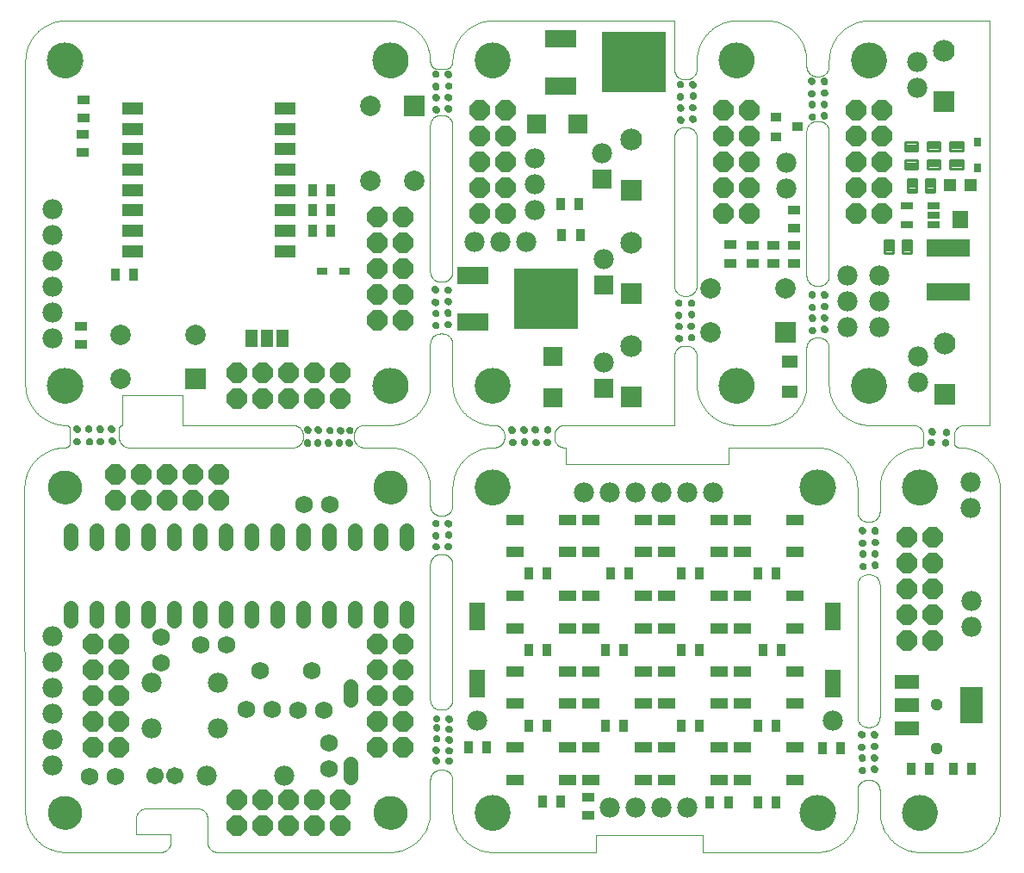
<source format=gts>
G75*
%MOIN*%
%OFA0B0*%
%FSLAX25Y25*%
%IPPOS*%
%LPD*%
%AMOC8*
5,1,8,0,0,1.08239X$1,22.5*
%
%ADD10C,0.00000*%
%ADD11C,0.13786*%
%ADD12C,0.02762*%
%ADD13R,0.03550X0.05124*%
%ADD14R,0.04337X0.02762*%
%ADD15C,0.07800*%
%ADD16OC8,0.07800*%
%ADD17R,0.07900X0.07900*%
%ADD18C,0.07900*%
%ADD19R,0.05124X0.03550*%
%ADD20R,0.05000X0.06700*%
%ADD21R,0.08274X0.05124*%
%ADD22R,0.06900X0.04337*%
%ADD23R,0.05912X0.10833*%
%ADD24R,0.07800X0.07800*%
%ADD25R,0.24809X0.23235*%
%ADD26R,0.12211X0.06699*%
%ADD27R,0.08400X0.08400*%
%ADD28C,0.08400*%
%ADD29R,0.07369X0.07487*%
%ADD30R,0.07487X0.07369*%
%ADD31C,0.04400*%
%ADD32R,0.09400X0.05400*%
%ADD33R,0.08900X0.14400*%
%ADD34R,0.05912X0.05124*%
%ADD35R,0.03943X0.03550*%
%ADD36R,0.05124X0.02565*%
%ADD37R,0.02762X0.03550*%
%ADD38C,0.01100*%
%ADD39R,0.16935X0.07093*%
%ADD40R,0.06306X0.06699*%
%ADD41R,0.05124X0.05124*%
%ADD42C,0.06900*%
%ADD43C,0.05600*%
%ADD44C,0.06699*%
%ADD45C,0.12998*%
D10*
X0017402Y0002763D02*
X0053993Y0002763D01*
X0054117Y0002765D01*
X0054240Y0002771D01*
X0054364Y0002780D01*
X0054486Y0002794D01*
X0054609Y0002811D01*
X0054731Y0002833D01*
X0054852Y0002858D01*
X0054972Y0002887D01*
X0055091Y0002919D01*
X0055210Y0002956D01*
X0055327Y0002996D01*
X0055442Y0003039D01*
X0055557Y0003087D01*
X0055669Y0003138D01*
X0055780Y0003192D01*
X0055890Y0003250D01*
X0055997Y0003311D01*
X0056103Y0003376D01*
X0056206Y0003444D01*
X0056307Y0003515D01*
X0056406Y0003589D01*
X0056503Y0003666D01*
X0056597Y0003747D01*
X0056688Y0003830D01*
X0056777Y0003916D01*
X0056863Y0004005D01*
X0056946Y0004096D01*
X0057027Y0004190D01*
X0057104Y0004287D01*
X0057178Y0004386D01*
X0057249Y0004487D01*
X0057317Y0004590D01*
X0057382Y0004696D01*
X0057443Y0004803D01*
X0057501Y0004913D01*
X0057555Y0005024D01*
X0057606Y0005136D01*
X0057654Y0005251D01*
X0057697Y0005366D01*
X0057737Y0005483D01*
X0057774Y0005602D01*
X0057806Y0005721D01*
X0057835Y0005841D01*
X0057860Y0005962D01*
X0057882Y0006084D01*
X0057899Y0006207D01*
X0057913Y0006329D01*
X0057922Y0006453D01*
X0057928Y0006576D01*
X0057930Y0006700D01*
X0057930Y0009603D01*
X0044607Y0009603D01*
X0044607Y0015798D01*
X0044609Y0015922D01*
X0044615Y0016045D01*
X0044624Y0016169D01*
X0044638Y0016291D01*
X0044655Y0016414D01*
X0044677Y0016536D01*
X0044702Y0016657D01*
X0044731Y0016777D01*
X0044763Y0016896D01*
X0044800Y0017015D01*
X0044840Y0017132D01*
X0044883Y0017247D01*
X0044931Y0017362D01*
X0044982Y0017474D01*
X0045036Y0017585D01*
X0045094Y0017695D01*
X0045155Y0017802D01*
X0045220Y0017908D01*
X0045288Y0018011D01*
X0045359Y0018112D01*
X0045433Y0018211D01*
X0045510Y0018308D01*
X0045591Y0018402D01*
X0045674Y0018493D01*
X0045760Y0018582D01*
X0045849Y0018668D01*
X0045940Y0018751D01*
X0046034Y0018832D01*
X0046131Y0018909D01*
X0046230Y0018983D01*
X0046331Y0019054D01*
X0046434Y0019122D01*
X0046540Y0019187D01*
X0046647Y0019248D01*
X0046757Y0019306D01*
X0046868Y0019360D01*
X0046980Y0019411D01*
X0047095Y0019459D01*
X0047210Y0019502D01*
X0047327Y0019542D01*
X0047446Y0019579D01*
X0047565Y0019611D01*
X0047685Y0019640D01*
X0047806Y0019665D01*
X0047928Y0019687D01*
X0048051Y0019704D01*
X0048173Y0019718D01*
X0048297Y0019727D01*
X0048420Y0019733D01*
X0048544Y0019735D01*
X0068229Y0019735D01*
X0068353Y0019733D01*
X0068476Y0019727D01*
X0068600Y0019718D01*
X0068722Y0019704D01*
X0068845Y0019687D01*
X0068967Y0019665D01*
X0069088Y0019640D01*
X0069208Y0019611D01*
X0069327Y0019579D01*
X0069446Y0019542D01*
X0069563Y0019502D01*
X0069678Y0019459D01*
X0069793Y0019411D01*
X0069905Y0019360D01*
X0070016Y0019306D01*
X0070126Y0019248D01*
X0070233Y0019187D01*
X0070339Y0019122D01*
X0070442Y0019054D01*
X0070543Y0018983D01*
X0070642Y0018909D01*
X0070739Y0018832D01*
X0070833Y0018751D01*
X0070924Y0018668D01*
X0071013Y0018582D01*
X0071099Y0018493D01*
X0071182Y0018402D01*
X0071263Y0018308D01*
X0071340Y0018211D01*
X0071414Y0018112D01*
X0071485Y0018011D01*
X0071553Y0017908D01*
X0071618Y0017802D01*
X0071679Y0017695D01*
X0071737Y0017585D01*
X0071791Y0017474D01*
X0071842Y0017362D01*
X0071890Y0017247D01*
X0071933Y0017132D01*
X0071973Y0017015D01*
X0072010Y0016896D01*
X0072042Y0016777D01*
X0072071Y0016657D01*
X0072096Y0016536D01*
X0072118Y0016414D01*
X0072135Y0016291D01*
X0072149Y0016169D01*
X0072158Y0016045D01*
X0072164Y0015922D01*
X0072166Y0015798D01*
X0072166Y0006700D01*
X0072168Y0006576D01*
X0072174Y0006453D01*
X0072183Y0006329D01*
X0072197Y0006207D01*
X0072214Y0006084D01*
X0072236Y0005962D01*
X0072261Y0005841D01*
X0072290Y0005721D01*
X0072322Y0005602D01*
X0072359Y0005483D01*
X0072399Y0005366D01*
X0072442Y0005251D01*
X0072490Y0005136D01*
X0072541Y0005024D01*
X0072595Y0004913D01*
X0072653Y0004803D01*
X0072714Y0004696D01*
X0072779Y0004590D01*
X0072847Y0004487D01*
X0072918Y0004386D01*
X0072992Y0004287D01*
X0073069Y0004190D01*
X0073150Y0004096D01*
X0073233Y0004005D01*
X0073319Y0003916D01*
X0073408Y0003830D01*
X0073499Y0003747D01*
X0073593Y0003666D01*
X0073690Y0003589D01*
X0073789Y0003515D01*
X0073890Y0003444D01*
X0073993Y0003376D01*
X0074099Y0003311D01*
X0074206Y0003250D01*
X0074316Y0003192D01*
X0074427Y0003138D01*
X0074539Y0003087D01*
X0074654Y0003039D01*
X0074769Y0002996D01*
X0074886Y0002956D01*
X0075005Y0002919D01*
X0075124Y0002887D01*
X0075244Y0002858D01*
X0075365Y0002833D01*
X0075487Y0002811D01*
X0075610Y0002794D01*
X0075732Y0002780D01*
X0075856Y0002771D01*
X0075979Y0002765D01*
X0076103Y0002763D01*
X0142639Y0002763D01*
X0136733Y0018117D02*
X0136735Y0018275D01*
X0136741Y0018433D01*
X0136751Y0018591D01*
X0136765Y0018749D01*
X0136783Y0018906D01*
X0136804Y0019063D01*
X0136830Y0019219D01*
X0136860Y0019375D01*
X0136893Y0019530D01*
X0136931Y0019683D01*
X0136972Y0019836D01*
X0137017Y0019988D01*
X0137066Y0020139D01*
X0137119Y0020288D01*
X0137175Y0020436D01*
X0137235Y0020582D01*
X0137299Y0020727D01*
X0137367Y0020870D01*
X0137438Y0021012D01*
X0137512Y0021152D01*
X0137590Y0021289D01*
X0137672Y0021425D01*
X0137756Y0021559D01*
X0137845Y0021690D01*
X0137936Y0021819D01*
X0138031Y0021946D01*
X0138128Y0022071D01*
X0138229Y0022193D01*
X0138333Y0022312D01*
X0138440Y0022429D01*
X0138550Y0022543D01*
X0138663Y0022654D01*
X0138778Y0022763D01*
X0138896Y0022868D01*
X0139017Y0022970D01*
X0139140Y0023070D01*
X0139266Y0023166D01*
X0139394Y0023259D01*
X0139524Y0023349D01*
X0139657Y0023435D01*
X0139792Y0023519D01*
X0139928Y0023598D01*
X0140067Y0023675D01*
X0140208Y0023747D01*
X0140350Y0023817D01*
X0140494Y0023882D01*
X0140640Y0023944D01*
X0140787Y0024002D01*
X0140936Y0024057D01*
X0141086Y0024108D01*
X0141237Y0024155D01*
X0141389Y0024198D01*
X0141542Y0024237D01*
X0141697Y0024273D01*
X0141852Y0024304D01*
X0142008Y0024332D01*
X0142164Y0024356D01*
X0142321Y0024376D01*
X0142479Y0024392D01*
X0142636Y0024404D01*
X0142795Y0024412D01*
X0142953Y0024416D01*
X0143111Y0024416D01*
X0143269Y0024412D01*
X0143428Y0024404D01*
X0143585Y0024392D01*
X0143743Y0024376D01*
X0143900Y0024356D01*
X0144056Y0024332D01*
X0144212Y0024304D01*
X0144367Y0024273D01*
X0144522Y0024237D01*
X0144675Y0024198D01*
X0144827Y0024155D01*
X0144978Y0024108D01*
X0145128Y0024057D01*
X0145277Y0024002D01*
X0145424Y0023944D01*
X0145570Y0023882D01*
X0145714Y0023817D01*
X0145856Y0023747D01*
X0145997Y0023675D01*
X0146136Y0023598D01*
X0146272Y0023519D01*
X0146407Y0023435D01*
X0146540Y0023349D01*
X0146670Y0023259D01*
X0146798Y0023166D01*
X0146924Y0023070D01*
X0147047Y0022970D01*
X0147168Y0022868D01*
X0147286Y0022763D01*
X0147401Y0022654D01*
X0147514Y0022543D01*
X0147624Y0022429D01*
X0147731Y0022312D01*
X0147835Y0022193D01*
X0147936Y0022071D01*
X0148033Y0021946D01*
X0148128Y0021819D01*
X0148219Y0021690D01*
X0148308Y0021559D01*
X0148392Y0021425D01*
X0148474Y0021289D01*
X0148552Y0021152D01*
X0148626Y0021012D01*
X0148697Y0020870D01*
X0148765Y0020727D01*
X0148829Y0020582D01*
X0148889Y0020436D01*
X0148945Y0020288D01*
X0148998Y0020139D01*
X0149047Y0019988D01*
X0149092Y0019836D01*
X0149133Y0019683D01*
X0149171Y0019530D01*
X0149204Y0019375D01*
X0149234Y0019219D01*
X0149260Y0019063D01*
X0149281Y0018906D01*
X0149299Y0018749D01*
X0149313Y0018591D01*
X0149323Y0018433D01*
X0149329Y0018275D01*
X0149331Y0018117D01*
X0149329Y0017959D01*
X0149323Y0017801D01*
X0149313Y0017643D01*
X0149299Y0017485D01*
X0149281Y0017328D01*
X0149260Y0017171D01*
X0149234Y0017015D01*
X0149204Y0016859D01*
X0149171Y0016704D01*
X0149133Y0016551D01*
X0149092Y0016398D01*
X0149047Y0016246D01*
X0148998Y0016095D01*
X0148945Y0015946D01*
X0148889Y0015798D01*
X0148829Y0015652D01*
X0148765Y0015507D01*
X0148697Y0015364D01*
X0148626Y0015222D01*
X0148552Y0015082D01*
X0148474Y0014945D01*
X0148392Y0014809D01*
X0148308Y0014675D01*
X0148219Y0014544D01*
X0148128Y0014415D01*
X0148033Y0014288D01*
X0147936Y0014163D01*
X0147835Y0014041D01*
X0147731Y0013922D01*
X0147624Y0013805D01*
X0147514Y0013691D01*
X0147401Y0013580D01*
X0147286Y0013471D01*
X0147168Y0013366D01*
X0147047Y0013264D01*
X0146924Y0013164D01*
X0146798Y0013068D01*
X0146670Y0012975D01*
X0146540Y0012885D01*
X0146407Y0012799D01*
X0146272Y0012715D01*
X0146136Y0012636D01*
X0145997Y0012559D01*
X0145856Y0012487D01*
X0145714Y0012417D01*
X0145570Y0012352D01*
X0145424Y0012290D01*
X0145277Y0012232D01*
X0145128Y0012177D01*
X0144978Y0012126D01*
X0144827Y0012079D01*
X0144675Y0012036D01*
X0144522Y0011997D01*
X0144367Y0011961D01*
X0144212Y0011930D01*
X0144056Y0011902D01*
X0143900Y0011878D01*
X0143743Y0011858D01*
X0143585Y0011842D01*
X0143428Y0011830D01*
X0143269Y0011822D01*
X0143111Y0011818D01*
X0142953Y0011818D01*
X0142795Y0011822D01*
X0142636Y0011830D01*
X0142479Y0011842D01*
X0142321Y0011858D01*
X0142164Y0011878D01*
X0142008Y0011902D01*
X0141852Y0011930D01*
X0141697Y0011961D01*
X0141542Y0011997D01*
X0141389Y0012036D01*
X0141237Y0012079D01*
X0141086Y0012126D01*
X0140936Y0012177D01*
X0140787Y0012232D01*
X0140640Y0012290D01*
X0140494Y0012352D01*
X0140350Y0012417D01*
X0140208Y0012487D01*
X0140067Y0012559D01*
X0139928Y0012636D01*
X0139792Y0012715D01*
X0139657Y0012799D01*
X0139524Y0012885D01*
X0139394Y0012975D01*
X0139266Y0013068D01*
X0139140Y0013164D01*
X0139017Y0013264D01*
X0138896Y0013366D01*
X0138778Y0013471D01*
X0138663Y0013580D01*
X0138550Y0013691D01*
X0138440Y0013805D01*
X0138333Y0013922D01*
X0138229Y0014041D01*
X0138128Y0014163D01*
X0138031Y0014288D01*
X0137936Y0014415D01*
X0137845Y0014544D01*
X0137756Y0014675D01*
X0137672Y0014809D01*
X0137590Y0014945D01*
X0137512Y0015082D01*
X0137438Y0015222D01*
X0137367Y0015364D01*
X0137299Y0015507D01*
X0137235Y0015652D01*
X0137175Y0015798D01*
X0137119Y0015946D01*
X0137066Y0016095D01*
X0137017Y0016246D01*
X0136972Y0016398D01*
X0136931Y0016551D01*
X0136893Y0016704D01*
X0136860Y0016859D01*
X0136830Y0017015D01*
X0136804Y0017171D01*
X0136783Y0017328D01*
X0136765Y0017485D01*
X0136751Y0017643D01*
X0136741Y0017801D01*
X0136735Y0017959D01*
X0136733Y0018117D01*
X0142639Y0002763D02*
X0143020Y0002768D01*
X0143400Y0002781D01*
X0143780Y0002804D01*
X0144159Y0002837D01*
X0144537Y0002878D01*
X0144914Y0002928D01*
X0145290Y0002988D01*
X0145665Y0003056D01*
X0146037Y0003134D01*
X0146408Y0003221D01*
X0146776Y0003316D01*
X0147142Y0003421D01*
X0147505Y0003534D01*
X0147866Y0003656D01*
X0148223Y0003786D01*
X0148577Y0003926D01*
X0148928Y0004073D01*
X0149275Y0004230D01*
X0149618Y0004394D01*
X0149957Y0004567D01*
X0150292Y0004748D01*
X0150623Y0004937D01*
X0150948Y0005134D01*
X0151269Y0005338D01*
X0151585Y0005551D01*
X0151895Y0005771D01*
X0152201Y0005998D01*
X0152500Y0006233D01*
X0152794Y0006475D01*
X0153082Y0006723D01*
X0153364Y0006979D01*
X0153639Y0007242D01*
X0153908Y0007511D01*
X0154171Y0007786D01*
X0154427Y0008068D01*
X0154675Y0008356D01*
X0154917Y0008650D01*
X0155152Y0008949D01*
X0155379Y0009255D01*
X0155599Y0009565D01*
X0155812Y0009881D01*
X0156016Y0010202D01*
X0156213Y0010527D01*
X0156402Y0010858D01*
X0156583Y0011193D01*
X0156756Y0011532D01*
X0156920Y0011875D01*
X0157077Y0012222D01*
X0157224Y0012573D01*
X0157364Y0012927D01*
X0157494Y0013284D01*
X0157616Y0013645D01*
X0157729Y0014008D01*
X0157834Y0014374D01*
X0157929Y0014742D01*
X0158016Y0015113D01*
X0158094Y0015485D01*
X0158162Y0015860D01*
X0158222Y0016236D01*
X0158272Y0016613D01*
X0158313Y0016991D01*
X0158346Y0017370D01*
X0158369Y0017750D01*
X0158382Y0018130D01*
X0158387Y0018511D01*
X0158387Y0030716D01*
X0158389Y0030840D01*
X0158395Y0030963D01*
X0158404Y0031087D01*
X0158418Y0031209D01*
X0158435Y0031332D01*
X0158457Y0031454D01*
X0158482Y0031575D01*
X0158511Y0031695D01*
X0158543Y0031814D01*
X0158580Y0031933D01*
X0158620Y0032050D01*
X0158663Y0032165D01*
X0158711Y0032280D01*
X0158762Y0032392D01*
X0158816Y0032503D01*
X0158874Y0032613D01*
X0158935Y0032720D01*
X0159000Y0032826D01*
X0159068Y0032929D01*
X0159139Y0033030D01*
X0159213Y0033129D01*
X0159290Y0033226D01*
X0159371Y0033320D01*
X0159454Y0033411D01*
X0159540Y0033500D01*
X0159629Y0033586D01*
X0159720Y0033669D01*
X0159814Y0033750D01*
X0159911Y0033827D01*
X0160010Y0033901D01*
X0160111Y0033972D01*
X0160214Y0034040D01*
X0160320Y0034105D01*
X0160427Y0034166D01*
X0160537Y0034224D01*
X0160648Y0034278D01*
X0160760Y0034329D01*
X0160875Y0034377D01*
X0160990Y0034420D01*
X0161107Y0034460D01*
X0161226Y0034497D01*
X0161345Y0034529D01*
X0161465Y0034558D01*
X0161586Y0034583D01*
X0161708Y0034605D01*
X0161831Y0034622D01*
X0161953Y0034636D01*
X0162077Y0034645D01*
X0162200Y0034651D01*
X0162324Y0034653D01*
X0163111Y0034653D01*
X0163235Y0034651D01*
X0163358Y0034645D01*
X0163482Y0034636D01*
X0163604Y0034622D01*
X0163727Y0034605D01*
X0163849Y0034583D01*
X0163970Y0034558D01*
X0164090Y0034529D01*
X0164209Y0034497D01*
X0164328Y0034460D01*
X0164445Y0034420D01*
X0164560Y0034377D01*
X0164675Y0034329D01*
X0164787Y0034278D01*
X0164898Y0034224D01*
X0165008Y0034166D01*
X0165115Y0034105D01*
X0165221Y0034040D01*
X0165324Y0033972D01*
X0165425Y0033901D01*
X0165524Y0033827D01*
X0165621Y0033750D01*
X0165715Y0033669D01*
X0165806Y0033586D01*
X0165895Y0033500D01*
X0165981Y0033411D01*
X0166064Y0033320D01*
X0166145Y0033226D01*
X0166222Y0033129D01*
X0166296Y0033030D01*
X0166367Y0032929D01*
X0166435Y0032826D01*
X0166500Y0032720D01*
X0166561Y0032613D01*
X0166619Y0032503D01*
X0166673Y0032392D01*
X0166724Y0032280D01*
X0166772Y0032165D01*
X0166815Y0032050D01*
X0166855Y0031933D01*
X0166892Y0031814D01*
X0166924Y0031695D01*
X0166953Y0031575D01*
X0166978Y0031454D01*
X0167000Y0031332D01*
X0167017Y0031209D01*
X0167031Y0031087D01*
X0167040Y0030963D01*
X0167046Y0030840D01*
X0167048Y0030716D01*
X0167048Y0018511D01*
X0175709Y0018117D02*
X0175711Y0018281D01*
X0175717Y0018445D01*
X0175727Y0018609D01*
X0175741Y0018773D01*
X0175759Y0018936D01*
X0175781Y0019099D01*
X0175808Y0019261D01*
X0175838Y0019423D01*
X0175872Y0019583D01*
X0175910Y0019743D01*
X0175951Y0019902D01*
X0175997Y0020060D01*
X0176047Y0020216D01*
X0176100Y0020372D01*
X0176157Y0020526D01*
X0176218Y0020678D01*
X0176283Y0020829D01*
X0176352Y0020979D01*
X0176424Y0021126D01*
X0176499Y0021272D01*
X0176579Y0021416D01*
X0176661Y0021558D01*
X0176747Y0021698D01*
X0176837Y0021835D01*
X0176930Y0021971D01*
X0177026Y0022104D01*
X0177126Y0022235D01*
X0177228Y0022363D01*
X0177334Y0022489D01*
X0177443Y0022612D01*
X0177555Y0022732D01*
X0177669Y0022850D01*
X0177787Y0022964D01*
X0177907Y0023076D01*
X0178030Y0023185D01*
X0178156Y0023291D01*
X0178284Y0023393D01*
X0178415Y0023493D01*
X0178548Y0023589D01*
X0178684Y0023682D01*
X0178821Y0023772D01*
X0178961Y0023858D01*
X0179103Y0023940D01*
X0179247Y0024020D01*
X0179393Y0024095D01*
X0179540Y0024167D01*
X0179690Y0024236D01*
X0179841Y0024301D01*
X0179993Y0024362D01*
X0180147Y0024419D01*
X0180303Y0024472D01*
X0180459Y0024522D01*
X0180617Y0024568D01*
X0180776Y0024609D01*
X0180936Y0024647D01*
X0181096Y0024681D01*
X0181258Y0024711D01*
X0181420Y0024738D01*
X0181583Y0024760D01*
X0181746Y0024778D01*
X0181910Y0024792D01*
X0182074Y0024802D01*
X0182238Y0024808D01*
X0182402Y0024810D01*
X0182566Y0024808D01*
X0182730Y0024802D01*
X0182894Y0024792D01*
X0183058Y0024778D01*
X0183221Y0024760D01*
X0183384Y0024738D01*
X0183546Y0024711D01*
X0183708Y0024681D01*
X0183868Y0024647D01*
X0184028Y0024609D01*
X0184187Y0024568D01*
X0184345Y0024522D01*
X0184501Y0024472D01*
X0184657Y0024419D01*
X0184811Y0024362D01*
X0184963Y0024301D01*
X0185114Y0024236D01*
X0185264Y0024167D01*
X0185411Y0024095D01*
X0185557Y0024020D01*
X0185701Y0023940D01*
X0185843Y0023858D01*
X0185983Y0023772D01*
X0186120Y0023682D01*
X0186256Y0023589D01*
X0186389Y0023493D01*
X0186520Y0023393D01*
X0186648Y0023291D01*
X0186774Y0023185D01*
X0186897Y0023076D01*
X0187017Y0022964D01*
X0187135Y0022850D01*
X0187249Y0022732D01*
X0187361Y0022612D01*
X0187470Y0022489D01*
X0187576Y0022363D01*
X0187678Y0022235D01*
X0187778Y0022104D01*
X0187874Y0021971D01*
X0187967Y0021835D01*
X0188057Y0021698D01*
X0188143Y0021558D01*
X0188225Y0021416D01*
X0188305Y0021272D01*
X0188380Y0021126D01*
X0188452Y0020979D01*
X0188521Y0020829D01*
X0188586Y0020678D01*
X0188647Y0020526D01*
X0188704Y0020372D01*
X0188757Y0020216D01*
X0188807Y0020060D01*
X0188853Y0019902D01*
X0188894Y0019743D01*
X0188932Y0019583D01*
X0188966Y0019423D01*
X0188996Y0019261D01*
X0189023Y0019099D01*
X0189045Y0018936D01*
X0189063Y0018773D01*
X0189077Y0018609D01*
X0189087Y0018445D01*
X0189093Y0018281D01*
X0189095Y0018117D01*
X0189093Y0017953D01*
X0189087Y0017789D01*
X0189077Y0017625D01*
X0189063Y0017461D01*
X0189045Y0017298D01*
X0189023Y0017135D01*
X0188996Y0016973D01*
X0188966Y0016811D01*
X0188932Y0016651D01*
X0188894Y0016491D01*
X0188853Y0016332D01*
X0188807Y0016174D01*
X0188757Y0016018D01*
X0188704Y0015862D01*
X0188647Y0015708D01*
X0188586Y0015556D01*
X0188521Y0015405D01*
X0188452Y0015255D01*
X0188380Y0015108D01*
X0188305Y0014962D01*
X0188225Y0014818D01*
X0188143Y0014676D01*
X0188057Y0014536D01*
X0187967Y0014399D01*
X0187874Y0014263D01*
X0187778Y0014130D01*
X0187678Y0013999D01*
X0187576Y0013871D01*
X0187470Y0013745D01*
X0187361Y0013622D01*
X0187249Y0013502D01*
X0187135Y0013384D01*
X0187017Y0013270D01*
X0186897Y0013158D01*
X0186774Y0013049D01*
X0186648Y0012943D01*
X0186520Y0012841D01*
X0186389Y0012741D01*
X0186256Y0012645D01*
X0186120Y0012552D01*
X0185983Y0012462D01*
X0185843Y0012376D01*
X0185701Y0012294D01*
X0185557Y0012214D01*
X0185411Y0012139D01*
X0185264Y0012067D01*
X0185114Y0011998D01*
X0184963Y0011933D01*
X0184811Y0011872D01*
X0184657Y0011815D01*
X0184501Y0011762D01*
X0184345Y0011712D01*
X0184187Y0011666D01*
X0184028Y0011625D01*
X0183868Y0011587D01*
X0183708Y0011553D01*
X0183546Y0011523D01*
X0183384Y0011496D01*
X0183221Y0011474D01*
X0183058Y0011456D01*
X0182894Y0011442D01*
X0182730Y0011432D01*
X0182566Y0011426D01*
X0182402Y0011424D01*
X0182238Y0011426D01*
X0182074Y0011432D01*
X0181910Y0011442D01*
X0181746Y0011456D01*
X0181583Y0011474D01*
X0181420Y0011496D01*
X0181258Y0011523D01*
X0181096Y0011553D01*
X0180936Y0011587D01*
X0180776Y0011625D01*
X0180617Y0011666D01*
X0180459Y0011712D01*
X0180303Y0011762D01*
X0180147Y0011815D01*
X0179993Y0011872D01*
X0179841Y0011933D01*
X0179690Y0011998D01*
X0179540Y0012067D01*
X0179393Y0012139D01*
X0179247Y0012214D01*
X0179103Y0012294D01*
X0178961Y0012376D01*
X0178821Y0012462D01*
X0178684Y0012552D01*
X0178548Y0012645D01*
X0178415Y0012741D01*
X0178284Y0012841D01*
X0178156Y0012943D01*
X0178030Y0013049D01*
X0177907Y0013158D01*
X0177787Y0013270D01*
X0177669Y0013384D01*
X0177555Y0013502D01*
X0177443Y0013622D01*
X0177334Y0013745D01*
X0177228Y0013871D01*
X0177126Y0013999D01*
X0177026Y0014130D01*
X0176930Y0014263D01*
X0176837Y0014399D01*
X0176747Y0014536D01*
X0176661Y0014676D01*
X0176579Y0014818D01*
X0176499Y0014962D01*
X0176424Y0015108D01*
X0176352Y0015255D01*
X0176283Y0015405D01*
X0176218Y0015556D01*
X0176157Y0015708D01*
X0176100Y0015862D01*
X0176047Y0016018D01*
X0175997Y0016174D01*
X0175951Y0016332D01*
X0175910Y0016491D01*
X0175872Y0016651D01*
X0175838Y0016811D01*
X0175808Y0016973D01*
X0175781Y0017135D01*
X0175759Y0017298D01*
X0175741Y0017461D01*
X0175727Y0017625D01*
X0175717Y0017789D01*
X0175711Y0017953D01*
X0175709Y0018117D01*
X0167048Y0018511D02*
X0167053Y0018130D01*
X0167066Y0017750D01*
X0167089Y0017370D01*
X0167122Y0016991D01*
X0167163Y0016613D01*
X0167213Y0016236D01*
X0167273Y0015860D01*
X0167341Y0015485D01*
X0167419Y0015113D01*
X0167506Y0014742D01*
X0167601Y0014374D01*
X0167706Y0014008D01*
X0167819Y0013645D01*
X0167941Y0013284D01*
X0168071Y0012927D01*
X0168211Y0012573D01*
X0168358Y0012222D01*
X0168515Y0011875D01*
X0168679Y0011532D01*
X0168852Y0011193D01*
X0169033Y0010858D01*
X0169222Y0010527D01*
X0169419Y0010202D01*
X0169623Y0009881D01*
X0169836Y0009565D01*
X0170056Y0009255D01*
X0170283Y0008949D01*
X0170518Y0008650D01*
X0170760Y0008356D01*
X0171008Y0008068D01*
X0171264Y0007786D01*
X0171527Y0007511D01*
X0171796Y0007242D01*
X0172071Y0006979D01*
X0172353Y0006723D01*
X0172641Y0006475D01*
X0172935Y0006233D01*
X0173234Y0005998D01*
X0173540Y0005771D01*
X0173850Y0005551D01*
X0174166Y0005338D01*
X0174487Y0005134D01*
X0174812Y0004937D01*
X0175143Y0004748D01*
X0175478Y0004567D01*
X0175817Y0004394D01*
X0176160Y0004230D01*
X0176507Y0004073D01*
X0176858Y0003926D01*
X0177212Y0003786D01*
X0177569Y0003656D01*
X0177930Y0003534D01*
X0178293Y0003421D01*
X0178659Y0003316D01*
X0179027Y0003221D01*
X0179398Y0003134D01*
X0179770Y0003056D01*
X0180145Y0002988D01*
X0180521Y0002928D01*
X0180898Y0002878D01*
X0181276Y0002837D01*
X0181655Y0002804D01*
X0182035Y0002781D01*
X0182415Y0002768D01*
X0182796Y0002763D01*
X0222599Y0002802D01*
X0222599Y0009298D01*
X0263741Y0009259D01*
X0263741Y0002763D01*
X0307993Y0002763D01*
X0301694Y0018117D02*
X0301696Y0018281D01*
X0301702Y0018445D01*
X0301712Y0018609D01*
X0301726Y0018773D01*
X0301744Y0018936D01*
X0301766Y0019099D01*
X0301793Y0019261D01*
X0301823Y0019423D01*
X0301857Y0019583D01*
X0301895Y0019743D01*
X0301936Y0019902D01*
X0301982Y0020060D01*
X0302032Y0020216D01*
X0302085Y0020372D01*
X0302142Y0020526D01*
X0302203Y0020678D01*
X0302268Y0020829D01*
X0302337Y0020979D01*
X0302409Y0021126D01*
X0302484Y0021272D01*
X0302564Y0021416D01*
X0302646Y0021558D01*
X0302732Y0021698D01*
X0302822Y0021835D01*
X0302915Y0021971D01*
X0303011Y0022104D01*
X0303111Y0022235D01*
X0303213Y0022363D01*
X0303319Y0022489D01*
X0303428Y0022612D01*
X0303540Y0022732D01*
X0303654Y0022850D01*
X0303772Y0022964D01*
X0303892Y0023076D01*
X0304015Y0023185D01*
X0304141Y0023291D01*
X0304269Y0023393D01*
X0304400Y0023493D01*
X0304533Y0023589D01*
X0304669Y0023682D01*
X0304806Y0023772D01*
X0304946Y0023858D01*
X0305088Y0023940D01*
X0305232Y0024020D01*
X0305378Y0024095D01*
X0305525Y0024167D01*
X0305675Y0024236D01*
X0305826Y0024301D01*
X0305978Y0024362D01*
X0306132Y0024419D01*
X0306288Y0024472D01*
X0306444Y0024522D01*
X0306602Y0024568D01*
X0306761Y0024609D01*
X0306921Y0024647D01*
X0307081Y0024681D01*
X0307243Y0024711D01*
X0307405Y0024738D01*
X0307568Y0024760D01*
X0307731Y0024778D01*
X0307895Y0024792D01*
X0308059Y0024802D01*
X0308223Y0024808D01*
X0308387Y0024810D01*
X0308551Y0024808D01*
X0308715Y0024802D01*
X0308879Y0024792D01*
X0309043Y0024778D01*
X0309206Y0024760D01*
X0309369Y0024738D01*
X0309531Y0024711D01*
X0309693Y0024681D01*
X0309853Y0024647D01*
X0310013Y0024609D01*
X0310172Y0024568D01*
X0310330Y0024522D01*
X0310486Y0024472D01*
X0310642Y0024419D01*
X0310796Y0024362D01*
X0310948Y0024301D01*
X0311099Y0024236D01*
X0311249Y0024167D01*
X0311396Y0024095D01*
X0311542Y0024020D01*
X0311686Y0023940D01*
X0311828Y0023858D01*
X0311968Y0023772D01*
X0312105Y0023682D01*
X0312241Y0023589D01*
X0312374Y0023493D01*
X0312505Y0023393D01*
X0312633Y0023291D01*
X0312759Y0023185D01*
X0312882Y0023076D01*
X0313002Y0022964D01*
X0313120Y0022850D01*
X0313234Y0022732D01*
X0313346Y0022612D01*
X0313455Y0022489D01*
X0313561Y0022363D01*
X0313663Y0022235D01*
X0313763Y0022104D01*
X0313859Y0021971D01*
X0313952Y0021835D01*
X0314042Y0021698D01*
X0314128Y0021558D01*
X0314210Y0021416D01*
X0314290Y0021272D01*
X0314365Y0021126D01*
X0314437Y0020979D01*
X0314506Y0020829D01*
X0314571Y0020678D01*
X0314632Y0020526D01*
X0314689Y0020372D01*
X0314742Y0020216D01*
X0314792Y0020060D01*
X0314838Y0019902D01*
X0314879Y0019743D01*
X0314917Y0019583D01*
X0314951Y0019423D01*
X0314981Y0019261D01*
X0315008Y0019099D01*
X0315030Y0018936D01*
X0315048Y0018773D01*
X0315062Y0018609D01*
X0315072Y0018445D01*
X0315078Y0018281D01*
X0315080Y0018117D01*
X0315078Y0017953D01*
X0315072Y0017789D01*
X0315062Y0017625D01*
X0315048Y0017461D01*
X0315030Y0017298D01*
X0315008Y0017135D01*
X0314981Y0016973D01*
X0314951Y0016811D01*
X0314917Y0016651D01*
X0314879Y0016491D01*
X0314838Y0016332D01*
X0314792Y0016174D01*
X0314742Y0016018D01*
X0314689Y0015862D01*
X0314632Y0015708D01*
X0314571Y0015556D01*
X0314506Y0015405D01*
X0314437Y0015255D01*
X0314365Y0015108D01*
X0314290Y0014962D01*
X0314210Y0014818D01*
X0314128Y0014676D01*
X0314042Y0014536D01*
X0313952Y0014399D01*
X0313859Y0014263D01*
X0313763Y0014130D01*
X0313663Y0013999D01*
X0313561Y0013871D01*
X0313455Y0013745D01*
X0313346Y0013622D01*
X0313234Y0013502D01*
X0313120Y0013384D01*
X0313002Y0013270D01*
X0312882Y0013158D01*
X0312759Y0013049D01*
X0312633Y0012943D01*
X0312505Y0012841D01*
X0312374Y0012741D01*
X0312241Y0012645D01*
X0312105Y0012552D01*
X0311968Y0012462D01*
X0311828Y0012376D01*
X0311686Y0012294D01*
X0311542Y0012214D01*
X0311396Y0012139D01*
X0311249Y0012067D01*
X0311099Y0011998D01*
X0310948Y0011933D01*
X0310796Y0011872D01*
X0310642Y0011815D01*
X0310486Y0011762D01*
X0310330Y0011712D01*
X0310172Y0011666D01*
X0310013Y0011625D01*
X0309853Y0011587D01*
X0309693Y0011553D01*
X0309531Y0011523D01*
X0309369Y0011496D01*
X0309206Y0011474D01*
X0309043Y0011456D01*
X0308879Y0011442D01*
X0308715Y0011432D01*
X0308551Y0011426D01*
X0308387Y0011424D01*
X0308223Y0011426D01*
X0308059Y0011432D01*
X0307895Y0011442D01*
X0307731Y0011456D01*
X0307568Y0011474D01*
X0307405Y0011496D01*
X0307243Y0011523D01*
X0307081Y0011553D01*
X0306921Y0011587D01*
X0306761Y0011625D01*
X0306602Y0011666D01*
X0306444Y0011712D01*
X0306288Y0011762D01*
X0306132Y0011815D01*
X0305978Y0011872D01*
X0305826Y0011933D01*
X0305675Y0011998D01*
X0305525Y0012067D01*
X0305378Y0012139D01*
X0305232Y0012214D01*
X0305088Y0012294D01*
X0304946Y0012376D01*
X0304806Y0012462D01*
X0304669Y0012552D01*
X0304533Y0012645D01*
X0304400Y0012741D01*
X0304269Y0012841D01*
X0304141Y0012943D01*
X0304015Y0013049D01*
X0303892Y0013158D01*
X0303772Y0013270D01*
X0303654Y0013384D01*
X0303540Y0013502D01*
X0303428Y0013622D01*
X0303319Y0013745D01*
X0303213Y0013871D01*
X0303111Y0013999D01*
X0303011Y0014130D01*
X0302915Y0014263D01*
X0302822Y0014399D01*
X0302732Y0014536D01*
X0302646Y0014676D01*
X0302564Y0014818D01*
X0302484Y0014962D01*
X0302409Y0015108D01*
X0302337Y0015255D01*
X0302268Y0015405D01*
X0302203Y0015556D01*
X0302142Y0015708D01*
X0302085Y0015862D01*
X0302032Y0016018D01*
X0301982Y0016174D01*
X0301936Y0016332D01*
X0301895Y0016491D01*
X0301857Y0016651D01*
X0301823Y0016811D01*
X0301793Y0016973D01*
X0301766Y0017135D01*
X0301744Y0017298D01*
X0301726Y0017461D01*
X0301712Y0017625D01*
X0301702Y0017789D01*
X0301696Y0017953D01*
X0301694Y0018117D01*
X0307993Y0002763D02*
X0308374Y0002768D01*
X0308754Y0002781D01*
X0309134Y0002804D01*
X0309513Y0002837D01*
X0309891Y0002878D01*
X0310268Y0002928D01*
X0310644Y0002988D01*
X0311019Y0003056D01*
X0311391Y0003134D01*
X0311762Y0003221D01*
X0312130Y0003316D01*
X0312496Y0003421D01*
X0312859Y0003534D01*
X0313220Y0003656D01*
X0313577Y0003786D01*
X0313931Y0003926D01*
X0314282Y0004073D01*
X0314629Y0004230D01*
X0314972Y0004394D01*
X0315311Y0004567D01*
X0315646Y0004748D01*
X0315977Y0004937D01*
X0316302Y0005134D01*
X0316623Y0005338D01*
X0316939Y0005551D01*
X0317249Y0005771D01*
X0317555Y0005998D01*
X0317854Y0006233D01*
X0318148Y0006475D01*
X0318436Y0006723D01*
X0318718Y0006979D01*
X0318993Y0007242D01*
X0319262Y0007511D01*
X0319525Y0007786D01*
X0319781Y0008068D01*
X0320029Y0008356D01*
X0320271Y0008650D01*
X0320506Y0008949D01*
X0320733Y0009255D01*
X0320953Y0009565D01*
X0321166Y0009881D01*
X0321370Y0010202D01*
X0321567Y0010527D01*
X0321756Y0010858D01*
X0321937Y0011193D01*
X0322110Y0011532D01*
X0322274Y0011875D01*
X0322431Y0012222D01*
X0322578Y0012573D01*
X0322718Y0012927D01*
X0322848Y0013284D01*
X0322970Y0013645D01*
X0323083Y0014008D01*
X0323188Y0014374D01*
X0323283Y0014742D01*
X0323370Y0015113D01*
X0323448Y0015485D01*
X0323516Y0015860D01*
X0323576Y0016236D01*
X0323626Y0016613D01*
X0323667Y0016991D01*
X0323700Y0017370D01*
X0323723Y0017750D01*
X0323736Y0018130D01*
X0323741Y0018511D01*
X0323741Y0026779D01*
X0323743Y0026903D01*
X0323749Y0027026D01*
X0323758Y0027150D01*
X0323772Y0027272D01*
X0323789Y0027395D01*
X0323811Y0027517D01*
X0323836Y0027638D01*
X0323865Y0027758D01*
X0323897Y0027877D01*
X0323934Y0027996D01*
X0323974Y0028113D01*
X0324017Y0028228D01*
X0324065Y0028343D01*
X0324116Y0028455D01*
X0324170Y0028566D01*
X0324228Y0028676D01*
X0324289Y0028783D01*
X0324354Y0028889D01*
X0324422Y0028992D01*
X0324493Y0029093D01*
X0324567Y0029192D01*
X0324644Y0029289D01*
X0324725Y0029383D01*
X0324808Y0029474D01*
X0324894Y0029563D01*
X0324983Y0029649D01*
X0325074Y0029732D01*
X0325168Y0029813D01*
X0325265Y0029890D01*
X0325364Y0029964D01*
X0325465Y0030035D01*
X0325568Y0030103D01*
X0325674Y0030168D01*
X0325781Y0030229D01*
X0325891Y0030287D01*
X0326002Y0030341D01*
X0326114Y0030392D01*
X0326229Y0030440D01*
X0326344Y0030483D01*
X0326461Y0030523D01*
X0326580Y0030560D01*
X0326699Y0030592D01*
X0326819Y0030621D01*
X0326940Y0030646D01*
X0327062Y0030668D01*
X0327185Y0030685D01*
X0327307Y0030699D01*
X0327431Y0030708D01*
X0327554Y0030714D01*
X0327678Y0030716D01*
X0328465Y0030716D01*
X0328589Y0030714D01*
X0328712Y0030708D01*
X0328836Y0030699D01*
X0328958Y0030685D01*
X0329081Y0030668D01*
X0329203Y0030646D01*
X0329324Y0030621D01*
X0329444Y0030592D01*
X0329563Y0030560D01*
X0329682Y0030523D01*
X0329799Y0030483D01*
X0329914Y0030440D01*
X0330029Y0030392D01*
X0330141Y0030341D01*
X0330252Y0030287D01*
X0330362Y0030229D01*
X0330469Y0030168D01*
X0330575Y0030103D01*
X0330678Y0030035D01*
X0330779Y0029964D01*
X0330878Y0029890D01*
X0330975Y0029813D01*
X0331069Y0029732D01*
X0331160Y0029649D01*
X0331249Y0029563D01*
X0331335Y0029474D01*
X0331418Y0029383D01*
X0331499Y0029289D01*
X0331576Y0029192D01*
X0331650Y0029093D01*
X0331721Y0028992D01*
X0331789Y0028889D01*
X0331854Y0028783D01*
X0331915Y0028676D01*
X0331973Y0028566D01*
X0332027Y0028455D01*
X0332078Y0028343D01*
X0332126Y0028228D01*
X0332169Y0028113D01*
X0332209Y0027996D01*
X0332246Y0027877D01*
X0332278Y0027758D01*
X0332307Y0027638D01*
X0332332Y0027517D01*
X0332354Y0027395D01*
X0332371Y0027272D01*
X0332385Y0027150D01*
X0332394Y0027026D01*
X0332400Y0026903D01*
X0332402Y0026779D01*
X0332402Y0018511D01*
X0341064Y0018117D02*
X0341066Y0018281D01*
X0341072Y0018445D01*
X0341082Y0018609D01*
X0341096Y0018773D01*
X0341114Y0018936D01*
X0341136Y0019099D01*
X0341163Y0019261D01*
X0341193Y0019423D01*
X0341227Y0019583D01*
X0341265Y0019743D01*
X0341306Y0019902D01*
X0341352Y0020060D01*
X0341402Y0020216D01*
X0341455Y0020372D01*
X0341512Y0020526D01*
X0341573Y0020678D01*
X0341638Y0020829D01*
X0341707Y0020979D01*
X0341779Y0021126D01*
X0341854Y0021272D01*
X0341934Y0021416D01*
X0342016Y0021558D01*
X0342102Y0021698D01*
X0342192Y0021835D01*
X0342285Y0021971D01*
X0342381Y0022104D01*
X0342481Y0022235D01*
X0342583Y0022363D01*
X0342689Y0022489D01*
X0342798Y0022612D01*
X0342910Y0022732D01*
X0343024Y0022850D01*
X0343142Y0022964D01*
X0343262Y0023076D01*
X0343385Y0023185D01*
X0343511Y0023291D01*
X0343639Y0023393D01*
X0343770Y0023493D01*
X0343903Y0023589D01*
X0344039Y0023682D01*
X0344176Y0023772D01*
X0344316Y0023858D01*
X0344458Y0023940D01*
X0344602Y0024020D01*
X0344748Y0024095D01*
X0344895Y0024167D01*
X0345045Y0024236D01*
X0345196Y0024301D01*
X0345348Y0024362D01*
X0345502Y0024419D01*
X0345658Y0024472D01*
X0345814Y0024522D01*
X0345972Y0024568D01*
X0346131Y0024609D01*
X0346291Y0024647D01*
X0346451Y0024681D01*
X0346613Y0024711D01*
X0346775Y0024738D01*
X0346938Y0024760D01*
X0347101Y0024778D01*
X0347265Y0024792D01*
X0347429Y0024802D01*
X0347593Y0024808D01*
X0347757Y0024810D01*
X0347921Y0024808D01*
X0348085Y0024802D01*
X0348249Y0024792D01*
X0348413Y0024778D01*
X0348576Y0024760D01*
X0348739Y0024738D01*
X0348901Y0024711D01*
X0349063Y0024681D01*
X0349223Y0024647D01*
X0349383Y0024609D01*
X0349542Y0024568D01*
X0349700Y0024522D01*
X0349856Y0024472D01*
X0350012Y0024419D01*
X0350166Y0024362D01*
X0350318Y0024301D01*
X0350469Y0024236D01*
X0350619Y0024167D01*
X0350766Y0024095D01*
X0350912Y0024020D01*
X0351056Y0023940D01*
X0351198Y0023858D01*
X0351338Y0023772D01*
X0351475Y0023682D01*
X0351611Y0023589D01*
X0351744Y0023493D01*
X0351875Y0023393D01*
X0352003Y0023291D01*
X0352129Y0023185D01*
X0352252Y0023076D01*
X0352372Y0022964D01*
X0352490Y0022850D01*
X0352604Y0022732D01*
X0352716Y0022612D01*
X0352825Y0022489D01*
X0352931Y0022363D01*
X0353033Y0022235D01*
X0353133Y0022104D01*
X0353229Y0021971D01*
X0353322Y0021835D01*
X0353412Y0021698D01*
X0353498Y0021558D01*
X0353580Y0021416D01*
X0353660Y0021272D01*
X0353735Y0021126D01*
X0353807Y0020979D01*
X0353876Y0020829D01*
X0353941Y0020678D01*
X0354002Y0020526D01*
X0354059Y0020372D01*
X0354112Y0020216D01*
X0354162Y0020060D01*
X0354208Y0019902D01*
X0354249Y0019743D01*
X0354287Y0019583D01*
X0354321Y0019423D01*
X0354351Y0019261D01*
X0354378Y0019099D01*
X0354400Y0018936D01*
X0354418Y0018773D01*
X0354432Y0018609D01*
X0354442Y0018445D01*
X0354448Y0018281D01*
X0354450Y0018117D01*
X0354448Y0017953D01*
X0354442Y0017789D01*
X0354432Y0017625D01*
X0354418Y0017461D01*
X0354400Y0017298D01*
X0354378Y0017135D01*
X0354351Y0016973D01*
X0354321Y0016811D01*
X0354287Y0016651D01*
X0354249Y0016491D01*
X0354208Y0016332D01*
X0354162Y0016174D01*
X0354112Y0016018D01*
X0354059Y0015862D01*
X0354002Y0015708D01*
X0353941Y0015556D01*
X0353876Y0015405D01*
X0353807Y0015255D01*
X0353735Y0015108D01*
X0353660Y0014962D01*
X0353580Y0014818D01*
X0353498Y0014676D01*
X0353412Y0014536D01*
X0353322Y0014399D01*
X0353229Y0014263D01*
X0353133Y0014130D01*
X0353033Y0013999D01*
X0352931Y0013871D01*
X0352825Y0013745D01*
X0352716Y0013622D01*
X0352604Y0013502D01*
X0352490Y0013384D01*
X0352372Y0013270D01*
X0352252Y0013158D01*
X0352129Y0013049D01*
X0352003Y0012943D01*
X0351875Y0012841D01*
X0351744Y0012741D01*
X0351611Y0012645D01*
X0351475Y0012552D01*
X0351338Y0012462D01*
X0351198Y0012376D01*
X0351056Y0012294D01*
X0350912Y0012214D01*
X0350766Y0012139D01*
X0350619Y0012067D01*
X0350469Y0011998D01*
X0350318Y0011933D01*
X0350166Y0011872D01*
X0350012Y0011815D01*
X0349856Y0011762D01*
X0349700Y0011712D01*
X0349542Y0011666D01*
X0349383Y0011625D01*
X0349223Y0011587D01*
X0349063Y0011553D01*
X0348901Y0011523D01*
X0348739Y0011496D01*
X0348576Y0011474D01*
X0348413Y0011456D01*
X0348249Y0011442D01*
X0348085Y0011432D01*
X0347921Y0011426D01*
X0347757Y0011424D01*
X0347593Y0011426D01*
X0347429Y0011432D01*
X0347265Y0011442D01*
X0347101Y0011456D01*
X0346938Y0011474D01*
X0346775Y0011496D01*
X0346613Y0011523D01*
X0346451Y0011553D01*
X0346291Y0011587D01*
X0346131Y0011625D01*
X0345972Y0011666D01*
X0345814Y0011712D01*
X0345658Y0011762D01*
X0345502Y0011815D01*
X0345348Y0011872D01*
X0345196Y0011933D01*
X0345045Y0011998D01*
X0344895Y0012067D01*
X0344748Y0012139D01*
X0344602Y0012214D01*
X0344458Y0012294D01*
X0344316Y0012376D01*
X0344176Y0012462D01*
X0344039Y0012552D01*
X0343903Y0012645D01*
X0343770Y0012741D01*
X0343639Y0012841D01*
X0343511Y0012943D01*
X0343385Y0013049D01*
X0343262Y0013158D01*
X0343142Y0013270D01*
X0343024Y0013384D01*
X0342910Y0013502D01*
X0342798Y0013622D01*
X0342689Y0013745D01*
X0342583Y0013871D01*
X0342481Y0013999D01*
X0342381Y0014130D01*
X0342285Y0014263D01*
X0342192Y0014399D01*
X0342102Y0014536D01*
X0342016Y0014676D01*
X0341934Y0014818D01*
X0341854Y0014962D01*
X0341779Y0015108D01*
X0341707Y0015255D01*
X0341638Y0015405D01*
X0341573Y0015556D01*
X0341512Y0015708D01*
X0341455Y0015862D01*
X0341402Y0016018D01*
X0341352Y0016174D01*
X0341306Y0016332D01*
X0341265Y0016491D01*
X0341227Y0016651D01*
X0341193Y0016811D01*
X0341163Y0016973D01*
X0341136Y0017135D01*
X0341114Y0017298D01*
X0341096Y0017461D01*
X0341082Y0017625D01*
X0341072Y0017789D01*
X0341066Y0017953D01*
X0341064Y0018117D01*
X0332402Y0018511D02*
X0332407Y0018130D01*
X0332420Y0017750D01*
X0332443Y0017370D01*
X0332476Y0016991D01*
X0332517Y0016613D01*
X0332567Y0016236D01*
X0332627Y0015860D01*
X0332695Y0015485D01*
X0332773Y0015113D01*
X0332860Y0014742D01*
X0332955Y0014374D01*
X0333060Y0014008D01*
X0333173Y0013645D01*
X0333295Y0013284D01*
X0333425Y0012927D01*
X0333565Y0012573D01*
X0333712Y0012222D01*
X0333869Y0011875D01*
X0334033Y0011532D01*
X0334206Y0011193D01*
X0334387Y0010858D01*
X0334576Y0010527D01*
X0334773Y0010202D01*
X0334977Y0009881D01*
X0335190Y0009565D01*
X0335410Y0009255D01*
X0335637Y0008949D01*
X0335872Y0008650D01*
X0336114Y0008356D01*
X0336362Y0008068D01*
X0336618Y0007786D01*
X0336881Y0007511D01*
X0337150Y0007242D01*
X0337425Y0006979D01*
X0337707Y0006723D01*
X0337995Y0006475D01*
X0338289Y0006233D01*
X0338588Y0005998D01*
X0338894Y0005771D01*
X0339204Y0005551D01*
X0339520Y0005338D01*
X0339841Y0005134D01*
X0340166Y0004937D01*
X0340497Y0004748D01*
X0340832Y0004567D01*
X0341171Y0004394D01*
X0341514Y0004230D01*
X0341861Y0004073D01*
X0342212Y0003926D01*
X0342566Y0003786D01*
X0342923Y0003656D01*
X0343284Y0003534D01*
X0343647Y0003421D01*
X0344013Y0003316D01*
X0344381Y0003221D01*
X0344752Y0003134D01*
X0345124Y0003056D01*
X0345499Y0002988D01*
X0345875Y0002928D01*
X0346252Y0002878D01*
X0346630Y0002837D01*
X0347009Y0002804D01*
X0347389Y0002781D01*
X0347769Y0002768D01*
X0348150Y0002763D01*
X0363111Y0002763D01*
X0363492Y0002768D01*
X0363872Y0002781D01*
X0364252Y0002804D01*
X0364631Y0002837D01*
X0365009Y0002878D01*
X0365386Y0002928D01*
X0365762Y0002988D01*
X0366137Y0003056D01*
X0366509Y0003134D01*
X0366880Y0003221D01*
X0367248Y0003316D01*
X0367614Y0003421D01*
X0367977Y0003534D01*
X0368338Y0003656D01*
X0368695Y0003786D01*
X0369049Y0003926D01*
X0369400Y0004073D01*
X0369747Y0004230D01*
X0370090Y0004394D01*
X0370429Y0004567D01*
X0370764Y0004748D01*
X0371095Y0004937D01*
X0371420Y0005134D01*
X0371741Y0005338D01*
X0372057Y0005551D01*
X0372367Y0005771D01*
X0372673Y0005998D01*
X0372972Y0006233D01*
X0373266Y0006475D01*
X0373554Y0006723D01*
X0373836Y0006979D01*
X0374111Y0007242D01*
X0374380Y0007511D01*
X0374643Y0007786D01*
X0374899Y0008068D01*
X0375147Y0008356D01*
X0375389Y0008650D01*
X0375624Y0008949D01*
X0375851Y0009255D01*
X0376071Y0009565D01*
X0376284Y0009881D01*
X0376488Y0010202D01*
X0376685Y0010527D01*
X0376874Y0010858D01*
X0377055Y0011193D01*
X0377228Y0011532D01*
X0377392Y0011875D01*
X0377549Y0012222D01*
X0377696Y0012573D01*
X0377836Y0012927D01*
X0377966Y0013284D01*
X0378088Y0013645D01*
X0378201Y0014008D01*
X0378306Y0014374D01*
X0378401Y0014742D01*
X0378488Y0015113D01*
X0378566Y0015485D01*
X0378634Y0015860D01*
X0378694Y0016236D01*
X0378744Y0016613D01*
X0378785Y0016991D01*
X0378818Y0017370D01*
X0378841Y0017750D01*
X0378854Y0018130D01*
X0378859Y0018511D01*
X0378859Y0143708D01*
X0378854Y0144089D01*
X0378841Y0144469D01*
X0378818Y0144849D01*
X0378785Y0145228D01*
X0378744Y0145606D01*
X0378694Y0145983D01*
X0378634Y0146359D01*
X0378566Y0146734D01*
X0378488Y0147106D01*
X0378401Y0147477D01*
X0378306Y0147845D01*
X0378201Y0148211D01*
X0378088Y0148574D01*
X0377966Y0148935D01*
X0377836Y0149292D01*
X0377696Y0149646D01*
X0377549Y0149997D01*
X0377392Y0150344D01*
X0377228Y0150687D01*
X0377055Y0151026D01*
X0376874Y0151361D01*
X0376685Y0151692D01*
X0376488Y0152017D01*
X0376284Y0152338D01*
X0376071Y0152654D01*
X0375851Y0152964D01*
X0375624Y0153270D01*
X0375389Y0153569D01*
X0375147Y0153863D01*
X0374899Y0154151D01*
X0374643Y0154433D01*
X0374380Y0154708D01*
X0374111Y0154977D01*
X0373836Y0155240D01*
X0373554Y0155496D01*
X0373266Y0155744D01*
X0372972Y0155986D01*
X0372673Y0156221D01*
X0372367Y0156448D01*
X0372057Y0156668D01*
X0371741Y0156881D01*
X0371420Y0157085D01*
X0371095Y0157282D01*
X0370764Y0157471D01*
X0370429Y0157652D01*
X0370090Y0157825D01*
X0369747Y0157989D01*
X0369400Y0158146D01*
X0369049Y0158293D01*
X0368695Y0158433D01*
X0368338Y0158563D01*
X0367977Y0158685D01*
X0367614Y0158798D01*
X0367248Y0158903D01*
X0366880Y0158998D01*
X0366509Y0159085D01*
X0366137Y0159163D01*
X0365762Y0159231D01*
X0365386Y0159291D01*
X0365009Y0159341D01*
X0364631Y0159382D01*
X0364252Y0159415D01*
X0363872Y0159438D01*
X0363492Y0159451D01*
X0363111Y0159456D01*
X0363111Y0159455D02*
X0363025Y0159457D01*
X0362939Y0159462D01*
X0362854Y0159472D01*
X0362769Y0159485D01*
X0362685Y0159502D01*
X0362601Y0159522D01*
X0362519Y0159546D01*
X0362438Y0159574D01*
X0362357Y0159605D01*
X0362279Y0159639D01*
X0362202Y0159677D01*
X0362127Y0159719D01*
X0362053Y0159763D01*
X0361982Y0159811D01*
X0361912Y0159862D01*
X0361845Y0159916D01*
X0361781Y0159972D01*
X0361719Y0160032D01*
X0361659Y0160094D01*
X0361603Y0160158D01*
X0361549Y0160225D01*
X0361498Y0160295D01*
X0361450Y0160366D01*
X0361406Y0160440D01*
X0361364Y0160515D01*
X0361326Y0160592D01*
X0361292Y0160670D01*
X0361261Y0160751D01*
X0361233Y0160832D01*
X0361209Y0160914D01*
X0361189Y0160998D01*
X0361172Y0161082D01*
X0361159Y0161167D01*
X0361149Y0161252D01*
X0361144Y0161338D01*
X0361142Y0161424D01*
X0361143Y0161424D02*
X0361143Y0164180D01*
X0356930Y0165361D02*
X0356932Y0165430D01*
X0356938Y0165498D01*
X0356948Y0165566D01*
X0356962Y0165633D01*
X0356980Y0165700D01*
X0357001Y0165765D01*
X0357027Y0165829D01*
X0357056Y0165891D01*
X0357088Y0165951D01*
X0357124Y0166010D01*
X0357164Y0166066D01*
X0357206Y0166120D01*
X0357252Y0166171D01*
X0357301Y0166220D01*
X0357352Y0166266D01*
X0357406Y0166308D01*
X0357462Y0166348D01*
X0357520Y0166384D01*
X0357581Y0166416D01*
X0357643Y0166445D01*
X0357707Y0166471D01*
X0357772Y0166492D01*
X0357839Y0166510D01*
X0357906Y0166524D01*
X0357974Y0166534D01*
X0358042Y0166540D01*
X0358111Y0166542D01*
X0358180Y0166540D01*
X0358248Y0166534D01*
X0358316Y0166524D01*
X0358383Y0166510D01*
X0358450Y0166492D01*
X0358515Y0166471D01*
X0358579Y0166445D01*
X0358641Y0166416D01*
X0358701Y0166384D01*
X0358760Y0166348D01*
X0358816Y0166308D01*
X0358870Y0166266D01*
X0358921Y0166220D01*
X0358970Y0166171D01*
X0359016Y0166120D01*
X0359058Y0166066D01*
X0359098Y0166010D01*
X0359134Y0165951D01*
X0359166Y0165891D01*
X0359195Y0165829D01*
X0359221Y0165765D01*
X0359242Y0165700D01*
X0359260Y0165633D01*
X0359274Y0165566D01*
X0359284Y0165498D01*
X0359290Y0165430D01*
X0359292Y0165361D01*
X0359290Y0165292D01*
X0359284Y0165224D01*
X0359274Y0165156D01*
X0359260Y0165089D01*
X0359242Y0165022D01*
X0359221Y0164957D01*
X0359195Y0164893D01*
X0359166Y0164831D01*
X0359134Y0164770D01*
X0359098Y0164712D01*
X0359058Y0164656D01*
X0359016Y0164602D01*
X0358970Y0164551D01*
X0358921Y0164502D01*
X0358870Y0164456D01*
X0358816Y0164414D01*
X0358760Y0164374D01*
X0358702Y0164338D01*
X0358641Y0164306D01*
X0358579Y0164277D01*
X0358515Y0164251D01*
X0358450Y0164230D01*
X0358383Y0164212D01*
X0358316Y0164198D01*
X0358248Y0164188D01*
X0358180Y0164182D01*
X0358111Y0164180D01*
X0358042Y0164182D01*
X0357974Y0164188D01*
X0357906Y0164198D01*
X0357839Y0164212D01*
X0357772Y0164230D01*
X0357707Y0164251D01*
X0357643Y0164277D01*
X0357581Y0164306D01*
X0357520Y0164338D01*
X0357462Y0164374D01*
X0357406Y0164414D01*
X0357352Y0164456D01*
X0357301Y0164502D01*
X0357252Y0164551D01*
X0357206Y0164602D01*
X0357164Y0164656D01*
X0357124Y0164712D01*
X0357088Y0164770D01*
X0357056Y0164831D01*
X0357027Y0164893D01*
X0357001Y0164957D01*
X0356980Y0165022D01*
X0356962Y0165089D01*
X0356948Y0165156D01*
X0356938Y0165224D01*
X0356932Y0165292D01*
X0356930Y0165361D01*
X0356576Y0161346D02*
X0356578Y0161415D01*
X0356584Y0161483D01*
X0356594Y0161551D01*
X0356608Y0161618D01*
X0356626Y0161685D01*
X0356647Y0161750D01*
X0356673Y0161814D01*
X0356702Y0161876D01*
X0356734Y0161936D01*
X0356770Y0161995D01*
X0356810Y0162051D01*
X0356852Y0162105D01*
X0356898Y0162156D01*
X0356947Y0162205D01*
X0356998Y0162251D01*
X0357052Y0162293D01*
X0357108Y0162333D01*
X0357166Y0162369D01*
X0357227Y0162401D01*
X0357289Y0162430D01*
X0357353Y0162456D01*
X0357418Y0162477D01*
X0357485Y0162495D01*
X0357552Y0162509D01*
X0357620Y0162519D01*
X0357688Y0162525D01*
X0357757Y0162527D01*
X0357826Y0162525D01*
X0357894Y0162519D01*
X0357962Y0162509D01*
X0358029Y0162495D01*
X0358096Y0162477D01*
X0358161Y0162456D01*
X0358225Y0162430D01*
X0358287Y0162401D01*
X0358347Y0162369D01*
X0358406Y0162333D01*
X0358462Y0162293D01*
X0358516Y0162251D01*
X0358567Y0162205D01*
X0358616Y0162156D01*
X0358662Y0162105D01*
X0358704Y0162051D01*
X0358744Y0161995D01*
X0358780Y0161936D01*
X0358812Y0161876D01*
X0358841Y0161814D01*
X0358867Y0161750D01*
X0358888Y0161685D01*
X0358906Y0161618D01*
X0358920Y0161551D01*
X0358930Y0161483D01*
X0358936Y0161415D01*
X0358938Y0161346D01*
X0358936Y0161277D01*
X0358930Y0161209D01*
X0358920Y0161141D01*
X0358906Y0161074D01*
X0358888Y0161007D01*
X0358867Y0160942D01*
X0358841Y0160878D01*
X0358812Y0160816D01*
X0358780Y0160755D01*
X0358744Y0160697D01*
X0358704Y0160641D01*
X0358662Y0160587D01*
X0358616Y0160536D01*
X0358567Y0160487D01*
X0358516Y0160441D01*
X0358462Y0160399D01*
X0358406Y0160359D01*
X0358348Y0160323D01*
X0358287Y0160291D01*
X0358225Y0160262D01*
X0358161Y0160236D01*
X0358096Y0160215D01*
X0358029Y0160197D01*
X0357962Y0160183D01*
X0357894Y0160173D01*
X0357826Y0160167D01*
X0357757Y0160165D01*
X0357688Y0160167D01*
X0357620Y0160173D01*
X0357552Y0160183D01*
X0357485Y0160197D01*
X0357418Y0160215D01*
X0357353Y0160236D01*
X0357289Y0160262D01*
X0357227Y0160291D01*
X0357166Y0160323D01*
X0357108Y0160359D01*
X0357052Y0160399D01*
X0356998Y0160441D01*
X0356947Y0160487D01*
X0356898Y0160536D01*
X0356852Y0160587D01*
X0356810Y0160641D01*
X0356770Y0160697D01*
X0356734Y0160755D01*
X0356702Y0160816D01*
X0356673Y0160878D01*
X0356647Y0160942D01*
X0356626Y0161007D01*
X0356608Y0161074D01*
X0356594Y0161141D01*
X0356584Y0161209D01*
X0356578Y0161277D01*
X0356576Y0161346D01*
X0351064Y0161503D02*
X0351066Y0161572D01*
X0351072Y0161640D01*
X0351082Y0161708D01*
X0351096Y0161775D01*
X0351114Y0161842D01*
X0351135Y0161907D01*
X0351161Y0161971D01*
X0351190Y0162033D01*
X0351222Y0162093D01*
X0351258Y0162152D01*
X0351298Y0162208D01*
X0351340Y0162262D01*
X0351386Y0162313D01*
X0351435Y0162362D01*
X0351486Y0162408D01*
X0351540Y0162450D01*
X0351596Y0162490D01*
X0351654Y0162526D01*
X0351715Y0162558D01*
X0351777Y0162587D01*
X0351841Y0162613D01*
X0351906Y0162634D01*
X0351973Y0162652D01*
X0352040Y0162666D01*
X0352108Y0162676D01*
X0352176Y0162682D01*
X0352245Y0162684D01*
X0352314Y0162682D01*
X0352382Y0162676D01*
X0352450Y0162666D01*
X0352517Y0162652D01*
X0352584Y0162634D01*
X0352649Y0162613D01*
X0352713Y0162587D01*
X0352775Y0162558D01*
X0352835Y0162526D01*
X0352894Y0162490D01*
X0352950Y0162450D01*
X0353004Y0162408D01*
X0353055Y0162362D01*
X0353104Y0162313D01*
X0353150Y0162262D01*
X0353192Y0162208D01*
X0353232Y0162152D01*
X0353268Y0162093D01*
X0353300Y0162033D01*
X0353329Y0161971D01*
X0353355Y0161907D01*
X0353376Y0161842D01*
X0353394Y0161775D01*
X0353408Y0161708D01*
X0353418Y0161640D01*
X0353424Y0161572D01*
X0353426Y0161503D01*
X0353424Y0161434D01*
X0353418Y0161366D01*
X0353408Y0161298D01*
X0353394Y0161231D01*
X0353376Y0161164D01*
X0353355Y0161099D01*
X0353329Y0161035D01*
X0353300Y0160973D01*
X0353268Y0160912D01*
X0353232Y0160854D01*
X0353192Y0160798D01*
X0353150Y0160744D01*
X0353104Y0160693D01*
X0353055Y0160644D01*
X0353004Y0160598D01*
X0352950Y0160556D01*
X0352894Y0160516D01*
X0352836Y0160480D01*
X0352775Y0160448D01*
X0352713Y0160419D01*
X0352649Y0160393D01*
X0352584Y0160372D01*
X0352517Y0160354D01*
X0352450Y0160340D01*
X0352382Y0160330D01*
X0352314Y0160324D01*
X0352245Y0160322D01*
X0352176Y0160324D01*
X0352108Y0160330D01*
X0352040Y0160340D01*
X0351973Y0160354D01*
X0351906Y0160372D01*
X0351841Y0160393D01*
X0351777Y0160419D01*
X0351715Y0160448D01*
X0351654Y0160480D01*
X0351596Y0160516D01*
X0351540Y0160556D01*
X0351486Y0160598D01*
X0351435Y0160644D01*
X0351386Y0160693D01*
X0351340Y0160744D01*
X0351298Y0160798D01*
X0351258Y0160854D01*
X0351222Y0160912D01*
X0351190Y0160973D01*
X0351161Y0161035D01*
X0351135Y0161099D01*
X0351114Y0161164D01*
X0351096Y0161231D01*
X0351082Y0161298D01*
X0351072Y0161366D01*
X0351066Y0161434D01*
X0351064Y0161503D01*
X0349331Y0160637D02*
X0349331Y0164180D01*
X0351418Y0165598D02*
X0351420Y0165667D01*
X0351426Y0165735D01*
X0351436Y0165803D01*
X0351450Y0165870D01*
X0351468Y0165937D01*
X0351489Y0166002D01*
X0351515Y0166066D01*
X0351544Y0166128D01*
X0351576Y0166188D01*
X0351612Y0166247D01*
X0351652Y0166303D01*
X0351694Y0166357D01*
X0351740Y0166408D01*
X0351789Y0166457D01*
X0351840Y0166503D01*
X0351894Y0166545D01*
X0351950Y0166585D01*
X0352008Y0166621D01*
X0352069Y0166653D01*
X0352131Y0166682D01*
X0352195Y0166708D01*
X0352260Y0166729D01*
X0352327Y0166747D01*
X0352394Y0166761D01*
X0352462Y0166771D01*
X0352530Y0166777D01*
X0352599Y0166779D01*
X0352668Y0166777D01*
X0352736Y0166771D01*
X0352804Y0166761D01*
X0352871Y0166747D01*
X0352938Y0166729D01*
X0353003Y0166708D01*
X0353067Y0166682D01*
X0353129Y0166653D01*
X0353189Y0166621D01*
X0353248Y0166585D01*
X0353304Y0166545D01*
X0353358Y0166503D01*
X0353409Y0166457D01*
X0353458Y0166408D01*
X0353504Y0166357D01*
X0353546Y0166303D01*
X0353586Y0166247D01*
X0353622Y0166188D01*
X0353654Y0166128D01*
X0353683Y0166066D01*
X0353709Y0166002D01*
X0353730Y0165937D01*
X0353748Y0165870D01*
X0353762Y0165803D01*
X0353772Y0165735D01*
X0353778Y0165667D01*
X0353780Y0165598D01*
X0353778Y0165529D01*
X0353772Y0165461D01*
X0353762Y0165393D01*
X0353748Y0165326D01*
X0353730Y0165259D01*
X0353709Y0165194D01*
X0353683Y0165130D01*
X0353654Y0165068D01*
X0353622Y0165007D01*
X0353586Y0164949D01*
X0353546Y0164893D01*
X0353504Y0164839D01*
X0353458Y0164788D01*
X0353409Y0164739D01*
X0353358Y0164693D01*
X0353304Y0164651D01*
X0353248Y0164611D01*
X0353190Y0164575D01*
X0353129Y0164543D01*
X0353067Y0164514D01*
X0353003Y0164488D01*
X0352938Y0164467D01*
X0352871Y0164449D01*
X0352804Y0164435D01*
X0352736Y0164425D01*
X0352668Y0164419D01*
X0352599Y0164417D01*
X0352530Y0164419D01*
X0352462Y0164425D01*
X0352394Y0164435D01*
X0352327Y0164449D01*
X0352260Y0164467D01*
X0352195Y0164488D01*
X0352131Y0164514D01*
X0352069Y0164543D01*
X0352008Y0164575D01*
X0351950Y0164611D01*
X0351894Y0164651D01*
X0351840Y0164693D01*
X0351789Y0164739D01*
X0351740Y0164788D01*
X0351694Y0164839D01*
X0351652Y0164893D01*
X0351612Y0164949D01*
X0351576Y0165007D01*
X0351544Y0165068D01*
X0351515Y0165130D01*
X0351489Y0165194D01*
X0351468Y0165259D01*
X0351450Y0165326D01*
X0351436Y0165393D01*
X0351426Y0165461D01*
X0351420Y0165529D01*
X0351418Y0165598D01*
X0349331Y0160637D02*
X0349329Y0160571D01*
X0349324Y0160505D01*
X0349314Y0160439D01*
X0349301Y0160374D01*
X0349285Y0160310D01*
X0349265Y0160247D01*
X0349241Y0160185D01*
X0349214Y0160125D01*
X0349184Y0160066D01*
X0349150Y0160009D01*
X0349113Y0159954D01*
X0349073Y0159901D01*
X0349031Y0159850D01*
X0348985Y0159802D01*
X0348937Y0159756D01*
X0348886Y0159714D01*
X0348833Y0159674D01*
X0348778Y0159637D01*
X0348721Y0159603D01*
X0348662Y0159573D01*
X0348602Y0159546D01*
X0348540Y0159522D01*
X0348477Y0159502D01*
X0348413Y0159486D01*
X0348348Y0159473D01*
X0348282Y0159463D01*
X0348216Y0159458D01*
X0348150Y0159456D01*
X0349331Y0164180D02*
X0349329Y0164304D01*
X0349323Y0164427D01*
X0349314Y0164551D01*
X0349300Y0164673D01*
X0349283Y0164796D01*
X0349261Y0164918D01*
X0349236Y0165039D01*
X0349207Y0165159D01*
X0349175Y0165278D01*
X0349138Y0165397D01*
X0349098Y0165514D01*
X0349055Y0165629D01*
X0349007Y0165744D01*
X0348956Y0165856D01*
X0348902Y0165967D01*
X0348844Y0166077D01*
X0348783Y0166184D01*
X0348718Y0166290D01*
X0348650Y0166393D01*
X0348579Y0166494D01*
X0348505Y0166593D01*
X0348428Y0166690D01*
X0348347Y0166784D01*
X0348264Y0166875D01*
X0348178Y0166964D01*
X0348089Y0167050D01*
X0347998Y0167133D01*
X0347904Y0167214D01*
X0347807Y0167291D01*
X0347708Y0167365D01*
X0347607Y0167436D01*
X0347504Y0167504D01*
X0347398Y0167569D01*
X0347291Y0167630D01*
X0347181Y0167688D01*
X0347070Y0167742D01*
X0346958Y0167793D01*
X0346843Y0167841D01*
X0346728Y0167884D01*
X0346611Y0167924D01*
X0346492Y0167961D01*
X0346373Y0167993D01*
X0346253Y0168022D01*
X0346132Y0168047D01*
X0346010Y0168069D01*
X0345887Y0168086D01*
X0345765Y0168100D01*
X0345641Y0168109D01*
X0345518Y0168115D01*
X0345394Y0168117D01*
X0328465Y0168117D01*
X0321379Y0183472D02*
X0321381Y0183636D01*
X0321387Y0183800D01*
X0321397Y0183964D01*
X0321411Y0184128D01*
X0321429Y0184291D01*
X0321451Y0184454D01*
X0321478Y0184616D01*
X0321508Y0184778D01*
X0321542Y0184938D01*
X0321580Y0185098D01*
X0321621Y0185257D01*
X0321667Y0185415D01*
X0321717Y0185571D01*
X0321770Y0185727D01*
X0321827Y0185881D01*
X0321888Y0186033D01*
X0321953Y0186184D01*
X0322022Y0186334D01*
X0322094Y0186481D01*
X0322169Y0186627D01*
X0322249Y0186771D01*
X0322331Y0186913D01*
X0322417Y0187053D01*
X0322507Y0187190D01*
X0322600Y0187326D01*
X0322696Y0187459D01*
X0322796Y0187590D01*
X0322898Y0187718D01*
X0323004Y0187844D01*
X0323113Y0187967D01*
X0323225Y0188087D01*
X0323339Y0188205D01*
X0323457Y0188319D01*
X0323577Y0188431D01*
X0323700Y0188540D01*
X0323826Y0188646D01*
X0323954Y0188748D01*
X0324085Y0188848D01*
X0324218Y0188944D01*
X0324354Y0189037D01*
X0324491Y0189127D01*
X0324631Y0189213D01*
X0324773Y0189295D01*
X0324917Y0189375D01*
X0325063Y0189450D01*
X0325210Y0189522D01*
X0325360Y0189591D01*
X0325511Y0189656D01*
X0325663Y0189717D01*
X0325817Y0189774D01*
X0325973Y0189827D01*
X0326129Y0189877D01*
X0326287Y0189923D01*
X0326446Y0189964D01*
X0326606Y0190002D01*
X0326766Y0190036D01*
X0326928Y0190066D01*
X0327090Y0190093D01*
X0327253Y0190115D01*
X0327416Y0190133D01*
X0327580Y0190147D01*
X0327744Y0190157D01*
X0327908Y0190163D01*
X0328072Y0190165D01*
X0328236Y0190163D01*
X0328400Y0190157D01*
X0328564Y0190147D01*
X0328728Y0190133D01*
X0328891Y0190115D01*
X0329054Y0190093D01*
X0329216Y0190066D01*
X0329378Y0190036D01*
X0329538Y0190002D01*
X0329698Y0189964D01*
X0329857Y0189923D01*
X0330015Y0189877D01*
X0330171Y0189827D01*
X0330327Y0189774D01*
X0330481Y0189717D01*
X0330633Y0189656D01*
X0330784Y0189591D01*
X0330934Y0189522D01*
X0331081Y0189450D01*
X0331227Y0189375D01*
X0331371Y0189295D01*
X0331513Y0189213D01*
X0331653Y0189127D01*
X0331790Y0189037D01*
X0331926Y0188944D01*
X0332059Y0188848D01*
X0332190Y0188748D01*
X0332318Y0188646D01*
X0332444Y0188540D01*
X0332567Y0188431D01*
X0332687Y0188319D01*
X0332805Y0188205D01*
X0332919Y0188087D01*
X0333031Y0187967D01*
X0333140Y0187844D01*
X0333246Y0187718D01*
X0333348Y0187590D01*
X0333448Y0187459D01*
X0333544Y0187326D01*
X0333637Y0187190D01*
X0333727Y0187053D01*
X0333813Y0186913D01*
X0333895Y0186771D01*
X0333975Y0186627D01*
X0334050Y0186481D01*
X0334122Y0186334D01*
X0334191Y0186184D01*
X0334256Y0186033D01*
X0334317Y0185881D01*
X0334374Y0185727D01*
X0334427Y0185571D01*
X0334477Y0185415D01*
X0334523Y0185257D01*
X0334564Y0185098D01*
X0334602Y0184938D01*
X0334636Y0184778D01*
X0334666Y0184616D01*
X0334693Y0184454D01*
X0334715Y0184291D01*
X0334733Y0184128D01*
X0334747Y0183964D01*
X0334757Y0183800D01*
X0334763Y0183636D01*
X0334765Y0183472D01*
X0334763Y0183308D01*
X0334757Y0183144D01*
X0334747Y0182980D01*
X0334733Y0182816D01*
X0334715Y0182653D01*
X0334693Y0182490D01*
X0334666Y0182328D01*
X0334636Y0182166D01*
X0334602Y0182006D01*
X0334564Y0181846D01*
X0334523Y0181687D01*
X0334477Y0181529D01*
X0334427Y0181373D01*
X0334374Y0181217D01*
X0334317Y0181063D01*
X0334256Y0180911D01*
X0334191Y0180760D01*
X0334122Y0180610D01*
X0334050Y0180463D01*
X0333975Y0180317D01*
X0333895Y0180173D01*
X0333813Y0180031D01*
X0333727Y0179891D01*
X0333637Y0179754D01*
X0333544Y0179618D01*
X0333448Y0179485D01*
X0333348Y0179354D01*
X0333246Y0179226D01*
X0333140Y0179100D01*
X0333031Y0178977D01*
X0332919Y0178857D01*
X0332805Y0178739D01*
X0332687Y0178625D01*
X0332567Y0178513D01*
X0332444Y0178404D01*
X0332318Y0178298D01*
X0332190Y0178196D01*
X0332059Y0178096D01*
X0331926Y0178000D01*
X0331790Y0177907D01*
X0331653Y0177817D01*
X0331513Y0177731D01*
X0331371Y0177649D01*
X0331227Y0177569D01*
X0331081Y0177494D01*
X0330934Y0177422D01*
X0330784Y0177353D01*
X0330633Y0177288D01*
X0330481Y0177227D01*
X0330327Y0177170D01*
X0330171Y0177117D01*
X0330015Y0177067D01*
X0329857Y0177021D01*
X0329698Y0176980D01*
X0329538Y0176942D01*
X0329378Y0176908D01*
X0329216Y0176878D01*
X0329054Y0176851D01*
X0328891Y0176829D01*
X0328728Y0176811D01*
X0328564Y0176797D01*
X0328400Y0176787D01*
X0328236Y0176781D01*
X0328072Y0176779D01*
X0327908Y0176781D01*
X0327744Y0176787D01*
X0327580Y0176797D01*
X0327416Y0176811D01*
X0327253Y0176829D01*
X0327090Y0176851D01*
X0326928Y0176878D01*
X0326766Y0176908D01*
X0326606Y0176942D01*
X0326446Y0176980D01*
X0326287Y0177021D01*
X0326129Y0177067D01*
X0325973Y0177117D01*
X0325817Y0177170D01*
X0325663Y0177227D01*
X0325511Y0177288D01*
X0325360Y0177353D01*
X0325210Y0177422D01*
X0325063Y0177494D01*
X0324917Y0177569D01*
X0324773Y0177649D01*
X0324631Y0177731D01*
X0324491Y0177817D01*
X0324354Y0177907D01*
X0324218Y0178000D01*
X0324085Y0178096D01*
X0323954Y0178196D01*
X0323826Y0178298D01*
X0323700Y0178404D01*
X0323577Y0178513D01*
X0323457Y0178625D01*
X0323339Y0178739D01*
X0323225Y0178857D01*
X0323113Y0178977D01*
X0323004Y0179100D01*
X0322898Y0179226D01*
X0322796Y0179354D01*
X0322696Y0179485D01*
X0322600Y0179618D01*
X0322507Y0179754D01*
X0322417Y0179891D01*
X0322331Y0180031D01*
X0322249Y0180173D01*
X0322169Y0180317D01*
X0322094Y0180463D01*
X0322022Y0180610D01*
X0321953Y0180760D01*
X0321888Y0180911D01*
X0321827Y0181063D01*
X0321770Y0181217D01*
X0321717Y0181373D01*
X0321667Y0181529D01*
X0321621Y0181687D01*
X0321580Y0181846D01*
X0321542Y0182006D01*
X0321508Y0182166D01*
X0321478Y0182328D01*
X0321451Y0182490D01*
X0321429Y0182653D01*
X0321411Y0182816D01*
X0321397Y0182980D01*
X0321387Y0183144D01*
X0321381Y0183308D01*
X0321379Y0183472D01*
X0312717Y0183865D02*
X0312722Y0183484D01*
X0312735Y0183104D01*
X0312758Y0182724D01*
X0312791Y0182345D01*
X0312832Y0181967D01*
X0312882Y0181590D01*
X0312942Y0181214D01*
X0313010Y0180839D01*
X0313088Y0180467D01*
X0313175Y0180096D01*
X0313270Y0179728D01*
X0313375Y0179362D01*
X0313488Y0178999D01*
X0313610Y0178638D01*
X0313740Y0178281D01*
X0313880Y0177927D01*
X0314027Y0177576D01*
X0314184Y0177229D01*
X0314348Y0176886D01*
X0314521Y0176547D01*
X0314702Y0176212D01*
X0314891Y0175881D01*
X0315088Y0175556D01*
X0315292Y0175235D01*
X0315505Y0174919D01*
X0315725Y0174609D01*
X0315952Y0174303D01*
X0316187Y0174004D01*
X0316429Y0173710D01*
X0316677Y0173422D01*
X0316933Y0173140D01*
X0317196Y0172865D01*
X0317465Y0172596D01*
X0317740Y0172333D01*
X0318022Y0172077D01*
X0318310Y0171829D01*
X0318604Y0171587D01*
X0318903Y0171352D01*
X0319209Y0171125D01*
X0319519Y0170905D01*
X0319835Y0170692D01*
X0320156Y0170488D01*
X0320481Y0170291D01*
X0320812Y0170102D01*
X0321147Y0169921D01*
X0321486Y0169748D01*
X0321829Y0169584D01*
X0322176Y0169427D01*
X0322527Y0169280D01*
X0322881Y0169140D01*
X0323238Y0169010D01*
X0323599Y0168888D01*
X0323962Y0168775D01*
X0324328Y0168670D01*
X0324696Y0168575D01*
X0325067Y0168488D01*
X0325439Y0168410D01*
X0325814Y0168342D01*
X0326190Y0168282D01*
X0326567Y0168232D01*
X0326945Y0168191D01*
X0327324Y0168158D01*
X0327704Y0168135D01*
X0328084Y0168122D01*
X0328465Y0168117D01*
X0307993Y0159456D02*
X0274056Y0159456D01*
X0274056Y0153078D01*
X0210946Y0153078D01*
X0210946Y0159456D01*
X0210355Y0159456D01*
X0210231Y0159458D01*
X0210108Y0159464D01*
X0209984Y0159473D01*
X0209862Y0159487D01*
X0209739Y0159504D01*
X0209617Y0159526D01*
X0209496Y0159551D01*
X0209376Y0159580D01*
X0209257Y0159612D01*
X0209138Y0159649D01*
X0209021Y0159689D01*
X0208906Y0159732D01*
X0208791Y0159780D01*
X0208679Y0159831D01*
X0208568Y0159885D01*
X0208458Y0159943D01*
X0208351Y0160004D01*
X0208245Y0160069D01*
X0208142Y0160137D01*
X0208041Y0160208D01*
X0207942Y0160282D01*
X0207845Y0160359D01*
X0207751Y0160440D01*
X0207660Y0160523D01*
X0207571Y0160609D01*
X0207485Y0160698D01*
X0207402Y0160789D01*
X0207321Y0160883D01*
X0207244Y0160980D01*
X0207170Y0161079D01*
X0207099Y0161180D01*
X0207031Y0161283D01*
X0206966Y0161389D01*
X0206905Y0161496D01*
X0206847Y0161606D01*
X0206793Y0161717D01*
X0206742Y0161829D01*
X0206694Y0161944D01*
X0206651Y0162059D01*
X0206611Y0162176D01*
X0206574Y0162295D01*
X0206542Y0162414D01*
X0206513Y0162534D01*
X0206488Y0162655D01*
X0206466Y0162777D01*
X0206449Y0162900D01*
X0206435Y0163022D01*
X0206426Y0163146D01*
X0206420Y0163269D01*
X0206418Y0163393D01*
X0206418Y0164180D01*
X0202599Y0166385D02*
X0202601Y0166454D01*
X0202607Y0166522D01*
X0202617Y0166590D01*
X0202631Y0166657D01*
X0202649Y0166724D01*
X0202670Y0166789D01*
X0202696Y0166853D01*
X0202725Y0166915D01*
X0202757Y0166975D01*
X0202793Y0167034D01*
X0202833Y0167090D01*
X0202875Y0167144D01*
X0202921Y0167195D01*
X0202970Y0167244D01*
X0203021Y0167290D01*
X0203075Y0167332D01*
X0203131Y0167372D01*
X0203189Y0167408D01*
X0203250Y0167440D01*
X0203312Y0167469D01*
X0203376Y0167495D01*
X0203441Y0167516D01*
X0203508Y0167534D01*
X0203575Y0167548D01*
X0203643Y0167558D01*
X0203711Y0167564D01*
X0203780Y0167566D01*
X0203849Y0167564D01*
X0203917Y0167558D01*
X0203985Y0167548D01*
X0204052Y0167534D01*
X0204119Y0167516D01*
X0204184Y0167495D01*
X0204248Y0167469D01*
X0204310Y0167440D01*
X0204370Y0167408D01*
X0204429Y0167372D01*
X0204485Y0167332D01*
X0204539Y0167290D01*
X0204590Y0167244D01*
X0204639Y0167195D01*
X0204685Y0167144D01*
X0204727Y0167090D01*
X0204767Y0167034D01*
X0204803Y0166975D01*
X0204835Y0166915D01*
X0204864Y0166853D01*
X0204890Y0166789D01*
X0204911Y0166724D01*
X0204929Y0166657D01*
X0204943Y0166590D01*
X0204953Y0166522D01*
X0204959Y0166454D01*
X0204961Y0166385D01*
X0204959Y0166316D01*
X0204953Y0166248D01*
X0204943Y0166180D01*
X0204929Y0166113D01*
X0204911Y0166046D01*
X0204890Y0165981D01*
X0204864Y0165917D01*
X0204835Y0165855D01*
X0204803Y0165794D01*
X0204767Y0165736D01*
X0204727Y0165680D01*
X0204685Y0165626D01*
X0204639Y0165575D01*
X0204590Y0165526D01*
X0204539Y0165480D01*
X0204485Y0165438D01*
X0204429Y0165398D01*
X0204371Y0165362D01*
X0204310Y0165330D01*
X0204248Y0165301D01*
X0204184Y0165275D01*
X0204119Y0165254D01*
X0204052Y0165236D01*
X0203985Y0165222D01*
X0203917Y0165212D01*
X0203849Y0165206D01*
X0203780Y0165204D01*
X0203711Y0165206D01*
X0203643Y0165212D01*
X0203575Y0165222D01*
X0203508Y0165236D01*
X0203441Y0165254D01*
X0203376Y0165275D01*
X0203312Y0165301D01*
X0203250Y0165330D01*
X0203189Y0165362D01*
X0203131Y0165398D01*
X0203075Y0165438D01*
X0203021Y0165480D01*
X0202970Y0165526D01*
X0202921Y0165575D01*
X0202875Y0165626D01*
X0202833Y0165680D01*
X0202793Y0165736D01*
X0202757Y0165794D01*
X0202725Y0165855D01*
X0202696Y0165917D01*
X0202670Y0165981D01*
X0202649Y0166046D01*
X0202631Y0166113D01*
X0202617Y0166180D01*
X0202607Y0166248D01*
X0202601Y0166316D01*
X0202599Y0166385D01*
X0197757Y0166385D02*
X0197759Y0166454D01*
X0197765Y0166522D01*
X0197775Y0166590D01*
X0197789Y0166657D01*
X0197807Y0166724D01*
X0197828Y0166789D01*
X0197854Y0166853D01*
X0197883Y0166915D01*
X0197915Y0166975D01*
X0197951Y0167034D01*
X0197991Y0167090D01*
X0198033Y0167144D01*
X0198079Y0167195D01*
X0198128Y0167244D01*
X0198179Y0167290D01*
X0198233Y0167332D01*
X0198289Y0167372D01*
X0198347Y0167408D01*
X0198408Y0167440D01*
X0198470Y0167469D01*
X0198534Y0167495D01*
X0198599Y0167516D01*
X0198666Y0167534D01*
X0198733Y0167548D01*
X0198801Y0167558D01*
X0198869Y0167564D01*
X0198938Y0167566D01*
X0199007Y0167564D01*
X0199075Y0167558D01*
X0199143Y0167548D01*
X0199210Y0167534D01*
X0199277Y0167516D01*
X0199342Y0167495D01*
X0199406Y0167469D01*
X0199468Y0167440D01*
X0199528Y0167408D01*
X0199587Y0167372D01*
X0199643Y0167332D01*
X0199697Y0167290D01*
X0199748Y0167244D01*
X0199797Y0167195D01*
X0199843Y0167144D01*
X0199885Y0167090D01*
X0199925Y0167034D01*
X0199961Y0166975D01*
X0199993Y0166915D01*
X0200022Y0166853D01*
X0200048Y0166789D01*
X0200069Y0166724D01*
X0200087Y0166657D01*
X0200101Y0166590D01*
X0200111Y0166522D01*
X0200117Y0166454D01*
X0200119Y0166385D01*
X0200117Y0166316D01*
X0200111Y0166248D01*
X0200101Y0166180D01*
X0200087Y0166113D01*
X0200069Y0166046D01*
X0200048Y0165981D01*
X0200022Y0165917D01*
X0199993Y0165855D01*
X0199961Y0165794D01*
X0199925Y0165736D01*
X0199885Y0165680D01*
X0199843Y0165626D01*
X0199797Y0165575D01*
X0199748Y0165526D01*
X0199697Y0165480D01*
X0199643Y0165438D01*
X0199587Y0165398D01*
X0199529Y0165362D01*
X0199468Y0165330D01*
X0199406Y0165301D01*
X0199342Y0165275D01*
X0199277Y0165254D01*
X0199210Y0165236D01*
X0199143Y0165222D01*
X0199075Y0165212D01*
X0199007Y0165206D01*
X0198938Y0165204D01*
X0198869Y0165206D01*
X0198801Y0165212D01*
X0198733Y0165222D01*
X0198666Y0165236D01*
X0198599Y0165254D01*
X0198534Y0165275D01*
X0198470Y0165301D01*
X0198408Y0165330D01*
X0198347Y0165362D01*
X0198289Y0165398D01*
X0198233Y0165438D01*
X0198179Y0165480D01*
X0198128Y0165526D01*
X0198079Y0165575D01*
X0198033Y0165626D01*
X0197991Y0165680D01*
X0197951Y0165736D01*
X0197915Y0165794D01*
X0197883Y0165855D01*
X0197854Y0165917D01*
X0197828Y0165981D01*
X0197807Y0166046D01*
X0197789Y0166113D01*
X0197775Y0166180D01*
X0197765Y0166248D01*
X0197759Y0166316D01*
X0197757Y0166385D01*
X0193505Y0166267D02*
X0193507Y0166336D01*
X0193513Y0166404D01*
X0193523Y0166472D01*
X0193537Y0166539D01*
X0193555Y0166606D01*
X0193576Y0166671D01*
X0193602Y0166735D01*
X0193631Y0166797D01*
X0193663Y0166857D01*
X0193699Y0166916D01*
X0193739Y0166972D01*
X0193781Y0167026D01*
X0193827Y0167077D01*
X0193876Y0167126D01*
X0193927Y0167172D01*
X0193981Y0167214D01*
X0194037Y0167254D01*
X0194095Y0167290D01*
X0194156Y0167322D01*
X0194218Y0167351D01*
X0194282Y0167377D01*
X0194347Y0167398D01*
X0194414Y0167416D01*
X0194481Y0167430D01*
X0194549Y0167440D01*
X0194617Y0167446D01*
X0194686Y0167448D01*
X0194755Y0167446D01*
X0194823Y0167440D01*
X0194891Y0167430D01*
X0194958Y0167416D01*
X0195025Y0167398D01*
X0195090Y0167377D01*
X0195154Y0167351D01*
X0195216Y0167322D01*
X0195276Y0167290D01*
X0195335Y0167254D01*
X0195391Y0167214D01*
X0195445Y0167172D01*
X0195496Y0167126D01*
X0195545Y0167077D01*
X0195591Y0167026D01*
X0195633Y0166972D01*
X0195673Y0166916D01*
X0195709Y0166857D01*
X0195741Y0166797D01*
X0195770Y0166735D01*
X0195796Y0166671D01*
X0195817Y0166606D01*
X0195835Y0166539D01*
X0195849Y0166472D01*
X0195859Y0166404D01*
X0195865Y0166336D01*
X0195867Y0166267D01*
X0195865Y0166198D01*
X0195859Y0166130D01*
X0195849Y0166062D01*
X0195835Y0165995D01*
X0195817Y0165928D01*
X0195796Y0165863D01*
X0195770Y0165799D01*
X0195741Y0165737D01*
X0195709Y0165676D01*
X0195673Y0165618D01*
X0195633Y0165562D01*
X0195591Y0165508D01*
X0195545Y0165457D01*
X0195496Y0165408D01*
X0195445Y0165362D01*
X0195391Y0165320D01*
X0195335Y0165280D01*
X0195277Y0165244D01*
X0195216Y0165212D01*
X0195154Y0165183D01*
X0195090Y0165157D01*
X0195025Y0165136D01*
X0194958Y0165118D01*
X0194891Y0165104D01*
X0194823Y0165094D01*
X0194755Y0165088D01*
X0194686Y0165086D01*
X0194617Y0165088D01*
X0194549Y0165094D01*
X0194481Y0165104D01*
X0194414Y0165118D01*
X0194347Y0165136D01*
X0194282Y0165157D01*
X0194218Y0165183D01*
X0194156Y0165212D01*
X0194095Y0165244D01*
X0194037Y0165280D01*
X0193981Y0165320D01*
X0193927Y0165362D01*
X0193876Y0165408D01*
X0193827Y0165457D01*
X0193781Y0165508D01*
X0193739Y0165562D01*
X0193699Y0165618D01*
X0193663Y0165676D01*
X0193631Y0165737D01*
X0193602Y0165799D01*
X0193576Y0165863D01*
X0193555Y0165928D01*
X0193537Y0165995D01*
X0193523Y0166062D01*
X0193513Y0166130D01*
X0193507Y0166198D01*
X0193505Y0166267D01*
X0188780Y0166228D02*
X0188782Y0166297D01*
X0188788Y0166365D01*
X0188798Y0166433D01*
X0188812Y0166500D01*
X0188830Y0166567D01*
X0188851Y0166632D01*
X0188877Y0166696D01*
X0188906Y0166758D01*
X0188938Y0166818D01*
X0188974Y0166877D01*
X0189014Y0166933D01*
X0189056Y0166987D01*
X0189102Y0167038D01*
X0189151Y0167087D01*
X0189202Y0167133D01*
X0189256Y0167175D01*
X0189312Y0167215D01*
X0189370Y0167251D01*
X0189431Y0167283D01*
X0189493Y0167312D01*
X0189557Y0167338D01*
X0189622Y0167359D01*
X0189689Y0167377D01*
X0189756Y0167391D01*
X0189824Y0167401D01*
X0189892Y0167407D01*
X0189961Y0167409D01*
X0190030Y0167407D01*
X0190098Y0167401D01*
X0190166Y0167391D01*
X0190233Y0167377D01*
X0190300Y0167359D01*
X0190365Y0167338D01*
X0190429Y0167312D01*
X0190491Y0167283D01*
X0190551Y0167251D01*
X0190610Y0167215D01*
X0190666Y0167175D01*
X0190720Y0167133D01*
X0190771Y0167087D01*
X0190820Y0167038D01*
X0190866Y0166987D01*
X0190908Y0166933D01*
X0190948Y0166877D01*
X0190984Y0166818D01*
X0191016Y0166758D01*
X0191045Y0166696D01*
X0191071Y0166632D01*
X0191092Y0166567D01*
X0191110Y0166500D01*
X0191124Y0166433D01*
X0191134Y0166365D01*
X0191140Y0166297D01*
X0191142Y0166228D01*
X0191140Y0166159D01*
X0191134Y0166091D01*
X0191124Y0166023D01*
X0191110Y0165956D01*
X0191092Y0165889D01*
X0191071Y0165824D01*
X0191045Y0165760D01*
X0191016Y0165698D01*
X0190984Y0165637D01*
X0190948Y0165579D01*
X0190908Y0165523D01*
X0190866Y0165469D01*
X0190820Y0165418D01*
X0190771Y0165369D01*
X0190720Y0165323D01*
X0190666Y0165281D01*
X0190610Y0165241D01*
X0190552Y0165205D01*
X0190491Y0165173D01*
X0190429Y0165144D01*
X0190365Y0165118D01*
X0190300Y0165097D01*
X0190233Y0165079D01*
X0190166Y0165065D01*
X0190098Y0165055D01*
X0190030Y0165049D01*
X0189961Y0165047D01*
X0189892Y0165049D01*
X0189824Y0165055D01*
X0189756Y0165065D01*
X0189689Y0165079D01*
X0189622Y0165097D01*
X0189557Y0165118D01*
X0189493Y0165144D01*
X0189431Y0165173D01*
X0189370Y0165205D01*
X0189312Y0165241D01*
X0189256Y0165281D01*
X0189202Y0165323D01*
X0189151Y0165369D01*
X0189102Y0165418D01*
X0189056Y0165469D01*
X0189014Y0165523D01*
X0188974Y0165579D01*
X0188938Y0165637D01*
X0188906Y0165698D01*
X0188877Y0165760D01*
X0188851Y0165824D01*
X0188830Y0165889D01*
X0188812Y0165956D01*
X0188798Y0166023D01*
X0188788Y0166091D01*
X0188782Y0166159D01*
X0188780Y0166228D01*
X0187127Y0164180D02*
X0187127Y0163393D01*
X0189174Y0161503D02*
X0189176Y0161572D01*
X0189182Y0161640D01*
X0189192Y0161708D01*
X0189206Y0161775D01*
X0189224Y0161842D01*
X0189245Y0161907D01*
X0189271Y0161971D01*
X0189300Y0162033D01*
X0189332Y0162093D01*
X0189368Y0162152D01*
X0189408Y0162208D01*
X0189450Y0162262D01*
X0189496Y0162313D01*
X0189545Y0162362D01*
X0189596Y0162408D01*
X0189650Y0162450D01*
X0189706Y0162490D01*
X0189764Y0162526D01*
X0189825Y0162558D01*
X0189887Y0162587D01*
X0189951Y0162613D01*
X0190016Y0162634D01*
X0190083Y0162652D01*
X0190150Y0162666D01*
X0190218Y0162676D01*
X0190286Y0162682D01*
X0190355Y0162684D01*
X0190424Y0162682D01*
X0190492Y0162676D01*
X0190560Y0162666D01*
X0190627Y0162652D01*
X0190694Y0162634D01*
X0190759Y0162613D01*
X0190823Y0162587D01*
X0190885Y0162558D01*
X0190945Y0162526D01*
X0191004Y0162490D01*
X0191060Y0162450D01*
X0191114Y0162408D01*
X0191165Y0162362D01*
X0191214Y0162313D01*
X0191260Y0162262D01*
X0191302Y0162208D01*
X0191342Y0162152D01*
X0191378Y0162093D01*
X0191410Y0162033D01*
X0191439Y0161971D01*
X0191465Y0161907D01*
X0191486Y0161842D01*
X0191504Y0161775D01*
X0191518Y0161708D01*
X0191528Y0161640D01*
X0191534Y0161572D01*
X0191536Y0161503D01*
X0191534Y0161434D01*
X0191528Y0161366D01*
X0191518Y0161298D01*
X0191504Y0161231D01*
X0191486Y0161164D01*
X0191465Y0161099D01*
X0191439Y0161035D01*
X0191410Y0160973D01*
X0191378Y0160912D01*
X0191342Y0160854D01*
X0191302Y0160798D01*
X0191260Y0160744D01*
X0191214Y0160693D01*
X0191165Y0160644D01*
X0191114Y0160598D01*
X0191060Y0160556D01*
X0191004Y0160516D01*
X0190946Y0160480D01*
X0190885Y0160448D01*
X0190823Y0160419D01*
X0190759Y0160393D01*
X0190694Y0160372D01*
X0190627Y0160354D01*
X0190560Y0160340D01*
X0190492Y0160330D01*
X0190424Y0160324D01*
X0190355Y0160322D01*
X0190286Y0160324D01*
X0190218Y0160330D01*
X0190150Y0160340D01*
X0190083Y0160354D01*
X0190016Y0160372D01*
X0189951Y0160393D01*
X0189887Y0160419D01*
X0189825Y0160448D01*
X0189764Y0160480D01*
X0189706Y0160516D01*
X0189650Y0160556D01*
X0189596Y0160598D01*
X0189545Y0160644D01*
X0189496Y0160693D01*
X0189450Y0160744D01*
X0189408Y0160798D01*
X0189368Y0160854D01*
X0189332Y0160912D01*
X0189300Y0160973D01*
X0189271Y0161035D01*
X0189245Y0161099D01*
X0189224Y0161164D01*
X0189206Y0161231D01*
X0189192Y0161298D01*
X0189182Y0161366D01*
X0189176Y0161434D01*
X0189174Y0161503D01*
X0187127Y0163393D02*
X0187125Y0163269D01*
X0187119Y0163146D01*
X0187110Y0163022D01*
X0187096Y0162900D01*
X0187079Y0162777D01*
X0187057Y0162655D01*
X0187032Y0162534D01*
X0187003Y0162414D01*
X0186971Y0162295D01*
X0186934Y0162176D01*
X0186894Y0162059D01*
X0186851Y0161944D01*
X0186803Y0161829D01*
X0186752Y0161717D01*
X0186698Y0161606D01*
X0186640Y0161496D01*
X0186579Y0161389D01*
X0186514Y0161283D01*
X0186446Y0161180D01*
X0186375Y0161079D01*
X0186301Y0160980D01*
X0186224Y0160883D01*
X0186143Y0160789D01*
X0186060Y0160698D01*
X0185974Y0160609D01*
X0185885Y0160523D01*
X0185794Y0160440D01*
X0185700Y0160359D01*
X0185603Y0160282D01*
X0185504Y0160208D01*
X0185403Y0160137D01*
X0185300Y0160069D01*
X0185194Y0160004D01*
X0185087Y0159943D01*
X0184977Y0159885D01*
X0184866Y0159831D01*
X0184754Y0159780D01*
X0184639Y0159732D01*
X0184524Y0159689D01*
X0184407Y0159649D01*
X0184288Y0159612D01*
X0184169Y0159580D01*
X0184049Y0159551D01*
X0183928Y0159526D01*
X0183806Y0159504D01*
X0183683Y0159487D01*
X0183561Y0159473D01*
X0183437Y0159464D01*
X0183314Y0159458D01*
X0183190Y0159456D01*
X0182796Y0159456D01*
X0187127Y0164180D02*
X0187125Y0164304D01*
X0187119Y0164427D01*
X0187110Y0164551D01*
X0187096Y0164673D01*
X0187079Y0164796D01*
X0187057Y0164918D01*
X0187032Y0165039D01*
X0187003Y0165159D01*
X0186971Y0165278D01*
X0186934Y0165397D01*
X0186894Y0165514D01*
X0186851Y0165629D01*
X0186803Y0165744D01*
X0186752Y0165856D01*
X0186698Y0165967D01*
X0186640Y0166077D01*
X0186579Y0166184D01*
X0186514Y0166290D01*
X0186446Y0166393D01*
X0186375Y0166494D01*
X0186301Y0166593D01*
X0186224Y0166690D01*
X0186143Y0166784D01*
X0186060Y0166875D01*
X0185974Y0166964D01*
X0185885Y0167050D01*
X0185794Y0167133D01*
X0185700Y0167214D01*
X0185603Y0167291D01*
X0185504Y0167365D01*
X0185403Y0167436D01*
X0185300Y0167504D01*
X0185194Y0167569D01*
X0185087Y0167630D01*
X0184977Y0167688D01*
X0184866Y0167742D01*
X0184754Y0167793D01*
X0184639Y0167841D01*
X0184524Y0167884D01*
X0184407Y0167924D01*
X0184288Y0167961D01*
X0184169Y0167993D01*
X0184049Y0168022D01*
X0183928Y0168047D01*
X0183806Y0168069D01*
X0183683Y0168086D01*
X0183561Y0168100D01*
X0183437Y0168109D01*
X0183314Y0168115D01*
X0183190Y0168117D01*
X0182796Y0168117D01*
X0193584Y0161543D02*
X0193586Y0161612D01*
X0193592Y0161680D01*
X0193602Y0161748D01*
X0193616Y0161815D01*
X0193634Y0161882D01*
X0193655Y0161947D01*
X0193681Y0162011D01*
X0193710Y0162073D01*
X0193742Y0162133D01*
X0193778Y0162192D01*
X0193818Y0162248D01*
X0193860Y0162302D01*
X0193906Y0162353D01*
X0193955Y0162402D01*
X0194006Y0162448D01*
X0194060Y0162490D01*
X0194116Y0162530D01*
X0194174Y0162566D01*
X0194235Y0162598D01*
X0194297Y0162627D01*
X0194361Y0162653D01*
X0194426Y0162674D01*
X0194493Y0162692D01*
X0194560Y0162706D01*
X0194628Y0162716D01*
X0194696Y0162722D01*
X0194765Y0162724D01*
X0194834Y0162722D01*
X0194902Y0162716D01*
X0194970Y0162706D01*
X0195037Y0162692D01*
X0195104Y0162674D01*
X0195169Y0162653D01*
X0195233Y0162627D01*
X0195295Y0162598D01*
X0195355Y0162566D01*
X0195414Y0162530D01*
X0195470Y0162490D01*
X0195524Y0162448D01*
X0195575Y0162402D01*
X0195624Y0162353D01*
X0195670Y0162302D01*
X0195712Y0162248D01*
X0195752Y0162192D01*
X0195788Y0162133D01*
X0195820Y0162073D01*
X0195849Y0162011D01*
X0195875Y0161947D01*
X0195896Y0161882D01*
X0195914Y0161815D01*
X0195928Y0161748D01*
X0195938Y0161680D01*
X0195944Y0161612D01*
X0195946Y0161543D01*
X0195944Y0161474D01*
X0195938Y0161406D01*
X0195928Y0161338D01*
X0195914Y0161271D01*
X0195896Y0161204D01*
X0195875Y0161139D01*
X0195849Y0161075D01*
X0195820Y0161013D01*
X0195788Y0160952D01*
X0195752Y0160894D01*
X0195712Y0160838D01*
X0195670Y0160784D01*
X0195624Y0160733D01*
X0195575Y0160684D01*
X0195524Y0160638D01*
X0195470Y0160596D01*
X0195414Y0160556D01*
X0195356Y0160520D01*
X0195295Y0160488D01*
X0195233Y0160459D01*
X0195169Y0160433D01*
X0195104Y0160412D01*
X0195037Y0160394D01*
X0194970Y0160380D01*
X0194902Y0160370D01*
X0194834Y0160364D01*
X0194765Y0160362D01*
X0194696Y0160364D01*
X0194628Y0160370D01*
X0194560Y0160380D01*
X0194493Y0160394D01*
X0194426Y0160412D01*
X0194361Y0160433D01*
X0194297Y0160459D01*
X0194235Y0160488D01*
X0194174Y0160520D01*
X0194116Y0160556D01*
X0194060Y0160596D01*
X0194006Y0160638D01*
X0193955Y0160684D01*
X0193906Y0160733D01*
X0193860Y0160784D01*
X0193818Y0160838D01*
X0193778Y0160894D01*
X0193742Y0160952D01*
X0193710Y0161013D01*
X0193681Y0161075D01*
X0193655Y0161139D01*
X0193634Y0161204D01*
X0193616Y0161271D01*
X0193602Y0161338D01*
X0193592Y0161406D01*
X0193586Y0161474D01*
X0193584Y0161543D01*
X0198072Y0161424D02*
X0198074Y0161493D01*
X0198080Y0161561D01*
X0198090Y0161629D01*
X0198104Y0161696D01*
X0198122Y0161763D01*
X0198143Y0161828D01*
X0198169Y0161892D01*
X0198198Y0161954D01*
X0198230Y0162014D01*
X0198266Y0162073D01*
X0198306Y0162129D01*
X0198348Y0162183D01*
X0198394Y0162234D01*
X0198443Y0162283D01*
X0198494Y0162329D01*
X0198548Y0162371D01*
X0198604Y0162411D01*
X0198662Y0162447D01*
X0198723Y0162479D01*
X0198785Y0162508D01*
X0198849Y0162534D01*
X0198914Y0162555D01*
X0198981Y0162573D01*
X0199048Y0162587D01*
X0199116Y0162597D01*
X0199184Y0162603D01*
X0199253Y0162605D01*
X0199322Y0162603D01*
X0199390Y0162597D01*
X0199458Y0162587D01*
X0199525Y0162573D01*
X0199592Y0162555D01*
X0199657Y0162534D01*
X0199721Y0162508D01*
X0199783Y0162479D01*
X0199843Y0162447D01*
X0199902Y0162411D01*
X0199958Y0162371D01*
X0200012Y0162329D01*
X0200063Y0162283D01*
X0200112Y0162234D01*
X0200158Y0162183D01*
X0200200Y0162129D01*
X0200240Y0162073D01*
X0200276Y0162014D01*
X0200308Y0161954D01*
X0200337Y0161892D01*
X0200363Y0161828D01*
X0200384Y0161763D01*
X0200402Y0161696D01*
X0200416Y0161629D01*
X0200426Y0161561D01*
X0200432Y0161493D01*
X0200434Y0161424D01*
X0200432Y0161355D01*
X0200426Y0161287D01*
X0200416Y0161219D01*
X0200402Y0161152D01*
X0200384Y0161085D01*
X0200363Y0161020D01*
X0200337Y0160956D01*
X0200308Y0160894D01*
X0200276Y0160833D01*
X0200240Y0160775D01*
X0200200Y0160719D01*
X0200158Y0160665D01*
X0200112Y0160614D01*
X0200063Y0160565D01*
X0200012Y0160519D01*
X0199958Y0160477D01*
X0199902Y0160437D01*
X0199844Y0160401D01*
X0199783Y0160369D01*
X0199721Y0160340D01*
X0199657Y0160314D01*
X0199592Y0160293D01*
X0199525Y0160275D01*
X0199458Y0160261D01*
X0199390Y0160251D01*
X0199322Y0160245D01*
X0199253Y0160243D01*
X0199184Y0160245D01*
X0199116Y0160251D01*
X0199048Y0160261D01*
X0198981Y0160275D01*
X0198914Y0160293D01*
X0198849Y0160314D01*
X0198785Y0160340D01*
X0198723Y0160369D01*
X0198662Y0160401D01*
X0198604Y0160437D01*
X0198548Y0160477D01*
X0198494Y0160519D01*
X0198443Y0160565D01*
X0198394Y0160614D01*
X0198348Y0160665D01*
X0198306Y0160719D01*
X0198266Y0160775D01*
X0198230Y0160833D01*
X0198198Y0160894D01*
X0198169Y0160956D01*
X0198143Y0161020D01*
X0198122Y0161085D01*
X0198104Y0161152D01*
X0198090Y0161219D01*
X0198080Y0161287D01*
X0198074Y0161355D01*
X0198072Y0161424D01*
X0202481Y0161503D02*
X0202483Y0161572D01*
X0202489Y0161640D01*
X0202499Y0161708D01*
X0202513Y0161775D01*
X0202531Y0161842D01*
X0202552Y0161907D01*
X0202578Y0161971D01*
X0202607Y0162033D01*
X0202639Y0162093D01*
X0202675Y0162152D01*
X0202715Y0162208D01*
X0202757Y0162262D01*
X0202803Y0162313D01*
X0202852Y0162362D01*
X0202903Y0162408D01*
X0202957Y0162450D01*
X0203013Y0162490D01*
X0203071Y0162526D01*
X0203132Y0162558D01*
X0203194Y0162587D01*
X0203258Y0162613D01*
X0203323Y0162634D01*
X0203390Y0162652D01*
X0203457Y0162666D01*
X0203525Y0162676D01*
X0203593Y0162682D01*
X0203662Y0162684D01*
X0203731Y0162682D01*
X0203799Y0162676D01*
X0203867Y0162666D01*
X0203934Y0162652D01*
X0204001Y0162634D01*
X0204066Y0162613D01*
X0204130Y0162587D01*
X0204192Y0162558D01*
X0204252Y0162526D01*
X0204311Y0162490D01*
X0204367Y0162450D01*
X0204421Y0162408D01*
X0204472Y0162362D01*
X0204521Y0162313D01*
X0204567Y0162262D01*
X0204609Y0162208D01*
X0204649Y0162152D01*
X0204685Y0162093D01*
X0204717Y0162033D01*
X0204746Y0161971D01*
X0204772Y0161907D01*
X0204793Y0161842D01*
X0204811Y0161775D01*
X0204825Y0161708D01*
X0204835Y0161640D01*
X0204841Y0161572D01*
X0204843Y0161503D01*
X0204841Y0161434D01*
X0204835Y0161366D01*
X0204825Y0161298D01*
X0204811Y0161231D01*
X0204793Y0161164D01*
X0204772Y0161099D01*
X0204746Y0161035D01*
X0204717Y0160973D01*
X0204685Y0160912D01*
X0204649Y0160854D01*
X0204609Y0160798D01*
X0204567Y0160744D01*
X0204521Y0160693D01*
X0204472Y0160644D01*
X0204421Y0160598D01*
X0204367Y0160556D01*
X0204311Y0160516D01*
X0204253Y0160480D01*
X0204192Y0160448D01*
X0204130Y0160419D01*
X0204066Y0160393D01*
X0204001Y0160372D01*
X0203934Y0160354D01*
X0203867Y0160340D01*
X0203799Y0160330D01*
X0203731Y0160324D01*
X0203662Y0160322D01*
X0203593Y0160324D01*
X0203525Y0160330D01*
X0203457Y0160340D01*
X0203390Y0160354D01*
X0203323Y0160372D01*
X0203258Y0160393D01*
X0203194Y0160419D01*
X0203132Y0160448D01*
X0203071Y0160480D01*
X0203013Y0160516D01*
X0202957Y0160556D01*
X0202903Y0160598D01*
X0202852Y0160644D01*
X0202803Y0160693D01*
X0202757Y0160744D01*
X0202715Y0160798D01*
X0202675Y0160854D01*
X0202639Y0160912D01*
X0202607Y0160973D01*
X0202578Y0161035D01*
X0202552Y0161099D01*
X0202531Y0161164D01*
X0202513Y0161231D01*
X0202499Y0161298D01*
X0202489Y0161366D01*
X0202483Y0161434D01*
X0202481Y0161503D01*
X0206418Y0164180D02*
X0206420Y0164304D01*
X0206426Y0164427D01*
X0206435Y0164551D01*
X0206449Y0164673D01*
X0206466Y0164796D01*
X0206488Y0164918D01*
X0206513Y0165039D01*
X0206542Y0165159D01*
X0206574Y0165278D01*
X0206611Y0165397D01*
X0206651Y0165514D01*
X0206694Y0165629D01*
X0206742Y0165744D01*
X0206793Y0165856D01*
X0206847Y0165967D01*
X0206905Y0166077D01*
X0206966Y0166184D01*
X0207031Y0166290D01*
X0207099Y0166393D01*
X0207170Y0166494D01*
X0207244Y0166593D01*
X0207321Y0166690D01*
X0207402Y0166784D01*
X0207485Y0166875D01*
X0207571Y0166964D01*
X0207660Y0167050D01*
X0207751Y0167133D01*
X0207845Y0167214D01*
X0207942Y0167291D01*
X0208041Y0167365D01*
X0208142Y0167436D01*
X0208245Y0167504D01*
X0208351Y0167569D01*
X0208458Y0167630D01*
X0208568Y0167688D01*
X0208679Y0167742D01*
X0208791Y0167793D01*
X0208906Y0167841D01*
X0209021Y0167884D01*
X0209138Y0167924D01*
X0209257Y0167961D01*
X0209376Y0167993D01*
X0209496Y0168022D01*
X0209617Y0168047D01*
X0209739Y0168069D01*
X0209862Y0168086D01*
X0209984Y0168100D01*
X0210108Y0168109D01*
X0210231Y0168115D01*
X0210355Y0168117D01*
X0252875Y0168117D01*
X0252875Y0194889D01*
X0252877Y0195013D01*
X0252883Y0195136D01*
X0252892Y0195260D01*
X0252906Y0195382D01*
X0252923Y0195505D01*
X0252945Y0195627D01*
X0252970Y0195748D01*
X0252999Y0195868D01*
X0253031Y0195987D01*
X0253068Y0196106D01*
X0253108Y0196223D01*
X0253151Y0196338D01*
X0253199Y0196453D01*
X0253250Y0196565D01*
X0253304Y0196676D01*
X0253362Y0196786D01*
X0253423Y0196893D01*
X0253488Y0196999D01*
X0253556Y0197102D01*
X0253627Y0197203D01*
X0253701Y0197302D01*
X0253778Y0197399D01*
X0253859Y0197493D01*
X0253942Y0197584D01*
X0254028Y0197673D01*
X0254117Y0197759D01*
X0254208Y0197842D01*
X0254302Y0197923D01*
X0254399Y0198000D01*
X0254498Y0198074D01*
X0254599Y0198145D01*
X0254702Y0198213D01*
X0254808Y0198278D01*
X0254915Y0198339D01*
X0255025Y0198397D01*
X0255136Y0198451D01*
X0255248Y0198502D01*
X0255363Y0198550D01*
X0255478Y0198593D01*
X0255595Y0198633D01*
X0255714Y0198670D01*
X0255833Y0198702D01*
X0255953Y0198731D01*
X0256074Y0198756D01*
X0256196Y0198778D01*
X0256319Y0198795D01*
X0256441Y0198809D01*
X0256565Y0198818D01*
X0256688Y0198824D01*
X0256812Y0198826D01*
X0257599Y0198826D01*
X0258229Y0202094D02*
X0258231Y0202163D01*
X0258237Y0202231D01*
X0258247Y0202299D01*
X0258261Y0202366D01*
X0258279Y0202433D01*
X0258300Y0202498D01*
X0258326Y0202562D01*
X0258355Y0202624D01*
X0258387Y0202684D01*
X0258423Y0202743D01*
X0258463Y0202799D01*
X0258505Y0202853D01*
X0258551Y0202904D01*
X0258600Y0202953D01*
X0258651Y0202999D01*
X0258705Y0203041D01*
X0258761Y0203081D01*
X0258819Y0203117D01*
X0258880Y0203149D01*
X0258942Y0203178D01*
X0259006Y0203204D01*
X0259071Y0203225D01*
X0259138Y0203243D01*
X0259205Y0203257D01*
X0259273Y0203267D01*
X0259341Y0203273D01*
X0259410Y0203275D01*
X0259479Y0203273D01*
X0259547Y0203267D01*
X0259615Y0203257D01*
X0259682Y0203243D01*
X0259749Y0203225D01*
X0259814Y0203204D01*
X0259878Y0203178D01*
X0259940Y0203149D01*
X0260000Y0203117D01*
X0260059Y0203081D01*
X0260115Y0203041D01*
X0260169Y0202999D01*
X0260220Y0202953D01*
X0260269Y0202904D01*
X0260315Y0202853D01*
X0260357Y0202799D01*
X0260397Y0202743D01*
X0260433Y0202684D01*
X0260465Y0202624D01*
X0260494Y0202562D01*
X0260520Y0202498D01*
X0260541Y0202433D01*
X0260559Y0202366D01*
X0260573Y0202299D01*
X0260583Y0202231D01*
X0260589Y0202163D01*
X0260591Y0202094D01*
X0260589Y0202025D01*
X0260583Y0201957D01*
X0260573Y0201889D01*
X0260559Y0201822D01*
X0260541Y0201755D01*
X0260520Y0201690D01*
X0260494Y0201626D01*
X0260465Y0201564D01*
X0260433Y0201503D01*
X0260397Y0201445D01*
X0260357Y0201389D01*
X0260315Y0201335D01*
X0260269Y0201284D01*
X0260220Y0201235D01*
X0260169Y0201189D01*
X0260115Y0201147D01*
X0260059Y0201107D01*
X0260001Y0201071D01*
X0259940Y0201039D01*
X0259878Y0201010D01*
X0259814Y0200984D01*
X0259749Y0200963D01*
X0259682Y0200945D01*
X0259615Y0200931D01*
X0259547Y0200921D01*
X0259479Y0200915D01*
X0259410Y0200913D01*
X0259341Y0200915D01*
X0259273Y0200921D01*
X0259205Y0200931D01*
X0259138Y0200945D01*
X0259071Y0200963D01*
X0259006Y0200984D01*
X0258942Y0201010D01*
X0258880Y0201039D01*
X0258819Y0201071D01*
X0258761Y0201107D01*
X0258705Y0201147D01*
X0258651Y0201189D01*
X0258600Y0201235D01*
X0258551Y0201284D01*
X0258505Y0201335D01*
X0258463Y0201389D01*
X0258423Y0201445D01*
X0258387Y0201503D01*
X0258355Y0201564D01*
X0258326Y0201626D01*
X0258300Y0201690D01*
X0258279Y0201755D01*
X0258261Y0201822D01*
X0258247Y0201889D01*
X0258237Y0201957D01*
X0258231Y0202025D01*
X0258229Y0202094D01*
X0253505Y0201700D02*
X0253507Y0201769D01*
X0253513Y0201837D01*
X0253523Y0201905D01*
X0253537Y0201972D01*
X0253555Y0202039D01*
X0253576Y0202104D01*
X0253602Y0202168D01*
X0253631Y0202230D01*
X0253663Y0202290D01*
X0253699Y0202349D01*
X0253739Y0202405D01*
X0253781Y0202459D01*
X0253827Y0202510D01*
X0253876Y0202559D01*
X0253927Y0202605D01*
X0253981Y0202647D01*
X0254037Y0202687D01*
X0254095Y0202723D01*
X0254156Y0202755D01*
X0254218Y0202784D01*
X0254282Y0202810D01*
X0254347Y0202831D01*
X0254414Y0202849D01*
X0254481Y0202863D01*
X0254549Y0202873D01*
X0254617Y0202879D01*
X0254686Y0202881D01*
X0254755Y0202879D01*
X0254823Y0202873D01*
X0254891Y0202863D01*
X0254958Y0202849D01*
X0255025Y0202831D01*
X0255090Y0202810D01*
X0255154Y0202784D01*
X0255216Y0202755D01*
X0255276Y0202723D01*
X0255335Y0202687D01*
X0255391Y0202647D01*
X0255445Y0202605D01*
X0255496Y0202559D01*
X0255545Y0202510D01*
X0255591Y0202459D01*
X0255633Y0202405D01*
X0255673Y0202349D01*
X0255709Y0202290D01*
X0255741Y0202230D01*
X0255770Y0202168D01*
X0255796Y0202104D01*
X0255817Y0202039D01*
X0255835Y0201972D01*
X0255849Y0201905D01*
X0255859Y0201837D01*
X0255865Y0201769D01*
X0255867Y0201700D01*
X0255865Y0201631D01*
X0255859Y0201563D01*
X0255849Y0201495D01*
X0255835Y0201428D01*
X0255817Y0201361D01*
X0255796Y0201296D01*
X0255770Y0201232D01*
X0255741Y0201170D01*
X0255709Y0201109D01*
X0255673Y0201051D01*
X0255633Y0200995D01*
X0255591Y0200941D01*
X0255545Y0200890D01*
X0255496Y0200841D01*
X0255445Y0200795D01*
X0255391Y0200753D01*
X0255335Y0200713D01*
X0255277Y0200677D01*
X0255216Y0200645D01*
X0255154Y0200616D01*
X0255090Y0200590D01*
X0255025Y0200569D01*
X0254958Y0200551D01*
X0254891Y0200537D01*
X0254823Y0200527D01*
X0254755Y0200521D01*
X0254686Y0200519D01*
X0254617Y0200521D01*
X0254549Y0200527D01*
X0254481Y0200537D01*
X0254414Y0200551D01*
X0254347Y0200569D01*
X0254282Y0200590D01*
X0254218Y0200616D01*
X0254156Y0200645D01*
X0254095Y0200677D01*
X0254037Y0200713D01*
X0253981Y0200753D01*
X0253927Y0200795D01*
X0253876Y0200841D01*
X0253827Y0200890D01*
X0253781Y0200941D01*
X0253739Y0200995D01*
X0253699Y0201051D01*
X0253663Y0201109D01*
X0253631Y0201170D01*
X0253602Y0201232D01*
X0253576Y0201296D01*
X0253555Y0201361D01*
X0253537Y0201428D01*
X0253523Y0201495D01*
X0253513Y0201563D01*
X0253507Y0201631D01*
X0253505Y0201700D01*
X0253465Y0206424D02*
X0253467Y0206493D01*
X0253473Y0206561D01*
X0253483Y0206629D01*
X0253497Y0206696D01*
X0253515Y0206763D01*
X0253536Y0206828D01*
X0253562Y0206892D01*
X0253591Y0206954D01*
X0253623Y0207014D01*
X0253659Y0207073D01*
X0253699Y0207129D01*
X0253741Y0207183D01*
X0253787Y0207234D01*
X0253836Y0207283D01*
X0253887Y0207329D01*
X0253941Y0207371D01*
X0253997Y0207411D01*
X0254055Y0207447D01*
X0254116Y0207479D01*
X0254178Y0207508D01*
X0254242Y0207534D01*
X0254307Y0207555D01*
X0254374Y0207573D01*
X0254441Y0207587D01*
X0254509Y0207597D01*
X0254577Y0207603D01*
X0254646Y0207605D01*
X0254715Y0207603D01*
X0254783Y0207597D01*
X0254851Y0207587D01*
X0254918Y0207573D01*
X0254985Y0207555D01*
X0255050Y0207534D01*
X0255114Y0207508D01*
X0255176Y0207479D01*
X0255236Y0207447D01*
X0255295Y0207411D01*
X0255351Y0207371D01*
X0255405Y0207329D01*
X0255456Y0207283D01*
X0255505Y0207234D01*
X0255551Y0207183D01*
X0255593Y0207129D01*
X0255633Y0207073D01*
X0255669Y0207014D01*
X0255701Y0206954D01*
X0255730Y0206892D01*
X0255756Y0206828D01*
X0255777Y0206763D01*
X0255795Y0206696D01*
X0255809Y0206629D01*
X0255819Y0206561D01*
X0255825Y0206493D01*
X0255827Y0206424D01*
X0255825Y0206355D01*
X0255819Y0206287D01*
X0255809Y0206219D01*
X0255795Y0206152D01*
X0255777Y0206085D01*
X0255756Y0206020D01*
X0255730Y0205956D01*
X0255701Y0205894D01*
X0255669Y0205833D01*
X0255633Y0205775D01*
X0255593Y0205719D01*
X0255551Y0205665D01*
X0255505Y0205614D01*
X0255456Y0205565D01*
X0255405Y0205519D01*
X0255351Y0205477D01*
X0255295Y0205437D01*
X0255237Y0205401D01*
X0255176Y0205369D01*
X0255114Y0205340D01*
X0255050Y0205314D01*
X0254985Y0205293D01*
X0254918Y0205275D01*
X0254851Y0205261D01*
X0254783Y0205251D01*
X0254715Y0205245D01*
X0254646Y0205243D01*
X0254577Y0205245D01*
X0254509Y0205251D01*
X0254441Y0205261D01*
X0254374Y0205275D01*
X0254307Y0205293D01*
X0254242Y0205314D01*
X0254178Y0205340D01*
X0254116Y0205369D01*
X0254055Y0205401D01*
X0253997Y0205437D01*
X0253941Y0205477D01*
X0253887Y0205519D01*
X0253836Y0205565D01*
X0253787Y0205614D01*
X0253741Y0205665D01*
X0253699Y0205719D01*
X0253659Y0205775D01*
X0253623Y0205833D01*
X0253591Y0205894D01*
X0253562Y0205956D01*
X0253536Y0206020D01*
X0253515Y0206085D01*
X0253497Y0206152D01*
X0253483Y0206219D01*
X0253473Y0206287D01*
X0253467Y0206355D01*
X0253465Y0206424D01*
X0253347Y0210676D02*
X0253349Y0210745D01*
X0253355Y0210813D01*
X0253365Y0210881D01*
X0253379Y0210948D01*
X0253397Y0211015D01*
X0253418Y0211080D01*
X0253444Y0211144D01*
X0253473Y0211206D01*
X0253505Y0211266D01*
X0253541Y0211325D01*
X0253581Y0211381D01*
X0253623Y0211435D01*
X0253669Y0211486D01*
X0253718Y0211535D01*
X0253769Y0211581D01*
X0253823Y0211623D01*
X0253879Y0211663D01*
X0253937Y0211699D01*
X0253998Y0211731D01*
X0254060Y0211760D01*
X0254124Y0211786D01*
X0254189Y0211807D01*
X0254256Y0211825D01*
X0254323Y0211839D01*
X0254391Y0211849D01*
X0254459Y0211855D01*
X0254528Y0211857D01*
X0254597Y0211855D01*
X0254665Y0211849D01*
X0254733Y0211839D01*
X0254800Y0211825D01*
X0254867Y0211807D01*
X0254932Y0211786D01*
X0254996Y0211760D01*
X0255058Y0211731D01*
X0255118Y0211699D01*
X0255177Y0211663D01*
X0255233Y0211623D01*
X0255287Y0211581D01*
X0255338Y0211535D01*
X0255387Y0211486D01*
X0255433Y0211435D01*
X0255475Y0211381D01*
X0255515Y0211325D01*
X0255551Y0211266D01*
X0255583Y0211206D01*
X0255612Y0211144D01*
X0255638Y0211080D01*
X0255659Y0211015D01*
X0255677Y0210948D01*
X0255691Y0210881D01*
X0255701Y0210813D01*
X0255707Y0210745D01*
X0255709Y0210676D01*
X0255707Y0210607D01*
X0255701Y0210539D01*
X0255691Y0210471D01*
X0255677Y0210404D01*
X0255659Y0210337D01*
X0255638Y0210272D01*
X0255612Y0210208D01*
X0255583Y0210146D01*
X0255551Y0210085D01*
X0255515Y0210027D01*
X0255475Y0209971D01*
X0255433Y0209917D01*
X0255387Y0209866D01*
X0255338Y0209817D01*
X0255287Y0209771D01*
X0255233Y0209729D01*
X0255177Y0209689D01*
X0255119Y0209653D01*
X0255058Y0209621D01*
X0254996Y0209592D01*
X0254932Y0209566D01*
X0254867Y0209545D01*
X0254800Y0209527D01*
X0254733Y0209513D01*
X0254665Y0209503D01*
X0254597Y0209497D01*
X0254528Y0209495D01*
X0254459Y0209497D01*
X0254391Y0209503D01*
X0254323Y0209513D01*
X0254256Y0209527D01*
X0254189Y0209545D01*
X0254124Y0209566D01*
X0254060Y0209592D01*
X0253998Y0209621D01*
X0253937Y0209653D01*
X0253879Y0209689D01*
X0253823Y0209729D01*
X0253769Y0209771D01*
X0253718Y0209817D01*
X0253669Y0209866D01*
X0253623Y0209917D01*
X0253581Y0209971D01*
X0253541Y0210027D01*
X0253505Y0210085D01*
X0253473Y0210146D01*
X0253444Y0210208D01*
X0253418Y0210272D01*
X0253397Y0210337D01*
X0253379Y0210404D01*
X0253365Y0210471D01*
X0253355Y0210539D01*
X0253349Y0210607D01*
X0253347Y0210676D01*
X0253347Y0215519D02*
X0253349Y0215588D01*
X0253355Y0215656D01*
X0253365Y0215724D01*
X0253379Y0215791D01*
X0253397Y0215858D01*
X0253418Y0215923D01*
X0253444Y0215987D01*
X0253473Y0216049D01*
X0253505Y0216109D01*
X0253541Y0216168D01*
X0253581Y0216224D01*
X0253623Y0216278D01*
X0253669Y0216329D01*
X0253718Y0216378D01*
X0253769Y0216424D01*
X0253823Y0216466D01*
X0253879Y0216506D01*
X0253937Y0216542D01*
X0253998Y0216574D01*
X0254060Y0216603D01*
X0254124Y0216629D01*
X0254189Y0216650D01*
X0254256Y0216668D01*
X0254323Y0216682D01*
X0254391Y0216692D01*
X0254459Y0216698D01*
X0254528Y0216700D01*
X0254597Y0216698D01*
X0254665Y0216692D01*
X0254733Y0216682D01*
X0254800Y0216668D01*
X0254867Y0216650D01*
X0254932Y0216629D01*
X0254996Y0216603D01*
X0255058Y0216574D01*
X0255118Y0216542D01*
X0255177Y0216506D01*
X0255233Y0216466D01*
X0255287Y0216424D01*
X0255338Y0216378D01*
X0255387Y0216329D01*
X0255433Y0216278D01*
X0255475Y0216224D01*
X0255515Y0216168D01*
X0255551Y0216109D01*
X0255583Y0216049D01*
X0255612Y0215987D01*
X0255638Y0215923D01*
X0255659Y0215858D01*
X0255677Y0215791D01*
X0255691Y0215724D01*
X0255701Y0215656D01*
X0255707Y0215588D01*
X0255709Y0215519D01*
X0255707Y0215450D01*
X0255701Y0215382D01*
X0255691Y0215314D01*
X0255677Y0215247D01*
X0255659Y0215180D01*
X0255638Y0215115D01*
X0255612Y0215051D01*
X0255583Y0214989D01*
X0255551Y0214928D01*
X0255515Y0214870D01*
X0255475Y0214814D01*
X0255433Y0214760D01*
X0255387Y0214709D01*
X0255338Y0214660D01*
X0255287Y0214614D01*
X0255233Y0214572D01*
X0255177Y0214532D01*
X0255119Y0214496D01*
X0255058Y0214464D01*
X0254996Y0214435D01*
X0254932Y0214409D01*
X0254867Y0214388D01*
X0254800Y0214370D01*
X0254733Y0214356D01*
X0254665Y0214346D01*
X0254597Y0214340D01*
X0254528Y0214338D01*
X0254459Y0214340D01*
X0254391Y0214346D01*
X0254323Y0214356D01*
X0254256Y0214370D01*
X0254189Y0214388D01*
X0254124Y0214409D01*
X0254060Y0214435D01*
X0253998Y0214464D01*
X0253937Y0214496D01*
X0253879Y0214532D01*
X0253823Y0214572D01*
X0253769Y0214614D01*
X0253718Y0214660D01*
X0253669Y0214709D01*
X0253623Y0214760D01*
X0253581Y0214814D01*
X0253541Y0214870D01*
X0253505Y0214928D01*
X0253473Y0214989D01*
X0253444Y0215051D01*
X0253418Y0215115D01*
X0253397Y0215180D01*
X0253379Y0215247D01*
X0253365Y0215314D01*
X0253355Y0215382D01*
X0253349Y0215450D01*
X0253347Y0215519D01*
X0256812Y0218117D02*
X0257599Y0218117D01*
X0258229Y0215401D02*
X0258231Y0215470D01*
X0258237Y0215538D01*
X0258247Y0215606D01*
X0258261Y0215673D01*
X0258279Y0215740D01*
X0258300Y0215805D01*
X0258326Y0215869D01*
X0258355Y0215931D01*
X0258387Y0215991D01*
X0258423Y0216050D01*
X0258463Y0216106D01*
X0258505Y0216160D01*
X0258551Y0216211D01*
X0258600Y0216260D01*
X0258651Y0216306D01*
X0258705Y0216348D01*
X0258761Y0216388D01*
X0258819Y0216424D01*
X0258880Y0216456D01*
X0258942Y0216485D01*
X0259006Y0216511D01*
X0259071Y0216532D01*
X0259138Y0216550D01*
X0259205Y0216564D01*
X0259273Y0216574D01*
X0259341Y0216580D01*
X0259410Y0216582D01*
X0259479Y0216580D01*
X0259547Y0216574D01*
X0259615Y0216564D01*
X0259682Y0216550D01*
X0259749Y0216532D01*
X0259814Y0216511D01*
X0259878Y0216485D01*
X0259940Y0216456D01*
X0260000Y0216424D01*
X0260059Y0216388D01*
X0260115Y0216348D01*
X0260169Y0216306D01*
X0260220Y0216260D01*
X0260269Y0216211D01*
X0260315Y0216160D01*
X0260357Y0216106D01*
X0260397Y0216050D01*
X0260433Y0215991D01*
X0260465Y0215931D01*
X0260494Y0215869D01*
X0260520Y0215805D01*
X0260541Y0215740D01*
X0260559Y0215673D01*
X0260573Y0215606D01*
X0260583Y0215538D01*
X0260589Y0215470D01*
X0260591Y0215401D01*
X0260589Y0215332D01*
X0260583Y0215264D01*
X0260573Y0215196D01*
X0260559Y0215129D01*
X0260541Y0215062D01*
X0260520Y0214997D01*
X0260494Y0214933D01*
X0260465Y0214871D01*
X0260433Y0214810D01*
X0260397Y0214752D01*
X0260357Y0214696D01*
X0260315Y0214642D01*
X0260269Y0214591D01*
X0260220Y0214542D01*
X0260169Y0214496D01*
X0260115Y0214454D01*
X0260059Y0214414D01*
X0260001Y0214378D01*
X0259940Y0214346D01*
X0259878Y0214317D01*
X0259814Y0214291D01*
X0259749Y0214270D01*
X0259682Y0214252D01*
X0259615Y0214238D01*
X0259547Y0214228D01*
X0259479Y0214222D01*
X0259410Y0214220D01*
X0259341Y0214222D01*
X0259273Y0214228D01*
X0259205Y0214238D01*
X0259138Y0214252D01*
X0259071Y0214270D01*
X0259006Y0214291D01*
X0258942Y0214317D01*
X0258880Y0214346D01*
X0258819Y0214378D01*
X0258761Y0214414D01*
X0258705Y0214454D01*
X0258651Y0214496D01*
X0258600Y0214542D01*
X0258551Y0214591D01*
X0258505Y0214642D01*
X0258463Y0214696D01*
X0258423Y0214752D01*
X0258387Y0214810D01*
X0258355Y0214871D01*
X0258326Y0214933D01*
X0258300Y0214997D01*
X0258279Y0215062D01*
X0258261Y0215129D01*
X0258247Y0215196D01*
X0258237Y0215264D01*
X0258231Y0215332D01*
X0258229Y0215401D01*
X0258308Y0210991D02*
X0258310Y0211060D01*
X0258316Y0211128D01*
X0258326Y0211196D01*
X0258340Y0211263D01*
X0258358Y0211330D01*
X0258379Y0211395D01*
X0258405Y0211459D01*
X0258434Y0211521D01*
X0258466Y0211581D01*
X0258502Y0211640D01*
X0258542Y0211696D01*
X0258584Y0211750D01*
X0258630Y0211801D01*
X0258679Y0211850D01*
X0258730Y0211896D01*
X0258784Y0211938D01*
X0258840Y0211978D01*
X0258898Y0212014D01*
X0258959Y0212046D01*
X0259021Y0212075D01*
X0259085Y0212101D01*
X0259150Y0212122D01*
X0259217Y0212140D01*
X0259284Y0212154D01*
X0259352Y0212164D01*
X0259420Y0212170D01*
X0259489Y0212172D01*
X0259558Y0212170D01*
X0259626Y0212164D01*
X0259694Y0212154D01*
X0259761Y0212140D01*
X0259828Y0212122D01*
X0259893Y0212101D01*
X0259957Y0212075D01*
X0260019Y0212046D01*
X0260079Y0212014D01*
X0260138Y0211978D01*
X0260194Y0211938D01*
X0260248Y0211896D01*
X0260299Y0211850D01*
X0260348Y0211801D01*
X0260394Y0211750D01*
X0260436Y0211696D01*
X0260476Y0211640D01*
X0260512Y0211581D01*
X0260544Y0211521D01*
X0260573Y0211459D01*
X0260599Y0211395D01*
X0260620Y0211330D01*
X0260638Y0211263D01*
X0260652Y0211196D01*
X0260662Y0211128D01*
X0260668Y0211060D01*
X0260670Y0210991D01*
X0260668Y0210922D01*
X0260662Y0210854D01*
X0260652Y0210786D01*
X0260638Y0210719D01*
X0260620Y0210652D01*
X0260599Y0210587D01*
X0260573Y0210523D01*
X0260544Y0210461D01*
X0260512Y0210400D01*
X0260476Y0210342D01*
X0260436Y0210286D01*
X0260394Y0210232D01*
X0260348Y0210181D01*
X0260299Y0210132D01*
X0260248Y0210086D01*
X0260194Y0210044D01*
X0260138Y0210004D01*
X0260080Y0209968D01*
X0260019Y0209936D01*
X0259957Y0209907D01*
X0259893Y0209881D01*
X0259828Y0209860D01*
X0259761Y0209842D01*
X0259694Y0209828D01*
X0259626Y0209818D01*
X0259558Y0209812D01*
X0259489Y0209810D01*
X0259420Y0209812D01*
X0259352Y0209818D01*
X0259284Y0209828D01*
X0259217Y0209842D01*
X0259150Y0209860D01*
X0259085Y0209881D01*
X0259021Y0209907D01*
X0258959Y0209936D01*
X0258898Y0209968D01*
X0258840Y0210004D01*
X0258784Y0210044D01*
X0258730Y0210086D01*
X0258679Y0210132D01*
X0258630Y0210181D01*
X0258584Y0210232D01*
X0258542Y0210286D01*
X0258502Y0210342D01*
X0258466Y0210400D01*
X0258434Y0210461D01*
X0258405Y0210523D01*
X0258379Y0210587D01*
X0258358Y0210652D01*
X0258340Y0210719D01*
X0258326Y0210786D01*
X0258316Y0210854D01*
X0258310Y0210922D01*
X0258308Y0210991D01*
X0258190Y0206503D02*
X0258192Y0206572D01*
X0258198Y0206640D01*
X0258208Y0206708D01*
X0258222Y0206775D01*
X0258240Y0206842D01*
X0258261Y0206907D01*
X0258287Y0206971D01*
X0258316Y0207033D01*
X0258348Y0207093D01*
X0258384Y0207152D01*
X0258424Y0207208D01*
X0258466Y0207262D01*
X0258512Y0207313D01*
X0258561Y0207362D01*
X0258612Y0207408D01*
X0258666Y0207450D01*
X0258722Y0207490D01*
X0258780Y0207526D01*
X0258841Y0207558D01*
X0258903Y0207587D01*
X0258967Y0207613D01*
X0259032Y0207634D01*
X0259099Y0207652D01*
X0259166Y0207666D01*
X0259234Y0207676D01*
X0259302Y0207682D01*
X0259371Y0207684D01*
X0259440Y0207682D01*
X0259508Y0207676D01*
X0259576Y0207666D01*
X0259643Y0207652D01*
X0259710Y0207634D01*
X0259775Y0207613D01*
X0259839Y0207587D01*
X0259901Y0207558D01*
X0259961Y0207526D01*
X0260020Y0207490D01*
X0260076Y0207450D01*
X0260130Y0207408D01*
X0260181Y0207362D01*
X0260230Y0207313D01*
X0260276Y0207262D01*
X0260318Y0207208D01*
X0260358Y0207152D01*
X0260394Y0207093D01*
X0260426Y0207033D01*
X0260455Y0206971D01*
X0260481Y0206907D01*
X0260502Y0206842D01*
X0260520Y0206775D01*
X0260534Y0206708D01*
X0260544Y0206640D01*
X0260550Y0206572D01*
X0260552Y0206503D01*
X0260550Y0206434D01*
X0260544Y0206366D01*
X0260534Y0206298D01*
X0260520Y0206231D01*
X0260502Y0206164D01*
X0260481Y0206099D01*
X0260455Y0206035D01*
X0260426Y0205973D01*
X0260394Y0205912D01*
X0260358Y0205854D01*
X0260318Y0205798D01*
X0260276Y0205744D01*
X0260230Y0205693D01*
X0260181Y0205644D01*
X0260130Y0205598D01*
X0260076Y0205556D01*
X0260020Y0205516D01*
X0259962Y0205480D01*
X0259901Y0205448D01*
X0259839Y0205419D01*
X0259775Y0205393D01*
X0259710Y0205372D01*
X0259643Y0205354D01*
X0259576Y0205340D01*
X0259508Y0205330D01*
X0259440Y0205324D01*
X0259371Y0205322D01*
X0259302Y0205324D01*
X0259234Y0205330D01*
X0259166Y0205340D01*
X0259099Y0205354D01*
X0259032Y0205372D01*
X0258967Y0205393D01*
X0258903Y0205419D01*
X0258841Y0205448D01*
X0258780Y0205480D01*
X0258722Y0205516D01*
X0258666Y0205556D01*
X0258612Y0205598D01*
X0258561Y0205644D01*
X0258512Y0205693D01*
X0258466Y0205744D01*
X0258424Y0205798D01*
X0258384Y0205854D01*
X0258348Y0205912D01*
X0258316Y0205973D01*
X0258287Y0206035D01*
X0258261Y0206099D01*
X0258240Y0206164D01*
X0258222Y0206231D01*
X0258208Y0206298D01*
X0258198Y0206366D01*
X0258192Y0206434D01*
X0258190Y0206503D01*
X0257599Y0198826D02*
X0257723Y0198824D01*
X0257846Y0198818D01*
X0257970Y0198809D01*
X0258092Y0198795D01*
X0258215Y0198778D01*
X0258337Y0198756D01*
X0258458Y0198731D01*
X0258578Y0198702D01*
X0258697Y0198670D01*
X0258816Y0198633D01*
X0258933Y0198593D01*
X0259048Y0198550D01*
X0259163Y0198502D01*
X0259275Y0198451D01*
X0259386Y0198397D01*
X0259496Y0198339D01*
X0259603Y0198278D01*
X0259709Y0198213D01*
X0259812Y0198145D01*
X0259913Y0198074D01*
X0260012Y0198000D01*
X0260109Y0197923D01*
X0260203Y0197842D01*
X0260294Y0197759D01*
X0260383Y0197673D01*
X0260469Y0197584D01*
X0260552Y0197493D01*
X0260633Y0197399D01*
X0260710Y0197302D01*
X0260784Y0197203D01*
X0260855Y0197102D01*
X0260923Y0196999D01*
X0260988Y0196893D01*
X0261049Y0196786D01*
X0261107Y0196676D01*
X0261161Y0196565D01*
X0261212Y0196453D01*
X0261260Y0196338D01*
X0261303Y0196223D01*
X0261343Y0196106D01*
X0261380Y0195987D01*
X0261412Y0195868D01*
X0261441Y0195748D01*
X0261466Y0195627D01*
X0261488Y0195505D01*
X0261505Y0195382D01*
X0261519Y0195260D01*
X0261528Y0195136D01*
X0261534Y0195013D01*
X0261536Y0194889D01*
X0261536Y0183865D01*
X0270198Y0183472D02*
X0270200Y0183636D01*
X0270206Y0183800D01*
X0270216Y0183964D01*
X0270230Y0184128D01*
X0270248Y0184291D01*
X0270270Y0184454D01*
X0270297Y0184616D01*
X0270327Y0184778D01*
X0270361Y0184938D01*
X0270399Y0185098D01*
X0270440Y0185257D01*
X0270486Y0185415D01*
X0270536Y0185571D01*
X0270589Y0185727D01*
X0270646Y0185881D01*
X0270707Y0186033D01*
X0270772Y0186184D01*
X0270841Y0186334D01*
X0270913Y0186481D01*
X0270988Y0186627D01*
X0271068Y0186771D01*
X0271150Y0186913D01*
X0271236Y0187053D01*
X0271326Y0187190D01*
X0271419Y0187326D01*
X0271515Y0187459D01*
X0271615Y0187590D01*
X0271717Y0187718D01*
X0271823Y0187844D01*
X0271932Y0187967D01*
X0272044Y0188087D01*
X0272158Y0188205D01*
X0272276Y0188319D01*
X0272396Y0188431D01*
X0272519Y0188540D01*
X0272645Y0188646D01*
X0272773Y0188748D01*
X0272904Y0188848D01*
X0273037Y0188944D01*
X0273173Y0189037D01*
X0273310Y0189127D01*
X0273450Y0189213D01*
X0273592Y0189295D01*
X0273736Y0189375D01*
X0273882Y0189450D01*
X0274029Y0189522D01*
X0274179Y0189591D01*
X0274330Y0189656D01*
X0274482Y0189717D01*
X0274636Y0189774D01*
X0274792Y0189827D01*
X0274948Y0189877D01*
X0275106Y0189923D01*
X0275265Y0189964D01*
X0275425Y0190002D01*
X0275585Y0190036D01*
X0275747Y0190066D01*
X0275909Y0190093D01*
X0276072Y0190115D01*
X0276235Y0190133D01*
X0276399Y0190147D01*
X0276563Y0190157D01*
X0276727Y0190163D01*
X0276891Y0190165D01*
X0277055Y0190163D01*
X0277219Y0190157D01*
X0277383Y0190147D01*
X0277547Y0190133D01*
X0277710Y0190115D01*
X0277873Y0190093D01*
X0278035Y0190066D01*
X0278197Y0190036D01*
X0278357Y0190002D01*
X0278517Y0189964D01*
X0278676Y0189923D01*
X0278834Y0189877D01*
X0278990Y0189827D01*
X0279146Y0189774D01*
X0279300Y0189717D01*
X0279452Y0189656D01*
X0279603Y0189591D01*
X0279753Y0189522D01*
X0279900Y0189450D01*
X0280046Y0189375D01*
X0280190Y0189295D01*
X0280332Y0189213D01*
X0280472Y0189127D01*
X0280609Y0189037D01*
X0280745Y0188944D01*
X0280878Y0188848D01*
X0281009Y0188748D01*
X0281137Y0188646D01*
X0281263Y0188540D01*
X0281386Y0188431D01*
X0281506Y0188319D01*
X0281624Y0188205D01*
X0281738Y0188087D01*
X0281850Y0187967D01*
X0281959Y0187844D01*
X0282065Y0187718D01*
X0282167Y0187590D01*
X0282267Y0187459D01*
X0282363Y0187326D01*
X0282456Y0187190D01*
X0282546Y0187053D01*
X0282632Y0186913D01*
X0282714Y0186771D01*
X0282794Y0186627D01*
X0282869Y0186481D01*
X0282941Y0186334D01*
X0283010Y0186184D01*
X0283075Y0186033D01*
X0283136Y0185881D01*
X0283193Y0185727D01*
X0283246Y0185571D01*
X0283296Y0185415D01*
X0283342Y0185257D01*
X0283383Y0185098D01*
X0283421Y0184938D01*
X0283455Y0184778D01*
X0283485Y0184616D01*
X0283512Y0184454D01*
X0283534Y0184291D01*
X0283552Y0184128D01*
X0283566Y0183964D01*
X0283576Y0183800D01*
X0283582Y0183636D01*
X0283584Y0183472D01*
X0283582Y0183308D01*
X0283576Y0183144D01*
X0283566Y0182980D01*
X0283552Y0182816D01*
X0283534Y0182653D01*
X0283512Y0182490D01*
X0283485Y0182328D01*
X0283455Y0182166D01*
X0283421Y0182006D01*
X0283383Y0181846D01*
X0283342Y0181687D01*
X0283296Y0181529D01*
X0283246Y0181373D01*
X0283193Y0181217D01*
X0283136Y0181063D01*
X0283075Y0180911D01*
X0283010Y0180760D01*
X0282941Y0180610D01*
X0282869Y0180463D01*
X0282794Y0180317D01*
X0282714Y0180173D01*
X0282632Y0180031D01*
X0282546Y0179891D01*
X0282456Y0179754D01*
X0282363Y0179618D01*
X0282267Y0179485D01*
X0282167Y0179354D01*
X0282065Y0179226D01*
X0281959Y0179100D01*
X0281850Y0178977D01*
X0281738Y0178857D01*
X0281624Y0178739D01*
X0281506Y0178625D01*
X0281386Y0178513D01*
X0281263Y0178404D01*
X0281137Y0178298D01*
X0281009Y0178196D01*
X0280878Y0178096D01*
X0280745Y0178000D01*
X0280609Y0177907D01*
X0280472Y0177817D01*
X0280332Y0177731D01*
X0280190Y0177649D01*
X0280046Y0177569D01*
X0279900Y0177494D01*
X0279753Y0177422D01*
X0279603Y0177353D01*
X0279452Y0177288D01*
X0279300Y0177227D01*
X0279146Y0177170D01*
X0278990Y0177117D01*
X0278834Y0177067D01*
X0278676Y0177021D01*
X0278517Y0176980D01*
X0278357Y0176942D01*
X0278197Y0176908D01*
X0278035Y0176878D01*
X0277873Y0176851D01*
X0277710Y0176829D01*
X0277547Y0176811D01*
X0277383Y0176797D01*
X0277219Y0176787D01*
X0277055Y0176781D01*
X0276891Y0176779D01*
X0276727Y0176781D01*
X0276563Y0176787D01*
X0276399Y0176797D01*
X0276235Y0176811D01*
X0276072Y0176829D01*
X0275909Y0176851D01*
X0275747Y0176878D01*
X0275585Y0176908D01*
X0275425Y0176942D01*
X0275265Y0176980D01*
X0275106Y0177021D01*
X0274948Y0177067D01*
X0274792Y0177117D01*
X0274636Y0177170D01*
X0274482Y0177227D01*
X0274330Y0177288D01*
X0274179Y0177353D01*
X0274029Y0177422D01*
X0273882Y0177494D01*
X0273736Y0177569D01*
X0273592Y0177649D01*
X0273450Y0177731D01*
X0273310Y0177817D01*
X0273173Y0177907D01*
X0273037Y0178000D01*
X0272904Y0178096D01*
X0272773Y0178196D01*
X0272645Y0178298D01*
X0272519Y0178404D01*
X0272396Y0178513D01*
X0272276Y0178625D01*
X0272158Y0178739D01*
X0272044Y0178857D01*
X0271932Y0178977D01*
X0271823Y0179100D01*
X0271717Y0179226D01*
X0271615Y0179354D01*
X0271515Y0179485D01*
X0271419Y0179618D01*
X0271326Y0179754D01*
X0271236Y0179891D01*
X0271150Y0180031D01*
X0271068Y0180173D01*
X0270988Y0180317D01*
X0270913Y0180463D01*
X0270841Y0180610D01*
X0270772Y0180760D01*
X0270707Y0180911D01*
X0270646Y0181063D01*
X0270589Y0181217D01*
X0270536Y0181373D01*
X0270486Y0181529D01*
X0270440Y0181687D01*
X0270399Y0181846D01*
X0270361Y0182006D01*
X0270327Y0182166D01*
X0270297Y0182328D01*
X0270270Y0182490D01*
X0270248Y0182653D01*
X0270230Y0182816D01*
X0270216Y0182980D01*
X0270206Y0183144D01*
X0270200Y0183308D01*
X0270198Y0183472D01*
X0261536Y0183865D02*
X0261541Y0183484D01*
X0261554Y0183104D01*
X0261577Y0182724D01*
X0261610Y0182345D01*
X0261651Y0181967D01*
X0261701Y0181590D01*
X0261761Y0181214D01*
X0261829Y0180839D01*
X0261907Y0180467D01*
X0261994Y0180096D01*
X0262089Y0179728D01*
X0262194Y0179362D01*
X0262307Y0178999D01*
X0262429Y0178638D01*
X0262559Y0178281D01*
X0262699Y0177927D01*
X0262846Y0177576D01*
X0263003Y0177229D01*
X0263167Y0176886D01*
X0263340Y0176547D01*
X0263521Y0176212D01*
X0263710Y0175881D01*
X0263907Y0175556D01*
X0264111Y0175235D01*
X0264324Y0174919D01*
X0264544Y0174609D01*
X0264771Y0174303D01*
X0265006Y0174004D01*
X0265248Y0173710D01*
X0265496Y0173422D01*
X0265752Y0173140D01*
X0266015Y0172865D01*
X0266284Y0172596D01*
X0266559Y0172333D01*
X0266841Y0172077D01*
X0267129Y0171829D01*
X0267423Y0171587D01*
X0267722Y0171352D01*
X0268028Y0171125D01*
X0268338Y0170905D01*
X0268654Y0170692D01*
X0268975Y0170488D01*
X0269300Y0170291D01*
X0269631Y0170102D01*
X0269966Y0169921D01*
X0270305Y0169748D01*
X0270648Y0169584D01*
X0270995Y0169427D01*
X0271346Y0169280D01*
X0271700Y0169140D01*
X0272057Y0169010D01*
X0272418Y0168888D01*
X0272781Y0168775D01*
X0273147Y0168670D01*
X0273515Y0168575D01*
X0273886Y0168488D01*
X0274258Y0168410D01*
X0274633Y0168342D01*
X0275009Y0168282D01*
X0275386Y0168232D01*
X0275764Y0168191D01*
X0276143Y0168158D01*
X0276523Y0168135D01*
X0276903Y0168122D01*
X0277284Y0168117D01*
X0288308Y0168117D01*
X0288689Y0168122D01*
X0289069Y0168135D01*
X0289449Y0168158D01*
X0289828Y0168191D01*
X0290206Y0168232D01*
X0290583Y0168282D01*
X0290959Y0168342D01*
X0291334Y0168410D01*
X0291706Y0168488D01*
X0292077Y0168575D01*
X0292445Y0168670D01*
X0292811Y0168775D01*
X0293174Y0168888D01*
X0293535Y0169010D01*
X0293892Y0169140D01*
X0294246Y0169280D01*
X0294597Y0169427D01*
X0294944Y0169584D01*
X0295287Y0169748D01*
X0295626Y0169921D01*
X0295961Y0170102D01*
X0296292Y0170291D01*
X0296617Y0170488D01*
X0296938Y0170692D01*
X0297254Y0170905D01*
X0297564Y0171125D01*
X0297870Y0171352D01*
X0298169Y0171587D01*
X0298463Y0171829D01*
X0298751Y0172077D01*
X0299033Y0172333D01*
X0299308Y0172596D01*
X0299577Y0172865D01*
X0299840Y0173140D01*
X0300096Y0173422D01*
X0300344Y0173710D01*
X0300586Y0174004D01*
X0300821Y0174303D01*
X0301048Y0174609D01*
X0301268Y0174919D01*
X0301481Y0175235D01*
X0301685Y0175556D01*
X0301882Y0175881D01*
X0302071Y0176212D01*
X0302252Y0176547D01*
X0302425Y0176886D01*
X0302589Y0177229D01*
X0302746Y0177576D01*
X0302893Y0177927D01*
X0303033Y0178281D01*
X0303163Y0178638D01*
X0303285Y0178999D01*
X0303398Y0179362D01*
X0303503Y0179728D01*
X0303598Y0180096D01*
X0303685Y0180467D01*
X0303763Y0180839D01*
X0303831Y0181214D01*
X0303891Y0181590D01*
X0303941Y0181967D01*
X0303982Y0182345D01*
X0304015Y0182724D01*
X0304038Y0183104D01*
X0304051Y0183484D01*
X0304056Y0183865D01*
X0304056Y0198039D01*
X0304058Y0198163D01*
X0304064Y0198286D01*
X0304073Y0198410D01*
X0304087Y0198532D01*
X0304104Y0198655D01*
X0304126Y0198777D01*
X0304151Y0198898D01*
X0304180Y0199018D01*
X0304212Y0199137D01*
X0304249Y0199256D01*
X0304289Y0199373D01*
X0304332Y0199488D01*
X0304380Y0199603D01*
X0304431Y0199715D01*
X0304485Y0199826D01*
X0304543Y0199936D01*
X0304604Y0200043D01*
X0304669Y0200149D01*
X0304737Y0200252D01*
X0304808Y0200353D01*
X0304882Y0200452D01*
X0304959Y0200549D01*
X0305040Y0200643D01*
X0305123Y0200734D01*
X0305209Y0200823D01*
X0305298Y0200909D01*
X0305389Y0200992D01*
X0305483Y0201073D01*
X0305580Y0201150D01*
X0305679Y0201224D01*
X0305780Y0201295D01*
X0305883Y0201363D01*
X0305989Y0201428D01*
X0306096Y0201489D01*
X0306206Y0201547D01*
X0306317Y0201601D01*
X0306429Y0201652D01*
X0306544Y0201700D01*
X0306659Y0201743D01*
X0306776Y0201783D01*
X0306895Y0201820D01*
X0307014Y0201852D01*
X0307134Y0201881D01*
X0307255Y0201906D01*
X0307377Y0201928D01*
X0307500Y0201945D01*
X0307622Y0201959D01*
X0307746Y0201968D01*
X0307869Y0201974D01*
X0307993Y0201976D01*
X0308780Y0201976D01*
X0305080Y0204850D02*
X0305082Y0204919D01*
X0305088Y0204987D01*
X0305098Y0205055D01*
X0305112Y0205122D01*
X0305130Y0205189D01*
X0305151Y0205254D01*
X0305177Y0205318D01*
X0305206Y0205380D01*
X0305238Y0205440D01*
X0305274Y0205499D01*
X0305314Y0205555D01*
X0305356Y0205609D01*
X0305402Y0205660D01*
X0305451Y0205709D01*
X0305502Y0205755D01*
X0305556Y0205797D01*
X0305612Y0205837D01*
X0305670Y0205873D01*
X0305731Y0205905D01*
X0305793Y0205934D01*
X0305857Y0205960D01*
X0305922Y0205981D01*
X0305989Y0205999D01*
X0306056Y0206013D01*
X0306124Y0206023D01*
X0306192Y0206029D01*
X0306261Y0206031D01*
X0306330Y0206029D01*
X0306398Y0206023D01*
X0306466Y0206013D01*
X0306533Y0205999D01*
X0306600Y0205981D01*
X0306665Y0205960D01*
X0306729Y0205934D01*
X0306791Y0205905D01*
X0306851Y0205873D01*
X0306910Y0205837D01*
X0306966Y0205797D01*
X0307020Y0205755D01*
X0307071Y0205709D01*
X0307120Y0205660D01*
X0307166Y0205609D01*
X0307208Y0205555D01*
X0307248Y0205499D01*
X0307284Y0205440D01*
X0307316Y0205380D01*
X0307345Y0205318D01*
X0307371Y0205254D01*
X0307392Y0205189D01*
X0307410Y0205122D01*
X0307424Y0205055D01*
X0307434Y0204987D01*
X0307440Y0204919D01*
X0307442Y0204850D01*
X0307440Y0204781D01*
X0307434Y0204713D01*
X0307424Y0204645D01*
X0307410Y0204578D01*
X0307392Y0204511D01*
X0307371Y0204446D01*
X0307345Y0204382D01*
X0307316Y0204320D01*
X0307284Y0204259D01*
X0307248Y0204201D01*
X0307208Y0204145D01*
X0307166Y0204091D01*
X0307120Y0204040D01*
X0307071Y0203991D01*
X0307020Y0203945D01*
X0306966Y0203903D01*
X0306910Y0203863D01*
X0306852Y0203827D01*
X0306791Y0203795D01*
X0306729Y0203766D01*
X0306665Y0203740D01*
X0306600Y0203719D01*
X0306533Y0203701D01*
X0306466Y0203687D01*
X0306398Y0203677D01*
X0306330Y0203671D01*
X0306261Y0203669D01*
X0306192Y0203671D01*
X0306124Y0203677D01*
X0306056Y0203687D01*
X0305989Y0203701D01*
X0305922Y0203719D01*
X0305857Y0203740D01*
X0305793Y0203766D01*
X0305731Y0203795D01*
X0305670Y0203827D01*
X0305612Y0203863D01*
X0305556Y0203903D01*
X0305502Y0203945D01*
X0305451Y0203991D01*
X0305402Y0204040D01*
X0305356Y0204091D01*
X0305314Y0204145D01*
X0305274Y0204201D01*
X0305238Y0204259D01*
X0305206Y0204320D01*
X0305177Y0204382D01*
X0305151Y0204446D01*
X0305130Y0204511D01*
X0305112Y0204578D01*
X0305098Y0204645D01*
X0305088Y0204713D01*
X0305082Y0204781D01*
X0305080Y0204850D01*
X0309804Y0205243D02*
X0309806Y0205312D01*
X0309812Y0205380D01*
X0309822Y0205448D01*
X0309836Y0205515D01*
X0309854Y0205582D01*
X0309875Y0205647D01*
X0309901Y0205711D01*
X0309930Y0205773D01*
X0309962Y0205833D01*
X0309998Y0205892D01*
X0310038Y0205948D01*
X0310080Y0206002D01*
X0310126Y0206053D01*
X0310175Y0206102D01*
X0310226Y0206148D01*
X0310280Y0206190D01*
X0310336Y0206230D01*
X0310394Y0206266D01*
X0310455Y0206298D01*
X0310517Y0206327D01*
X0310581Y0206353D01*
X0310646Y0206374D01*
X0310713Y0206392D01*
X0310780Y0206406D01*
X0310848Y0206416D01*
X0310916Y0206422D01*
X0310985Y0206424D01*
X0311054Y0206422D01*
X0311122Y0206416D01*
X0311190Y0206406D01*
X0311257Y0206392D01*
X0311324Y0206374D01*
X0311389Y0206353D01*
X0311453Y0206327D01*
X0311515Y0206298D01*
X0311575Y0206266D01*
X0311634Y0206230D01*
X0311690Y0206190D01*
X0311744Y0206148D01*
X0311795Y0206102D01*
X0311844Y0206053D01*
X0311890Y0206002D01*
X0311932Y0205948D01*
X0311972Y0205892D01*
X0312008Y0205833D01*
X0312040Y0205773D01*
X0312069Y0205711D01*
X0312095Y0205647D01*
X0312116Y0205582D01*
X0312134Y0205515D01*
X0312148Y0205448D01*
X0312158Y0205380D01*
X0312164Y0205312D01*
X0312166Y0205243D01*
X0312164Y0205174D01*
X0312158Y0205106D01*
X0312148Y0205038D01*
X0312134Y0204971D01*
X0312116Y0204904D01*
X0312095Y0204839D01*
X0312069Y0204775D01*
X0312040Y0204713D01*
X0312008Y0204652D01*
X0311972Y0204594D01*
X0311932Y0204538D01*
X0311890Y0204484D01*
X0311844Y0204433D01*
X0311795Y0204384D01*
X0311744Y0204338D01*
X0311690Y0204296D01*
X0311634Y0204256D01*
X0311576Y0204220D01*
X0311515Y0204188D01*
X0311453Y0204159D01*
X0311389Y0204133D01*
X0311324Y0204112D01*
X0311257Y0204094D01*
X0311190Y0204080D01*
X0311122Y0204070D01*
X0311054Y0204064D01*
X0310985Y0204062D01*
X0310916Y0204064D01*
X0310848Y0204070D01*
X0310780Y0204080D01*
X0310713Y0204094D01*
X0310646Y0204112D01*
X0310581Y0204133D01*
X0310517Y0204159D01*
X0310455Y0204188D01*
X0310394Y0204220D01*
X0310336Y0204256D01*
X0310280Y0204296D01*
X0310226Y0204338D01*
X0310175Y0204384D01*
X0310126Y0204433D01*
X0310080Y0204484D01*
X0310038Y0204538D01*
X0309998Y0204594D01*
X0309962Y0204652D01*
X0309930Y0204713D01*
X0309901Y0204775D01*
X0309875Y0204839D01*
X0309854Y0204904D01*
X0309836Y0204971D01*
X0309822Y0205038D01*
X0309812Y0205106D01*
X0309806Y0205174D01*
X0309804Y0205243D01*
X0309765Y0209653D02*
X0309767Y0209722D01*
X0309773Y0209790D01*
X0309783Y0209858D01*
X0309797Y0209925D01*
X0309815Y0209992D01*
X0309836Y0210057D01*
X0309862Y0210121D01*
X0309891Y0210183D01*
X0309923Y0210243D01*
X0309959Y0210302D01*
X0309999Y0210358D01*
X0310041Y0210412D01*
X0310087Y0210463D01*
X0310136Y0210512D01*
X0310187Y0210558D01*
X0310241Y0210600D01*
X0310297Y0210640D01*
X0310355Y0210676D01*
X0310416Y0210708D01*
X0310478Y0210737D01*
X0310542Y0210763D01*
X0310607Y0210784D01*
X0310674Y0210802D01*
X0310741Y0210816D01*
X0310809Y0210826D01*
X0310877Y0210832D01*
X0310946Y0210834D01*
X0311015Y0210832D01*
X0311083Y0210826D01*
X0311151Y0210816D01*
X0311218Y0210802D01*
X0311285Y0210784D01*
X0311350Y0210763D01*
X0311414Y0210737D01*
X0311476Y0210708D01*
X0311536Y0210676D01*
X0311595Y0210640D01*
X0311651Y0210600D01*
X0311705Y0210558D01*
X0311756Y0210512D01*
X0311805Y0210463D01*
X0311851Y0210412D01*
X0311893Y0210358D01*
X0311933Y0210302D01*
X0311969Y0210243D01*
X0312001Y0210183D01*
X0312030Y0210121D01*
X0312056Y0210057D01*
X0312077Y0209992D01*
X0312095Y0209925D01*
X0312109Y0209858D01*
X0312119Y0209790D01*
X0312125Y0209722D01*
X0312127Y0209653D01*
X0312125Y0209584D01*
X0312119Y0209516D01*
X0312109Y0209448D01*
X0312095Y0209381D01*
X0312077Y0209314D01*
X0312056Y0209249D01*
X0312030Y0209185D01*
X0312001Y0209123D01*
X0311969Y0209062D01*
X0311933Y0209004D01*
X0311893Y0208948D01*
X0311851Y0208894D01*
X0311805Y0208843D01*
X0311756Y0208794D01*
X0311705Y0208748D01*
X0311651Y0208706D01*
X0311595Y0208666D01*
X0311537Y0208630D01*
X0311476Y0208598D01*
X0311414Y0208569D01*
X0311350Y0208543D01*
X0311285Y0208522D01*
X0311218Y0208504D01*
X0311151Y0208490D01*
X0311083Y0208480D01*
X0311015Y0208474D01*
X0310946Y0208472D01*
X0310877Y0208474D01*
X0310809Y0208480D01*
X0310741Y0208490D01*
X0310674Y0208504D01*
X0310607Y0208522D01*
X0310542Y0208543D01*
X0310478Y0208569D01*
X0310416Y0208598D01*
X0310355Y0208630D01*
X0310297Y0208666D01*
X0310241Y0208706D01*
X0310187Y0208748D01*
X0310136Y0208794D01*
X0310087Y0208843D01*
X0310041Y0208894D01*
X0309999Y0208948D01*
X0309959Y0209004D01*
X0309923Y0209062D01*
X0309891Y0209123D01*
X0309862Y0209185D01*
X0309836Y0209249D01*
X0309815Y0209314D01*
X0309797Y0209381D01*
X0309783Y0209448D01*
X0309773Y0209516D01*
X0309767Y0209584D01*
X0309765Y0209653D01*
X0305040Y0209574D02*
X0305042Y0209643D01*
X0305048Y0209711D01*
X0305058Y0209779D01*
X0305072Y0209846D01*
X0305090Y0209913D01*
X0305111Y0209978D01*
X0305137Y0210042D01*
X0305166Y0210104D01*
X0305198Y0210164D01*
X0305234Y0210223D01*
X0305274Y0210279D01*
X0305316Y0210333D01*
X0305362Y0210384D01*
X0305411Y0210433D01*
X0305462Y0210479D01*
X0305516Y0210521D01*
X0305572Y0210561D01*
X0305630Y0210597D01*
X0305691Y0210629D01*
X0305753Y0210658D01*
X0305817Y0210684D01*
X0305882Y0210705D01*
X0305949Y0210723D01*
X0306016Y0210737D01*
X0306084Y0210747D01*
X0306152Y0210753D01*
X0306221Y0210755D01*
X0306290Y0210753D01*
X0306358Y0210747D01*
X0306426Y0210737D01*
X0306493Y0210723D01*
X0306560Y0210705D01*
X0306625Y0210684D01*
X0306689Y0210658D01*
X0306751Y0210629D01*
X0306811Y0210597D01*
X0306870Y0210561D01*
X0306926Y0210521D01*
X0306980Y0210479D01*
X0307031Y0210433D01*
X0307080Y0210384D01*
X0307126Y0210333D01*
X0307168Y0210279D01*
X0307208Y0210223D01*
X0307244Y0210164D01*
X0307276Y0210104D01*
X0307305Y0210042D01*
X0307331Y0209978D01*
X0307352Y0209913D01*
X0307370Y0209846D01*
X0307384Y0209779D01*
X0307394Y0209711D01*
X0307400Y0209643D01*
X0307402Y0209574D01*
X0307400Y0209505D01*
X0307394Y0209437D01*
X0307384Y0209369D01*
X0307370Y0209302D01*
X0307352Y0209235D01*
X0307331Y0209170D01*
X0307305Y0209106D01*
X0307276Y0209044D01*
X0307244Y0208983D01*
X0307208Y0208925D01*
X0307168Y0208869D01*
X0307126Y0208815D01*
X0307080Y0208764D01*
X0307031Y0208715D01*
X0306980Y0208669D01*
X0306926Y0208627D01*
X0306870Y0208587D01*
X0306812Y0208551D01*
X0306751Y0208519D01*
X0306689Y0208490D01*
X0306625Y0208464D01*
X0306560Y0208443D01*
X0306493Y0208425D01*
X0306426Y0208411D01*
X0306358Y0208401D01*
X0306290Y0208395D01*
X0306221Y0208393D01*
X0306152Y0208395D01*
X0306084Y0208401D01*
X0306016Y0208411D01*
X0305949Y0208425D01*
X0305882Y0208443D01*
X0305817Y0208464D01*
X0305753Y0208490D01*
X0305691Y0208519D01*
X0305630Y0208551D01*
X0305572Y0208587D01*
X0305516Y0208627D01*
X0305462Y0208669D01*
X0305411Y0208715D01*
X0305362Y0208764D01*
X0305316Y0208815D01*
X0305274Y0208869D01*
X0305234Y0208925D01*
X0305198Y0208983D01*
X0305166Y0209044D01*
X0305137Y0209106D01*
X0305111Y0209170D01*
X0305090Y0209235D01*
X0305072Y0209302D01*
X0305058Y0209369D01*
X0305048Y0209437D01*
X0305042Y0209505D01*
X0305040Y0209574D01*
X0304922Y0213826D02*
X0304924Y0213895D01*
X0304930Y0213963D01*
X0304940Y0214031D01*
X0304954Y0214098D01*
X0304972Y0214165D01*
X0304993Y0214230D01*
X0305019Y0214294D01*
X0305048Y0214356D01*
X0305080Y0214416D01*
X0305116Y0214475D01*
X0305156Y0214531D01*
X0305198Y0214585D01*
X0305244Y0214636D01*
X0305293Y0214685D01*
X0305344Y0214731D01*
X0305398Y0214773D01*
X0305454Y0214813D01*
X0305512Y0214849D01*
X0305573Y0214881D01*
X0305635Y0214910D01*
X0305699Y0214936D01*
X0305764Y0214957D01*
X0305831Y0214975D01*
X0305898Y0214989D01*
X0305966Y0214999D01*
X0306034Y0215005D01*
X0306103Y0215007D01*
X0306172Y0215005D01*
X0306240Y0214999D01*
X0306308Y0214989D01*
X0306375Y0214975D01*
X0306442Y0214957D01*
X0306507Y0214936D01*
X0306571Y0214910D01*
X0306633Y0214881D01*
X0306693Y0214849D01*
X0306752Y0214813D01*
X0306808Y0214773D01*
X0306862Y0214731D01*
X0306913Y0214685D01*
X0306962Y0214636D01*
X0307008Y0214585D01*
X0307050Y0214531D01*
X0307090Y0214475D01*
X0307126Y0214416D01*
X0307158Y0214356D01*
X0307187Y0214294D01*
X0307213Y0214230D01*
X0307234Y0214165D01*
X0307252Y0214098D01*
X0307266Y0214031D01*
X0307276Y0213963D01*
X0307282Y0213895D01*
X0307284Y0213826D01*
X0307282Y0213757D01*
X0307276Y0213689D01*
X0307266Y0213621D01*
X0307252Y0213554D01*
X0307234Y0213487D01*
X0307213Y0213422D01*
X0307187Y0213358D01*
X0307158Y0213296D01*
X0307126Y0213235D01*
X0307090Y0213177D01*
X0307050Y0213121D01*
X0307008Y0213067D01*
X0306962Y0213016D01*
X0306913Y0212967D01*
X0306862Y0212921D01*
X0306808Y0212879D01*
X0306752Y0212839D01*
X0306694Y0212803D01*
X0306633Y0212771D01*
X0306571Y0212742D01*
X0306507Y0212716D01*
X0306442Y0212695D01*
X0306375Y0212677D01*
X0306308Y0212663D01*
X0306240Y0212653D01*
X0306172Y0212647D01*
X0306103Y0212645D01*
X0306034Y0212647D01*
X0305966Y0212653D01*
X0305898Y0212663D01*
X0305831Y0212677D01*
X0305764Y0212695D01*
X0305699Y0212716D01*
X0305635Y0212742D01*
X0305573Y0212771D01*
X0305512Y0212803D01*
X0305454Y0212839D01*
X0305398Y0212879D01*
X0305344Y0212921D01*
X0305293Y0212967D01*
X0305244Y0213016D01*
X0305198Y0213067D01*
X0305156Y0213121D01*
X0305116Y0213177D01*
X0305080Y0213235D01*
X0305048Y0213296D01*
X0305019Y0213358D01*
X0304993Y0213422D01*
X0304972Y0213487D01*
X0304954Y0213554D01*
X0304940Y0213621D01*
X0304930Y0213689D01*
X0304924Y0213757D01*
X0304922Y0213826D01*
X0309883Y0214141D02*
X0309885Y0214210D01*
X0309891Y0214278D01*
X0309901Y0214346D01*
X0309915Y0214413D01*
X0309933Y0214480D01*
X0309954Y0214545D01*
X0309980Y0214609D01*
X0310009Y0214671D01*
X0310041Y0214731D01*
X0310077Y0214790D01*
X0310117Y0214846D01*
X0310159Y0214900D01*
X0310205Y0214951D01*
X0310254Y0215000D01*
X0310305Y0215046D01*
X0310359Y0215088D01*
X0310415Y0215128D01*
X0310473Y0215164D01*
X0310534Y0215196D01*
X0310596Y0215225D01*
X0310660Y0215251D01*
X0310725Y0215272D01*
X0310792Y0215290D01*
X0310859Y0215304D01*
X0310927Y0215314D01*
X0310995Y0215320D01*
X0311064Y0215322D01*
X0311133Y0215320D01*
X0311201Y0215314D01*
X0311269Y0215304D01*
X0311336Y0215290D01*
X0311403Y0215272D01*
X0311468Y0215251D01*
X0311532Y0215225D01*
X0311594Y0215196D01*
X0311654Y0215164D01*
X0311713Y0215128D01*
X0311769Y0215088D01*
X0311823Y0215046D01*
X0311874Y0215000D01*
X0311923Y0214951D01*
X0311969Y0214900D01*
X0312011Y0214846D01*
X0312051Y0214790D01*
X0312087Y0214731D01*
X0312119Y0214671D01*
X0312148Y0214609D01*
X0312174Y0214545D01*
X0312195Y0214480D01*
X0312213Y0214413D01*
X0312227Y0214346D01*
X0312237Y0214278D01*
X0312243Y0214210D01*
X0312245Y0214141D01*
X0312243Y0214072D01*
X0312237Y0214004D01*
X0312227Y0213936D01*
X0312213Y0213869D01*
X0312195Y0213802D01*
X0312174Y0213737D01*
X0312148Y0213673D01*
X0312119Y0213611D01*
X0312087Y0213550D01*
X0312051Y0213492D01*
X0312011Y0213436D01*
X0311969Y0213382D01*
X0311923Y0213331D01*
X0311874Y0213282D01*
X0311823Y0213236D01*
X0311769Y0213194D01*
X0311713Y0213154D01*
X0311655Y0213118D01*
X0311594Y0213086D01*
X0311532Y0213057D01*
X0311468Y0213031D01*
X0311403Y0213010D01*
X0311336Y0212992D01*
X0311269Y0212978D01*
X0311201Y0212968D01*
X0311133Y0212962D01*
X0311064Y0212960D01*
X0310995Y0212962D01*
X0310927Y0212968D01*
X0310859Y0212978D01*
X0310792Y0212992D01*
X0310725Y0213010D01*
X0310660Y0213031D01*
X0310596Y0213057D01*
X0310534Y0213086D01*
X0310473Y0213118D01*
X0310415Y0213154D01*
X0310359Y0213194D01*
X0310305Y0213236D01*
X0310254Y0213282D01*
X0310205Y0213331D01*
X0310159Y0213382D01*
X0310117Y0213436D01*
X0310077Y0213492D01*
X0310041Y0213550D01*
X0310009Y0213611D01*
X0309980Y0213673D01*
X0309954Y0213737D01*
X0309933Y0213802D01*
X0309915Y0213869D01*
X0309901Y0213936D01*
X0309891Y0214004D01*
X0309885Y0214072D01*
X0309883Y0214141D01*
X0309804Y0218550D02*
X0309806Y0218619D01*
X0309812Y0218687D01*
X0309822Y0218755D01*
X0309836Y0218822D01*
X0309854Y0218889D01*
X0309875Y0218954D01*
X0309901Y0219018D01*
X0309930Y0219080D01*
X0309962Y0219140D01*
X0309998Y0219199D01*
X0310038Y0219255D01*
X0310080Y0219309D01*
X0310126Y0219360D01*
X0310175Y0219409D01*
X0310226Y0219455D01*
X0310280Y0219497D01*
X0310336Y0219537D01*
X0310394Y0219573D01*
X0310455Y0219605D01*
X0310517Y0219634D01*
X0310581Y0219660D01*
X0310646Y0219681D01*
X0310713Y0219699D01*
X0310780Y0219713D01*
X0310848Y0219723D01*
X0310916Y0219729D01*
X0310985Y0219731D01*
X0311054Y0219729D01*
X0311122Y0219723D01*
X0311190Y0219713D01*
X0311257Y0219699D01*
X0311324Y0219681D01*
X0311389Y0219660D01*
X0311453Y0219634D01*
X0311515Y0219605D01*
X0311575Y0219573D01*
X0311634Y0219537D01*
X0311690Y0219497D01*
X0311744Y0219455D01*
X0311795Y0219409D01*
X0311844Y0219360D01*
X0311890Y0219309D01*
X0311932Y0219255D01*
X0311972Y0219199D01*
X0312008Y0219140D01*
X0312040Y0219080D01*
X0312069Y0219018D01*
X0312095Y0218954D01*
X0312116Y0218889D01*
X0312134Y0218822D01*
X0312148Y0218755D01*
X0312158Y0218687D01*
X0312164Y0218619D01*
X0312166Y0218550D01*
X0312164Y0218481D01*
X0312158Y0218413D01*
X0312148Y0218345D01*
X0312134Y0218278D01*
X0312116Y0218211D01*
X0312095Y0218146D01*
X0312069Y0218082D01*
X0312040Y0218020D01*
X0312008Y0217959D01*
X0311972Y0217901D01*
X0311932Y0217845D01*
X0311890Y0217791D01*
X0311844Y0217740D01*
X0311795Y0217691D01*
X0311744Y0217645D01*
X0311690Y0217603D01*
X0311634Y0217563D01*
X0311576Y0217527D01*
X0311515Y0217495D01*
X0311453Y0217466D01*
X0311389Y0217440D01*
X0311324Y0217419D01*
X0311257Y0217401D01*
X0311190Y0217387D01*
X0311122Y0217377D01*
X0311054Y0217371D01*
X0310985Y0217369D01*
X0310916Y0217371D01*
X0310848Y0217377D01*
X0310780Y0217387D01*
X0310713Y0217401D01*
X0310646Y0217419D01*
X0310581Y0217440D01*
X0310517Y0217466D01*
X0310455Y0217495D01*
X0310394Y0217527D01*
X0310336Y0217563D01*
X0310280Y0217603D01*
X0310226Y0217645D01*
X0310175Y0217691D01*
X0310126Y0217740D01*
X0310080Y0217791D01*
X0310038Y0217845D01*
X0309998Y0217901D01*
X0309962Y0217959D01*
X0309930Y0218020D01*
X0309901Y0218082D01*
X0309875Y0218146D01*
X0309854Y0218211D01*
X0309836Y0218278D01*
X0309822Y0218345D01*
X0309812Y0218413D01*
X0309806Y0218481D01*
X0309804Y0218550D01*
X0304922Y0218669D02*
X0304924Y0218738D01*
X0304930Y0218806D01*
X0304940Y0218874D01*
X0304954Y0218941D01*
X0304972Y0219008D01*
X0304993Y0219073D01*
X0305019Y0219137D01*
X0305048Y0219199D01*
X0305080Y0219259D01*
X0305116Y0219318D01*
X0305156Y0219374D01*
X0305198Y0219428D01*
X0305244Y0219479D01*
X0305293Y0219528D01*
X0305344Y0219574D01*
X0305398Y0219616D01*
X0305454Y0219656D01*
X0305512Y0219692D01*
X0305573Y0219724D01*
X0305635Y0219753D01*
X0305699Y0219779D01*
X0305764Y0219800D01*
X0305831Y0219818D01*
X0305898Y0219832D01*
X0305966Y0219842D01*
X0306034Y0219848D01*
X0306103Y0219850D01*
X0306172Y0219848D01*
X0306240Y0219842D01*
X0306308Y0219832D01*
X0306375Y0219818D01*
X0306442Y0219800D01*
X0306507Y0219779D01*
X0306571Y0219753D01*
X0306633Y0219724D01*
X0306693Y0219692D01*
X0306752Y0219656D01*
X0306808Y0219616D01*
X0306862Y0219574D01*
X0306913Y0219528D01*
X0306962Y0219479D01*
X0307008Y0219428D01*
X0307050Y0219374D01*
X0307090Y0219318D01*
X0307126Y0219259D01*
X0307158Y0219199D01*
X0307187Y0219137D01*
X0307213Y0219073D01*
X0307234Y0219008D01*
X0307252Y0218941D01*
X0307266Y0218874D01*
X0307276Y0218806D01*
X0307282Y0218738D01*
X0307284Y0218669D01*
X0307282Y0218600D01*
X0307276Y0218532D01*
X0307266Y0218464D01*
X0307252Y0218397D01*
X0307234Y0218330D01*
X0307213Y0218265D01*
X0307187Y0218201D01*
X0307158Y0218139D01*
X0307126Y0218078D01*
X0307090Y0218020D01*
X0307050Y0217964D01*
X0307008Y0217910D01*
X0306962Y0217859D01*
X0306913Y0217810D01*
X0306862Y0217764D01*
X0306808Y0217722D01*
X0306752Y0217682D01*
X0306694Y0217646D01*
X0306633Y0217614D01*
X0306571Y0217585D01*
X0306507Y0217559D01*
X0306442Y0217538D01*
X0306375Y0217520D01*
X0306308Y0217506D01*
X0306240Y0217496D01*
X0306172Y0217490D01*
X0306103Y0217488D01*
X0306034Y0217490D01*
X0305966Y0217496D01*
X0305898Y0217506D01*
X0305831Y0217520D01*
X0305764Y0217538D01*
X0305699Y0217559D01*
X0305635Y0217585D01*
X0305573Y0217614D01*
X0305512Y0217646D01*
X0305454Y0217682D01*
X0305398Y0217722D01*
X0305344Y0217764D01*
X0305293Y0217810D01*
X0305244Y0217859D01*
X0305198Y0217910D01*
X0305156Y0217964D01*
X0305116Y0218020D01*
X0305080Y0218078D01*
X0305048Y0218139D01*
X0305019Y0218201D01*
X0304993Y0218265D01*
X0304972Y0218330D01*
X0304954Y0218397D01*
X0304940Y0218464D01*
X0304930Y0218532D01*
X0304924Y0218600D01*
X0304922Y0218669D01*
X0307993Y0222054D02*
X0308780Y0222054D01*
X0308904Y0222056D01*
X0309027Y0222062D01*
X0309151Y0222071D01*
X0309273Y0222085D01*
X0309396Y0222102D01*
X0309518Y0222124D01*
X0309639Y0222149D01*
X0309759Y0222178D01*
X0309878Y0222210D01*
X0309997Y0222247D01*
X0310114Y0222287D01*
X0310229Y0222330D01*
X0310344Y0222378D01*
X0310456Y0222429D01*
X0310567Y0222483D01*
X0310677Y0222541D01*
X0310784Y0222602D01*
X0310890Y0222667D01*
X0310993Y0222735D01*
X0311094Y0222806D01*
X0311193Y0222880D01*
X0311290Y0222957D01*
X0311384Y0223038D01*
X0311475Y0223121D01*
X0311564Y0223207D01*
X0311650Y0223296D01*
X0311733Y0223387D01*
X0311814Y0223481D01*
X0311891Y0223578D01*
X0311965Y0223677D01*
X0312036Y0223778D01*
X0312104Y0223881D01*
X0312169Y0223987D01*
X0312230Y0224094D01*
X0312288Y0224204D01*
X0312342Y0224315D01*
X0312393Y0224427D01*
X0312441Y0224542D01*
X0312484Y0224657D01*
X0312524Y0224774D01*
X0312561Y0224893D01*
X0312593Y0225012D01*
X0312622Y0225132D01*
X0312647Y0225253D01*
X0312669Y0225375D01*
X0312686Y0225498D01*
X0312700Y0225620D01*
X0312709Y0225744D01*
X0312715Y0225867D01*
X0312717Y0225991D01*
X0312717Y0281897D01*
X0312715Y0282021D01*
X0312709Y0282144D01*
X0312700Y0282268D01*
X0312686Y0282390D01*
X0312669Y0282513D01*
X0312647Y0282635D01*
X0312622Y0282756D01*
X0312593Y0282876D01*
X0312561Y0282995D01*
X0312524Y0283114D01*
X0312484Y0283231D01*
X0312441Y0283346D01*
X0312393Y0283461D01*
X0312342Y0283573D01*
X0312288Y0283684D01*
X0312230Y0283794D01*
X0312169Y0283901D01*
X0312104Y0284007D01*
X0312036Y0284110D01*
X0311965Y0284211D01*
X0311891Y0284310D01*
X0311814Y0284407D01*
X0311733Y0284501D01*
X0311650Y0284592D01*
X0311564Y0284681D01*
X0311475Y0284767D01*
X0311384Y0284850D01*
X0311290Y0284931D01*
X0311193Y0285008D01*
X0311094Y0285082D01*
X0310993Y0285153D01*
X0310890Y0285221D01*
X0310784Y0285286D01*
X0310677Y0285347D01*
X0310567Y0285405D01*
X0310456Y0285459D01*
X0310344Y0285510D01*
X0310229Y0285558D01*
X0310114Y0285601D01*
X0309997Y0285641D01*
X0309878Y0285678D01*
X0309759Y0285710D01*
X0309639Y0285739D01*
X0309518Y0285764D01*
X0309396Y0285786D01*
X0309273Y0285803D01*
X0309151Y0285817D01*
X0309027Y0285826D01*
X0308904Y0285832D01*
X0308780Y0285834D01*
X0307993Y0285834D01*
X0304962Y0287527D02*
X0304964Y0287596D01*
X0304970Y0287664D01*
X0304980Y0287732D01*
X0304994Y0287799D01*
X0305012Y0287866D01*
X0305033Y0287931D01*
X0305059Y0287995D01*
X0305088Y0288057D01*
X0305120Y0288117D01*
X0305156Y0288176D01*
X0305196Y0288232D01*
X0305238Y0288286D01*
X0305284Y0288337D01*
X0305333Y0288386D01*
X0305384Y0288432D01*
X0305438Y0288474D01*
X0305494Y0288514D01*
X0305552Y0288550D01*
X0305613Y0288582D01*
X0305675Y0288611D01*
X0305739Y0288637D01*
X0305804Y0288658D01*
X0305871Y0288676D01*
X0305938Y0288690D01*
X0306006Y0288700D01*
X0306074Y0288706D01*
X0306143Y0288708D01*
X0306212Y0288706D01*
X0306280Y0288700D01*
X0306348Y0288690D01*
X0306415Y0288676D01*
X0306482Y0288658D01*
X0306547Y0288637D01*
X0306611Y0288611D01*
X0306673Y0288582D01*
X0306733Y0288550D01*
X0306792Y0288514D01*
X0306848Y0288474D01*
X0306902Y0288432D01*
X0306953Y0288386D01*
X0307002Y0288337D01*
X0307048Y0288286D01*
X0307090Y0288232D01*
X0307130Y0288176D01*
X0307166Y0288117D01*
X0307198Y0288057D01*
X0307227Y0287995D01*
X0307253Y0287931D01*
X0307274Y0287866D01*
X0307292Y0287799D01*
X0307306Y0287732D01*
X0307316Y0287664D01*
X0307322Y0287596D01*
X0307324Y0287527D01*
X0307322Y0287458D01*
X0307316Y0287390D01*
X0307306Y0287322D01*
X0307292Y0287255D01*
X0307274Y0287188D01*
X0307253Y0287123D01*
X0307227Y0287059D01*
X0307198Y0286997D01*
X0307166Y0286936D01*
X0307130Y0286878D01*
X0307090Y0286822D01*
X0307048Y0286768D01*
X0307002Y0286717D01*
X0306953Y0286668D01*
X0306902Y0286622D01*
X0306848Y0286580D01*
X0306792Y0286540D01*
X0306734Y0286504D01*
X0306673Y0286472D01*
X0306611Y0286443D01*
X0306547Y0286417D01*
X0306482Y0286396D01*
X0306415Y0286378D01*
X0306348Y0286364D01*
X0306280Y0286354D01*
X0306212Y0286348D01*
X0306143Y0286346D01*
X0306074Y0286348D01*
X0306006Y0286354D01*
X0305938Y0286364D01*
X0305871Y0286378D01*
X0305804Y0286396D01*
X0305739Y0286417D01*
X0305675Y0286443D01*
X0305613Y0286472D01*
X0305552Y0286504D01*
X0305494Y0286540D01*
X0305438Y0286580D01*
X0305384Y0286622D01*
X0305333Y0286668D01*
X0305284Y0286717D01*
X0305238Y0286768D01*
X0305196Y0286822D01*
X0305156Y0286878D01*
X0305120Y0286936D01*
X0305088Y0286997D01*
X0305059Y0287059D01*
X0305033Y0287123D01*
X0305012Y0287188D01*
X0304994Y0287255D01*
X0304980Y0287322D01*
X0304970Y0287390D01*
X0304964Y0287458D01*
X0304962Y0287527D01*
X0304922Y0292251D02*
X0304924Y0292320D01*
X0304930Y0292388D01*
X0304940Y0292456D01*
X0304954Y0292523D01*
X0304972Y0292590D01*
X0304993Y0292655D01*
X0305019Y0292719D01*
X0305048Y0292781D01*
X0305080Y0292841D01*
X0305116Y0292900D01*
X0305156Y0292956D01*
X0305198Y0293010D01*
X0305244Y0293061D01*
X0305293Y0293110D01*
X0305344Y0293156D01*
X0305398Y0293198D01*
X0305454Y0293238D01*
X0305512Y0293274D01*
X0305573Y0293306D01*
X0305635Y0293335D01*
X0305699Y0293361D01*
X0305764Y0293382D01*
X0305831Y0293400D01*
X0305898Y0293414D01*
X0305966Y0293424D01*
X0306034Y0293430D01*
X0306103Y0293432D01*
X0306172Y0293430D01*
X0306240Y0293424D01*
X0306308Y0293414D01*
X0306375Y0293400D01*
X0306442Y0293382D01*
X0306507Y0293361D01*
X0306571Y0293335D01*
X0306633Y0293306D01*
X0306693Y0293274D01*
X0306752Y0293238D01*
X0306808Y0293198D01*
X0306862Y0293156D01*
X0306913Y0293110D01*
X0306962Y0293061D01*
X0307008Y0293010D01*
X0307050Y0292956D01*
X0307090Y0292900D01*
X0307126Y0292841D01*
X0307158Y0292781D01*
X0307187Y0292719D01*
X0307213Y0292655D01*
X0307234Y0292590D01*
X0307252Y0292523D01*
X0307266Y0292456D01*
X0307276Y0292388D01*
X0307282Y0292320D01*
X0307284Y0292251D01*
X0307282Y0292182D01*
X0307276Y0292114D01*
X0307266Y0292046D01*
X0307252Y0291979D01*
X0307234Y0291912D01*
X0307213Y0291847D01*
X0307187Y0291783D01*
X0307158Y0291721D01*
X0307126Y0291660D01*
X0307090Y0291602D01*
X0307050Y0291546D01*
X0307008Y0291492D01*
X0306962Y0291441D01*
X0306913Y0291392D01*
X0306862Y0291346D01*
X0306808Y0291304D01*
X0306752Y0291264D01*
X0306694Y0291228D01*
X0306633Y0291196D01*
X0306571Y0291167D01*
X0306507Y0291141D01*
X0306442Y0291120D01*
X0306375Y0291102D01*
X0306308Y0291088D01*
X0306240Y0291078D01*
X0306172Y0291072D01*
X0306103Y0291070D01*
X0306034Y0291072D01*
X0305966Y0291078D01*
X0305898Y0291088D01*
X0305831Y0291102D01*
X0305764Y0291120D01*
X0305699Y0291141D01*
X0305635Y0291167D01*
X0305573Y0291196D01*
X0305512Y0291228D01*
X0305454Y0291264D01*
X0305398Y0291304D01*
X0305344Y0291346D01*
X0305293Y0291392D01*
X0305244Y0291441D01*
X0305198Y0291492D01*
X0305156Y0291546D01*
X0305116Y0291602D01*
X0305080Y0291660D01*
X0305048Y0291721D01*
X0305019Y0291783D01*
X0304993Y0291847D01*
X0304972Y0291912D01*
X0304954Y0291979D01*
X0304940Y0292046D01*
X0304930Y0292114D01*
X0304924Y0292182D01*
X0304922Y0292251D01*
X0304804Y0296503D02*
X0304806Y0296572D01*
X0304812Y0296640D01*
X0304822Y0296708D01*
X0304836Y0296775D01*
X0304854Y0296842D01*
X0304875Y0296907D01*
X0304901Y0296971D01*
X0304930Y0297033D01*
X0304962Y0297093D01*
X0304998Y0297152D01*
X0305038Y0297208D01*
X0305080Y0297262D01*
X0305126Y0297313D01*
X0305175Y0297362D01*
X0305226Y0297408D01*
X0305280Y0297450D01*
X0305336Y0297490D01*
X0305394Y0297526D01*
X0305455Y0297558D01*
X0305517Y0297587D01*
X0305581Y0297613D01*
X0305646Y0297634D01*
X0305713Y0297652D01*
X0305780Y0297666D01*
X0305848Y0297676D01*
X0305916Y0297682D01*
X0305985Y0297684D01*
X0306054Y0297682D01*
X0306122Y0297676D01*
X0306190Y0297666D01*
X0306257Y0297652D01*
X0306324Y0297634D01*
X0306389Y0297613D01*
X0306453Y0297587D01*
X0306515Y0297558D01*
X0306575Y0297526D01*
X0306634Y0297490D01*
X0306690Y0297450D01*
X0306744Y0297408D01*
X0306795Y0297362D01*
X0306844Y0297313D01*
X0306890Y0297262D01*
X0306932Y0297208D01*
X0306972Y0297152D01*
X0307008Y0297093D01*
X0307040Y0297033D01*
X0307069Y0296971D01*
X0307095Y0296907D01*
X0307116Y0296842D01*
X0307134Y0296775D01*
X0307148Y0296708D01*
X0307158Y0296640D01*
X0307164Y0296572D01*
X0307166Y0296503D01*
X0307164Y0296434D01*
X0307158Y0296366D01*
X0307148Y0296298D01*
X0307134Y0296231D01*
X0307116Y0296164D01*
X0307095Y0296099D01*
X0307069Y0296035D01*
X0307040Y0295973D01*
X0307008Y0295912D01*
X0306972Y0295854D01*
X0306932Y0295798D01*
X0306890Y0295744D01*
X0306844Y0295693D01*
X0306795Y0295644D01*
X0306744Y0295598D01*
X0306690Y0295556D01*
X0306634Y0295516D01*
X0306576Y0295480D01*
X0306515Y0295448D01*
X0306453Y0295419D01*
X0306389Y0295393D01*
X0306324Y0295372D01*
X0306257Y0295354D01*
X0306190Y0295340D01*
X0306122Y0295330D01*
X0306054Y0295324D01*
X0305985Y0295322D01*
X0305916Y0295324D01*
X0305848Y0295330D01*
X0305780Y0295340D01*
X0305713Y0295354D01*
X0305646Y0295372D01*
X0305581Y0295393D01*
X0305517Y0295419D01*
X0305455Y0295448D01*
X0305394Y0295480D01*
X0305336Y0295516D01*
X0305280Y0295556D01*
X0305226Y0295598D01*
X0305175Y0295644D01*
X0305126Y0295693D01*
X0305080Y0295744D01*
X0305038Y0295798D01*
X0304998Y0295854D01*
X0304962Y0295912D01*
X0304930Y0295973D01*
X0304901Y0296035D01*
X0304875Y0296099D01*
X0304854Y0296164D01*
X0304836Y0296231D01*
X0304822Y0296298D01*
X0304812Y0296366D01*
X0304806Y0296434D01*
X0304804Y0296503D01*
X0309765Y0296818D02*
X0309767Y0296887D01*
X0309773Y0296955D01*
X0309783Y0297023D01*
X0309797Y0297090D01*
X0309815Y0297157D01*
X0309836Y0297222D01*
X0309862Y0297286D01*
X0309891Y0297348D01*
X0309923Y0297408D01*
X0309959Y0297467D01*
X0309999Y0297523D01*
X0310041Y0297577D01*
X0310087Y0297628D01*
X0310136Y0297677D01*
X0310187Y0297723D01*
X0310241Y0297765D01*
X0310297Y0297805D01*
X0310355Y0297841D01*
X0310416Y0297873D01*
X0310478Y0297902D01*
X0310542Y0297928D01*
X0310607Y0297949D01*
X0310674Y0297967D01*
X0310741Y0297981D01*
X0310809Y0297991D01*
X0310877Y0297997D01*
X0310946Y0297999D01*
X0311015Y0297997D01*
X0311083Y0297991D01*
X0311151Y0297981D01*
X0311218Y0297967D01*
X0311285Y0297949D01*
X0311350Y0297928D01*
X0311414Y0297902D01*
X0311476Y0297873D01*
X0311536Y0297841D01*
X0311595Y0297805D01*
X0311651Y0297765D01*
X0311705Y0297723D01*
X0311756Y0297677D01*
X0311805Y0297628D01*
X0311851Y0297577D01*
X0311893Y0297523D01*
X0311933Y0297467D01*
X0311969Y0297408D01*
X0312001Y0297348D01*
X0312030Y0297286D01*
X0312056Y0297222D01*
X0312077Y0297157D01*
X0312095Y0297090D01*
X0312109Y0297023D01*
X0312119Y0296955D01*
X0312125Y0296887D01*
X0312127Y0296818D01*
X0312125Y0296749D01*
X0312119Y0296681D01*
X0312109Y0296613D01*
X0312095Y0296546D01*
X0312077Y0296479D01*
X0312056Y0296414D01*
X0312030Y0296350D01*
X0312001Y0296288D01*
X0311969Y0296227D01*
X0311933Y0296169D01*
X0311893Y0296113D01*
X0311851Y0296059D01*
X0311805Y0296008D01*
X0311756Y0295959D01*
X0311705Y0295913D01*
X0311651Y0295871D01*
X0311595Y0295831D01*
X0311537Y0295795D01*
X0311476Y0295763D01*
X0311414Y0295734D01*
X0311350Y0295708D01*
X0311285Y0295687D01*
X0311218Y0295669D01*
X0311151Y0295655D01*
X0311083Y0295645D01*
X0311015Y0295639D01*
X0310946Y0295637D01*
X0310877Y0295639D01*
X0310809Y0295645D01*
X0310741Y0295655D01*
X0310674Y0295669D01*
X0310607Y0295687D01*
X0310542Y0295708D01*
X0310478Y0295734D01*
X0310416Y0295763D01*
X0310355Y0295795D01*
X0310297Y0295831D01*
X0310241Y0295871D01*
X0310187Y0295913D01*
X0310136Y0295959D01*
X0310087Y0296008D01*
X0310041Y0296059D01*
X0309999Y0296113D01*
X0309959Y0296169D01*
X0309923Y0296227D01*
X0309891Y0296288D01*
X0309862Y0296350D01*
X0309836Y0296414D01*
X0309815Y0296479D01*
X0309797Y0296546D01*
X0309783Y0296613D01*
X0309773Y0296681D01*
X0309767Y0296749D01*
X0309765Y0296818D01*
X0309647Y0292330D02*
X0309649Y0292399D01*
X0309655Y0292467D01*
X0309665Y0292535D01*
X0309679Y0292602D01*
X0309697Y0292669D01*
X0309718Y0292734D01*
X0309744Y0292798D01*
X0309773Y0292860D01*
X0309805Y0292920D01*
X0309841Y0292979D01*
X0309881Y0293035D01*
X0309923Y0293089D01*
X0309969Y0293140D01*
X0310018Y0293189D01*
X0310069Y0293235D01*
X0310123Y0293277D01*
X0310179Y0293317D01*
X0310237Y0293353D01*
X0310298Y0293385D01*
X0310360Y0293414D01*
X0310424Y0293440D01*
X0310489Y0293461D01*
X0310556Y0293479D01*
X0310623Y0293493D01*
X0310691Y0293503D01*
X0310759Y0293509D01*
X0310828Y0293511D01*
X0310897Y0293509D01*
X0310965Y0293503D01*
X0311033Y0293493D01*
X0311100Y0293479D01*
X0311167Y0293461D01*
X0311232Y0293440D01*
X0311296Y0293414D01*
X0311358Y0293385D01*
X0311418Y0293353D01*
X0311477Y0293317D01*
X0311533Y0293277D01*
X0311587Y0293235D01*
X0311638Y0293189D01*
X0311687Y0293140D01*
X0311733Y0293089D01*
X0311775Y0293035D01*
X0311815Y0292979D01*
X0311851Y0292920D01*
X0311883Y0292860D01*
X0311912Y0292798D01*
X0311938Y0292734D01*
X0311959Y0292669D01*
X0311977Y0292602D01*
X0311991Y0292535D01*
X0312001Y0292467D01*
X0312007Y0292399D01*
X0312009Y0292330D01*
X0312007Y0292261D01*
X0312001Y0292193D01*
X0311991Y0292125D01*
X0311977Y0292058D01*
X0311959Y0291991D01*
X0311938Y0291926D01*
X0311912Y0291862D01*
X0311883Y0291800D01*
X0311851Y0291739D01*
X0311815Y0291681D01*
X0311775Y0291625D01*
X0311733Y0291571D01*
X0311687Y0291520D01*
X0311638Y0291471D01*
X0311587Y0291425D01*
X0311533Y0291383D01*
X0311477Y0291343D01*
X0311419Y0291307D01*
X0311358Y0291275D01*
X0311296Y0291246D01*
X0311232Y0291220D01*
X0311167Y0291199D01*
X0311100Y0291181D01*
X0311033Y0291167D01*
X0310965Y0291157D01*
X0310897Y0291151D01*
X0310828Y0291149D01*
X0310759Y0291151D01*
X0310691Y0291157D01*
X0310623Y0291167D01*
X0310556Y0291181D01*
X0310489Y0291199D01*
X0310424Y0291220D01*
X0310360Y0291246D01*
X0310298Y0291275D01*
X0310237Y0291307D01*
X0310179Y0291343D01*
X0310123Y0291383D01*
X0310069Y0291425D01*
X0310018Y0291471D01*
X0309969Y0291520D01*
X0309923Y0291571D01*
X0309881Y0291625D01*
X0309841Y0291681D01*
X0309805Y0291739D01*
X0309773Y0291800D01*
X0309744Y0291862D01*
X0309718Y0291926D01*
X0309697Y0291991D01*
X0309679Y0292058D01*
X0309665Y0292125D01*
X0309655Y0292193D01*
X0309649Y0292261D01*
X0309647Y0292330D01*
X0309686Y0287920D02*
X0309688Y0287989D01*
X0309694Y0288057D01*
X0309704Y0288125D01*
X0309718Y0288192D01*
X0309736Y0288259D01*
X0309757Y0288324D01*
X0309783Y0288388D01*
X0309812Y0288450D01*
X0309844Y0288510D01*
X0309880Y0288569D01*
X0309920Y0288625D01*
X0309962Y0288679D01*
X0310008Y0288730D01*
X0310057Y0288779D01*
X0310108Y0288825D01*
X0310162Y0288867D01*
X0310218Y0288907D01*
X0310276Y0288943D01*
X0310337Y0288975D01*
X0310399Y0289004D01*
X0310463Y0289030D01*
X0310528Y0289051D01*
X0310595Y0289069D01*
X0310662Y0289083D01*
X0310730Y0289093D01*
X0310798Y0289099D01*
X0310867Y0289101D01*
X0310936Y0289099D01*
X0311004Y0289093D01*
X0311072Y0289083D01*
X0311139Y0289069D01*
X0311206Y0289051D01*
X0311271Y0289030D01*
X0311335Y0289004D01*
X0311397Y0288975D01*
X0311457Y0288943D01*
X0311516Y0288907D01*
X0311572Y0288867D01*
X0311626Y0288825D01*
X0311677Y0288779D01*
X0311726Y0288730D01*
X0311772Y0288679D01*
X0311814Y0288625D01*
X0311854Y0288569D01*
X0311890Y0288510D01*
X0311922Y0288450D01*
X0311951Y0288388D01*
X0311977Y0288324D01*
X0311998Y0288259D01*
X0312016Y0288192D01*
X0312030Y0288125D01*
X0312040Y0288057D01*
X0312046Y0287989D01*
X0312048Y0287920D01*
X0312046Y0287851D01*
X0312040Y0287783D01*
X0312030Y0287715D01*
X0312016Y0287648D01*
X0311998Y0287581D01*
X0311977Y0287516D01*
X0311951Y0287452D01*
X0311922Y0287390D01*
X0311890Y0287329D01*
X0311854Y0287271D01*
X0311814Y0287215D01*
X0311772Y0287161D01*
X0311726Y0287110D01*
X0311677Y0287061D01*
X0311626Y0287015D01*
X0311572Y0286973D01*
X0311516Y0286933D01*
X0311458Y0286897D01*
X0311397Y0286865D01*
X0311335Y0286836D01*
X0311271Y0286810D01*
X0311206Y0286789D01*
X0311139Y0286771D01*
X0311072Y0286757D01*
X0311004Y0286747D01*
X0310936Y0286741D01*
X0310867Y0286739D01*
X0310798Y0286741D01*
X0310730Y0286747D01*
X0310662Y0286757D01*
X0310595Y0286771D01*
X0310528Y0286789D01*
X0310463Y0286810D01*
X0310399Y0286836D01*
X0310337Y0286865D01*
X0310276Y0286897D01*
X0310218Y0286933D01*
X0310162Y0286973D01*
X0310108Y0287015D01*
X0310057Y0287061D01*
X0310008Y0287110D01*
X0309962Y0287161D01*
X0309920Y0287215D01*
X0309880Y0287271D01*
X0309844Y0287329D01*
X0309812Y0287390D01*
X0309783Y0287452D01*
X0309757Y0287516D01*
X0309736Y0287581D01*
X0309718Y0287648D01*
X0309704Y0287715D01*
X0309694Y0287783D01*
X0309688Y0287851D01*
X0309686Y0287920D01*
X0307993Y0285834D02*
X0307869Y0285832D01*
X0307746Y0285826D01*
X0307622Y0285817D01*
X0307500Y0285803D01*
X0307377Y0285786D01*
X0307255Y0285764D01*
X0307134Y0285739D01*
X0307014Y0285710D01*
X0306895Y0285678D01*
X0306776Y0285641D01*
X0306659Y0285601D01*
X0306544Y0285558D01*
X0306429Y0285510D01*
X0306317Y0285459D01*
X0306206Y0285405D01*
X0306096Y0285347D01*
X0305989Y0285286D01*
X0305883Y0285221D01*
X0305780Y0285153D01*
X0305679Y0285082D01*
X0305580Y0285008D01*
X0305483Y0284931D01*
X0305389Y0284850D01*
X0305298Y0284767D01*
X0305209Y0284681D01*
X0305123Y0284592D01*
X0305040Y0284501D01*
X0304959Y0284407D01*
X0304882Y0284310D01*
X0304808Y0284211D01*
X0304737Y0284110D01*
X0304669Y0284007D01*
X0304604Y0283901D01*
X0304543Y0283794D01*
X0304485Y0283684D01*
X0304431Y0283573D01*
X0304380Y0283461D01*
X0304332Y0283346D01*
X0304289Y0283231D01*
X0304249Y0283114D01*
X0304212Y0282995D01*
X0304180Y0282876D01*
X0304151Y0282756D01*
X0304126Y0282635D01*
X0304104Y0282513D01*
X0304087Y0282390D01*
X0304073Y0282268D01*
X0304064Y0282144D01*
X0304058Y0282021D01*
X0304056Y0281897D01*
X0304056Y0225991D01*
X0304058Y0225867D01*
X0304064Y0225744D01*
X0304073Y0225620D01*
X0304087Y0225498D01*
X0304104Y0225375D01*
X0304126Y0225253D01*
X0304151Y0225132D01*
X0304180Y0225012D01*
X0304212Y0224893D01*
X0304249Y0224774D01*
X0304289Y0224657D01*
X0304332Y0224542D01*
X0304380Y0224427D01*
X0304431Y0224315D01*
X0304485Y0224204D01*
X0304543Y0224094D01*
X0304604Y0223987D01*
X0304669Y0223881D01*
X0304737Y0223778D01*
X0304808Y0223677D01*
X0304882Y0223578D01*
X0304959Y0223481D01*
X0305040Y0223387D01*
X0305123Y0223296D01*
X0305209Y0223207D01*
X0305298Y0223121D01*
X0305389Y0223038D01*
X0305483Y0222957D01*
X0305580Y0222880D01*
X0305679Y0222806D01*
X0305780Y0222735D01*
X0305883Y0222667D01*
X0305989Y0222602D01*
X0306096Y0222541D01*
X0306206Y0222483D01*
X0306317Y0222429D01*
X0306429Y0222378D01*
X0306544Y0222330D01*
X0306659Y0222287D01*
X0306776Y0222247D01*
X0306895Y0222210D01*
X0307014Y0222178D01*
X0307134Y0222149D01*
X0307255Y0222124D01*
X0307377Y0222102D01*
X0307500Y0222085D01*
X0307622Y0222071D01*
X0307746Y0222062D01*
X0307869Y0222056D01*
X0307993Y0222054D01*
X0308780Y0201976D02*
X0308904Y0201974D01*
X0309027Y0201968D01*
X0309151Y0201959D01*
X0309273Y0201945D01*
X0309396Y0201928D01*
X0309518Y0201906D01*
X0309639Y0201881D01*
X0309759Y0201852D01*
X0309878Y0201820D01*
X0309997Y0201783D01*
X0310114Y0201743D01*
X0310229Y0201700D01*
X0310344Y0201652D01*
X0310456Y0201601D01*
X0310567Y0201547D01*
X0310677Y0201489D01*
X0310784Y0201428D01*
X0310890Y0201363D01*
X0310993Y0201295D01*
X0311094Y0201224D01*
X0311193Y0201150D01*
X0311290Y0201073D01*
X0311384Y0200992D01*
X0311475Y0200909D01*
X0311564Y0200823D01*
X0311650Y0200734D01*
X0311733Y0200643D01*
X0311814Y0200549D01*
X0311891Y0200452D01*
X0311965Y0200353D01*
X0312036Y0200252D01*
X0312104Y0200149D01*
X0312169Y0200043D01*
X0312230Y0199936D01*
X0312288Y0199826D01*
X0312342Y0199715D01*
X0312393Y0199603D01*
X0312441Y0199488D01*
X0312484Y0199373D01*
X0312524Y0199256D01*
X0312561Y0199137D01*
X0312593Y0199018D01*
X0312622Y0198898D01*
X0312647Y0198777D01*
X0312669Y0198655D01*
X0312686Y0198532D01*
X0312700Y0198410D01*
X0312709Y0198286D01*
X0312715Y0198163D01*
X0312717Y0198039D01*
X0312717Y0183865D01*
X0301694Y0144102D02*
X0301696Y0144266D01*
X0301702Y0144430D01*
X0301712Y0144594D01*
X0301726Y0144758D01*
X0301744Y0144921D01*
X0301766Y0145084D01*
X0301793Y0145246D01*
X0301823Y0145408D01*
X0301857Y0145568D01*
X0301895Y0145728D01*
X0301936Y0145887D01*
X0301982Y0146045D01*
X0302032Y0146201D01*
X0302085Y0146357D01*
X0302142Y0146511D01*
X0302203Y0146663D01*
X0302268Y0146814D01*
X0302337Y0146964D01*
X0302409Y0147111D01*
X0302484Y0147257D01*
X0302564Y0147401D01*
X0302646Y0147543D01*
X0302732Y0147683D01*
X0302822Y0147820D01*
X0302915Y0147956D01*
X0303011Y0148089D01*
X0303111Y0148220D01*
X0303213Y0148348D01*
X0303319Y0148474D01*
X0303428Y0148597D01*
X0303540Y0148717D01*
X0303654Y0148835D01*
X0303772Y0148949D01*
X0303892Y0149061D01*
X0304015Y0149170D01*
X0304141Y0149276D01*
X0304269Y0149378D01*
X0304400Y0149478D01*
X0304533Y0149574D01*
X0304669Y0149667D01*
X0304806Y0149757D01*
X0304946Y0149843D01*
X0305088Y0149925D01*
X0305232Y0150005D01*
X0305378Y0150080D01*
X0305525Y0150152D01*
X0305675Y0150221D01*
X0305826Y0150286D01*
X0305978Y0150347D01*
X0306132Y0150404D01*
X0306288Y0150457D01*
X0306444Y0150507D01*
X0306602Y0150553D01*
X0306761Y0150594D01*
X0306921Y0150632D01*
X0307081Y0150666D01*
X0307243Y0150696D01*
X0307405Y0150723D01*
X0307568Y0150745D01*
X0307731Y0150763D01*
X0307895Y0150777D01*
X0308059Y0150787D01*
X0308223Y0150793D01*
X0308387Y0150795D01*
X0308551Y0150793D01*
X0308715Y0150787D01*
X0308879Y0150777D01*
X0309043Y0150763D01*
X0309206Y0150745D01*
X0309369Y0150723D01*
X0309531Y0150696D01*
X0309693Y0150666D01*
X0309853Y0150632D01*
X0310013Y0150594D01*
X0310172Y0150553D01*
X0310330Y0150507D01*
X0310486Y0150457D01*
X0310642Y0150404D01*
X0310796Y0150347D01*
X0310948Y0150286D01*
X0311099Y0150221D01*
X0311249Y0150152D01*
X0311396Y0150080D01*
X0311542Y0150005D01*
X0311686Y0149925D01*
X0311828Y0149843D01*
X0311968Y0149757D01*
X0312105Y0149667D01*
X0312241Y0149574D01*
X0312374Y0149478D01*
X0312505Y0149378D01*
X0312633Y0149276D01*
X0312759Y0149170D01*
X0312882Y0149061D01*
X0313002Y0148949D01*
X0313120Y0148835D01*
X0313234Y0148717D01*
X0313346Y0148597D01*
X0313455Y0148474D01*
X0313561Y0148348D01*
X0313663Y0148220D01*
X0313763Y0148089D01*
X0313859Y0147956D01*
X0313952Y0147820D01*
X0314042Y0147683D01*
X0314128Y0147543D01*
X0314210Y0147401D01*
X0314290Y0147257D01*
X0314365Y0147111D01*
X0314437Y0146964D01*
X0314506Y0146814D01*
X0314571Y0146663D01*
X0314632Y0146511D01*
X0314689Y0146357D01*
X0314742Y0146201D01*
X0314792Y0146045D01*
X0314838Y0145887D01*
X0314879Y0145728D01*
X0314917Y0145568D01*
X0314951Y0145408D01*
X0314981Y0145246D01*
X0315008Y0145084D01*
X0315030Y0144921D01*
X0315048Y0144758D01*
X0315062Y0144594D01*
X0315072Y0144430D01*
X0315078Y0144266D01*
X0315080Y0144102D01*
X0315078Y0143938D01*
X0315072Y0143774D01*
X0315062Y0143610D01*
X0315048Y0143446D01*
X0315030Y0143283D01*
X0315008Y0143120D01*
X0314981Y0142958D01*
X0314951Y0142796D01*
X0314917Y0142636D01*
X0314879Y0142476D01*
X0314838Y0142317D01*
X0314792Y0142159D01*
X0314742Y0142003D01*
X0314689Y0141847D01*
X0314632Y0141693D01*
X0314571Y0141541D01*
X0314506Y0141390D01*
X0314437Y0141240D01*
X0314365Y0141093D01*
X0314290Y0140947D01*
X0314210Y0140803D01*
X0314128Y0140661D01*
X0314042Y0140521D01*
X0313952Y0140384D01*
X0313859Y0140248D01*
X0313763Y0140115D01*
X0313663Y0139984D01*
X0313561Y0139856D01*
X0313455Y0139730D01*
X0313346Y0139607D01*
X0313234Y0139487D01*
X0313120Y0139369D01*
X0313002Y0139255D01*
X0312882Y0139143D01*
X0312759Y0139034D01*
X0312633Y0138928D01*
X0312505Y0138826D01*
X0312374Y0138726D01*
X0312241Y0138630D01*
X0312105Y0138537D01*
X0311968Y0138447D01*
X0311828Y0138361D01*
X0311686Y0138279D01*
X0311542Y0138199D01*
X0311396Y0138124D01*
X0311249Y0138052D01*
X0311099Y0137983D01*
X0310948Y0137918D01*
X0310796Y0137857D01*
X0310642Y0137800D01*
X0310486Y0137747D01*
X0310330Y0137697D01*
X0310172Y0137651D01*
X0310013Y0137610D01*
X0309853Y0137572D01*
X0309693Y0137538D01*
X0309531Y0137508D01*
X0309369Y0137481D01*
X0309206Y0137459D01*
X0309043Y0137441D01*
X0308879Y0137427D01*
X0308715Y0137417D01*
X0308551Y0137411D01*
X0308387Y0137409D01*
X0308223Y0137411D01*
X0308059Y0137417D01*
X0307895Y0137427D01*
X0307731Y0137441D01*
X0307568Y0137459D01*
X0307405Y0137481D01*
X0307243Y0137508D01*
X0307081Y0137538D01*
X0306921Y0137572D01*
X0306761Y0137610D01*
X0306602Y0137651D01*
X0306444Y0137697D01*
X0306288Y0137747D01*
X0306132Y0137800D01*
X0305978Y0137857D01*
X0305826Y0137918D01*
X0305675Y0137983D01*
X0305525Y0138052D01*
X0305378Y0138124D01*
X0305232Y0138199D01*
X0305088Y0138279D01*
X0304946Y0138361D01*
X0304806Y0138447D01*
X0304669Y0138537D01*
X0304533Y0138630D01*
X0304400Y0138726D01*
X0304269Y0138826D01*
X0304141Y0138928D01*
X0304015Y0139034D01*
X0303892Y0139143D01*
X0303772Y0139255D01*
X0303654Y0139369D01*
X0303540Y0139487D01*
X0303428Y0139607D01*
X0303319Y0139730D01*
X0303213Y0139856D01*
X0303111Y0139984D01*
X0303011Y0140115D01*
X0302915Y0140248D01*
X0302822Y0140384D01*
X0302732Y0140521D01*
X0302646Y0140661D01*
X0302564Y0140803D01*
X0302484Y0140947D01*
X0302409Y0141093D01*
X0302337Y0141240D01*
X0302268Y0141390D01*
X0302203Y0141541D01*
X0302142Y0141693D01*
X0302085Y0141847D01*
X0302032Y0142003D01*
X0301982Y0142159D01*
X0301936Y0142317D01*
X0301895Y0142476D01*
X0301857Y0142636D01*
X0301823Y0142796D01*
X0301793Y0142958D01*
X0301766Y0143120D01*
X0301744Y0143283D01*
X0301726Y0143446D01*
X0301712Y0143610D01*
X0301702Y0143774D01*
X0301696Y0143938D01*
X0301694Y0144102D01*
X0307993Y0159456D02*
X0308374Y0159451D01*
X0308754Y0159438D01*
X0309134Y0159415D01*
X0309513Y0159382D01*
X0309891Y0159341D01*
X0310268Y0159291D01*
X0310644Y0159231D01*
X0311019Y0159163D01*
X0311391Y0159085D01*
X0311762Y0158998D01*
X0312130Y0158903D01*
X0312496Y0158798D01*
X0312859Y0158685D01*
X0313220Y0158563D01*
X0313577Y0158433D01*
X0313931Y0158293D01*
X0314282Y0158146D01*
X0314629Y0157989D01*
X0314972Y0157825D01*
X0315311Y0157652D01*
X0315646Y0157471D01*
X0315977Y0157282D01*
X0316302Y0157085D01*
X0316623Y0156881D01*
X0316939Y0156668D01*
X0317249Y0156448D01*
X0317555Y0156221D01*
X0317854Y0155986D01*
X0318148Y0155744D01*
X0318436Y0155496D01*
X0318718Y0155240D01*
X0318993Y0154977D01*
X0319262Y0154708D01*
X0319525Y0154433D01*
X0319781Y0154151D01*
X0320029Y0153863D01*
X0320271Y0153569D01*
X0320506Y0153270D01*
X0320733Y0152964D01*
X0320953Y0152654D01*
X0321166Y0152338D01*
X0321370Y0152017D01*
X0321567Y0151692D01*
X0321756Y0151361D01*
X0321937Y0151026D01*
X0322110Y0150687D01*
X0322274Y0150344D01*
X0322431Y0149997D01*
X0322578Y0149646D01*
X0322718Y0149292D01*
X0322848Y0148935D01*
X0322970Y0148574D01*
X0323083Y0148211D01*
X0323188Y0147845D01*
X0323283Y0147477D01*
X0323370Y0147106D01*
X0323448Y0146734D01*
X0323516Y0146359D01*
X0323576Y0145983D01*
X0323626Y0145606D01*
X0323667Y0145228D01*
X0323700Y0144849D01*
X0323723Y0144469D01*
X0323736Y0144089D01*
X0323741Y0143708D01*
X0323741Y0134653D01*
X0323743Y0134529D01*
X0323749Y0134406D01*
X0323758Y0134282D01*
X0323772Y0134160D01*
X0323789Y0134037D01*
X0323811Y0133915D01*
X0323836Y0133794D01*
X0323865Y0133674D01*
X0323897Y0133555D01*
X0323934Y0133436D01*
X0323974Y0133319D01*
X0324017Y0133204D01*
X0324065Y0133089D01*
X0324116Y0132977D01*
X0324170Y0132866D01*
X0324228Y0132756D01*
X0324289Y0132649D01*
X0324354Y0132543D01*
X0324422Y0132440D01*
X0324493Y0132339D01*
X0324567Y0132240D01*
X0324644Y0132143D01*
X0324725Y0132049D01*
X0324808Y0131958D01*
X0324894Y0131869D01*
X0324983Y0131783D01*
X0325074Y0131700D01*
X0325168Y0131619D01*
X0325265Y0131542D01*
X0325364Y0131468D01*
X0325465Y0131397D01*
X0325568Y0131329D01*
X0325674Y0131264D01*
X0325781Y0131203D01*
X0325891Y0131145D01*
X0326002Y0131091D01*
X0326114Y0131040D01*
X0326229Y0130992D01*
X0326344Y0130949D01*
X0326461Y0130909D01*
X0326580Y0130872D01*
X0326699Y0130840D01*
X0326819Y0130811D01*
X0326940Y0130786D01*
X0327062Y0130764D01*
X0327185Y0130747D01*
X0327307Y0130733D01*
X0327431Y0130724D01*
X0327554Y0130718D01*
X0327678Y0130716D01*
X0328465Y0130716D01*
X0328589Y0130718D01*
X0328712Y0130724D01*
X0328836Y0130733D01*
X0328958Y0130747D01*
X0329081Y0130764D01*
X0329203Y0130786D01*
X0329324Y0130811D01*
X0329444Y0130840D01*
X0329563Y0130872D01*
X0329682Y0130909D01*
X0329799Y0130949D01*
X0329914Y0130992D01*
X0330029Y0131040D01*
X0330141Y0131091D01*
X0330252Y0131145D01*
X0330362Y0131203D01*
X0330469Y0131264D01*
X0330575Y0131329D01*
X0330678Y0131397D01*
X0330779Y0131468D01*
X0330878Y0131542D01*
X0330975Y0131619D01*
X0331069Y0131700D01*
X0331160Y0131783D01*
X0331249Y0131869D01*
X0331335Y0131958D01*
X0331418Y0132049D01*
X0331499Y0132143D01*
X0331576Y0132240D01*
X0331650Y0132339D01*
X0331721Y0132440D01*
X0331789Y0132543D01*
X0331854Y0132649D01*
X0331915Y0132756D01*
X0331973Y0132866D01*
X0332027Y0132977D01*
X0332078Y0133089D01*
X0332126Y0133204D01*
X0332169Y0133319D01*
X0332209Y0133436D01*
X0332246Y0133555D01*
X0332278Y0133674D01*
X0332307Y0133794D01*
X0332332Y0133915D01*
X0332354Y0134037D01*
X0332371Y0134160D01*
X0332385Y0134282D01*
X0332394Y0134406D01*
X0332400Y0134529D01*
X0332402Y0134653D01*
X0332402Y0143708D01*
X0341064Y0144102D02*
X0341066Y0144266D01*
X0341072Y0144430D01*
X0341082Y0144594D01*
X0341096Y0144758D01*
X0341114Y0144921D01*
X0341136Y0145084D01*
X0341163Y0145246D01*
X0341193Y0145408D01*
X0341227Y0145568D01*
X0341265Y0145728D01*
X0341306Y0145887D01*
X0341352Y0146045D01*
X0341402Y0146201D01*
X0341455Y0146357D01*
X0341512Y0146511D01*
X0341573Y0146663D01*
X0341638Y0146814D01*
X0341707Y0146964D01*
X0341779Y0147111D01*
X0341854Y0147257D01*
X0341934Y0147401D01*
X0342016Y0147543D01*
X0342102Y0147683D01*
X0342192Y0147820D01*
X0342285Y0147956D01*
X0342381Y0148089D01*
X0342481Y0148220D01*
X0342583Y0148348D01*
X0342689Y0148474D01*
X0342798Y0148597D01*
X0342910Y0148717D01*
X0343024Y0148835D01*
X0343142Y0148949D01*
X0343262Y0149061D01*
X0343385Y0149170D01*
X0343511Y0149276D01*
X0343639Y0149378D01*
X0343770Y0149478D01*
X0343903Y0149574D01*
X0344039Y0149667D01*
X0344176Y0149757D01*
X0344316Y0149843D01*
X0344458Y0149925D01*
X0344602Y0150005D01*
X0344748Y0150080D01*
X0344895Y0150152D01*
X0345045Y0150221D01*
X0345196Y0150286D01*
X0345348Y0150347D01*
X0345502Y0150404D01*
X0345658Y0150457D01*
X0345814Y0150507D01*
X0345972Y0150553D01*
X0346131Y0150594D01*
X0346291Y0150632D01*
X0346451Y0150666D01*
X0346613Y0150696D01*
X0346775Y0150723D01*
X0346938Y0150745D01*
X0347101Y0150763D01*
X0347265Y0150777D01*
X0347429Y0150787D01*
X0347593Y0150793D01*
X0347757Y0150795D01*
X0347921Y0150793D01*
X0348085Y0150787D01*
X0348249Y0150777D01*
X0348413Y0150763D01*
X0348576Y0150745D01*
X0348739Y0150723D01*
X0348901Y0150696D01*
X0349063Y0150666D01*
X0349223Y0150632D01*
X0349383Y0150594D01*
X0349542Y0150553D01*
X0349700Y0150507D01*
X0349856Y0150457D01*
X0350012Y0150404D01*
X0350166Y0150347D01*
X0350318Y0150286D01*
X0350469Y0150221D01*
X0350619Y0150152D01*
X0350766Y0150080D01*
X0350912Y0150005D01*
X0351056Y0149925D01*
X0351198Y0149843D01*
X0351338Y0149757D01*
X0351475Y0149667D01*
X0351611Y0149574D01*
X0351744Y0149478D01*
X0351875Y0149378D01*
X0352003Y0149276D01*
X0352129Y0149170D01*
X0352252Y0149061D01*
X0352372Y0148949D01*
X0352490Y0148835D01*
X0352604Y0148717D01*
X0352716Y0148597D01*
X0352825Y0148474D01*
X0352931Y0148348D01*
X0353033Y0148220D01*
X0353133Y0148089D01*
X0353229Y0147956D01*
X0353322Y0147820D01*
X0353412Y0147683D01*
X0353498Y0147543D01*
X0353580Y0147401D01*
X0353660Y0147257D01*
X0353735Y0147111D01*
X0353807Y0146964D01*
X0353876Y0146814D01*
X0353941Y0146663D01*
X0354002Y0146511D01*
X0354059Y0146357D01*
X0354112Y0146201D01*
X0354162Y0146045D01*
X0354208Y0145887D01*
X0354249Y0145728D01*
X0354287Y0145568D01*
X0354321Y0145408D01*
X0354351Y0145246D01*
X0354378Y0145084D01*
X0354400Y0144921D01*
X0354418Y0144758D01*
X0354432Y0144594D01*
X0354442Y0144430D01*
X0354448Y0144266D01*
X0354450Y0144102D01*
X0354448Y0143938D01*
X0354442Y0143774D01*
X0354432Y0143610D01*
X0354418Y0143446D01*
X0354400Y0143283D01*
X0354378Y0143120D01*
X0354351Y0142958D01*
X0354321Y0142796D01*
X0354287Y0142636D01*
X0354249Y0142476D01*
X0354208Y0142317D01*
X0354162Y0142159D01*
X0354112Y0142003D01*
X0354059Y0141847D01*
X0354002Y0141693D01*
X0353941Y0141541D01*
X0353876Y0141390D01*
X0353807Y0141240D01*
X0353735Y0141093D01*
X0353660Y0140947D01*
X0353580Y0140803D01*
X0353498Y0140661D01*
X0353412Y0140521D01*
X0353322Y0140384D01*
X0353229Y0140248D01*
X0353133Y0140115D01*
X0353033Y0139984D01*
X0352931Y0139856D01*
X0352825Y0139730D01*
X0352716Y0139607D01*
X0352604Y0139487D01*
X0352490Y0139369D01*
X0352372Y0139255D01*
X0352252Y0139143D01*
X0352129Y0139034D01*
X0352003Y0138928D01*
X0351875Y0138826D01*
X0351744Y0138726D01*
X0351611Y0138630D01*
X0351475Y0138537D01*
X0351338Y0138447D01*
X0351198Y0138361D01*
X0351056Y0138279D01*
X0350912Y0138199D01*
X0350766Y0138124D01*
X0350619Y0138052D01*
X0350469Y0137983D01*
X0350318Y0137918D01*
X0350166Y0137857D01*
X0350012Y0137800D01*
X0349856Y0137747D01*
X0349700Y0137697D01*
X0349542Y0137651D01*
X0349383Y0137610D01*
X0349223Y0137572D01*
X0349063Y0137538D01*
X0348901Y0137508D01*
X0348739Y0137481D01*
X0348576Y0137459D01*
X0348413Y0137441D01*
X0348249Y0137427D01*
X0348085Y0137417D01*
X0347921Y0137411D01*
X0347757Y0137409D01*
X0347593Y0137411D01*
X0347429Y0137417D01*
X0347265Y0137427D01*
X0347101Y0137441D01*
X0346938Y0137459D01*
X0346775Y0137481D01*
X0346613Y0137508D01*
X0346451Y0137538D01*
X0346291Y0137572D01*
X0346131Y0137610D01*
X0345972Y0137651D01*
X0345814Y0137697D01*
X0345658Y0137747D01*
X0345502Y0137800D01*
X0345348Y0137857D01*
X0345196Y0137918D01*
X0345045Y0137983D01*
X0344895Y0138052D01*
X0344748Y0138124D01*
X0344602Y0138199D01*
X0344458Y0138279D01*
X0344316Y0138361D01*
X0344176Y0138447D01*
X0344039Y0138537D01*
X0343903Y0138630D01*
X0343770Y0138726D01*
X0343639Y0138826D01*
X0343511Y0138928D01*
X0343385Y0139034D01*
X0343262Y0139143D01*
X0343142Y0139255D01*
X0343024Y0139369D01*
X0342910Y0139487D01*
X0342798Y0139607D01*
X0342689Y0139730D01*
X0342583Y0139856D01*
X0342481Y0139984D01*
X0342381Y0140115D01*
X0342285Y0140248D01*
X0342192Y0140384D01*
X0342102Y0140521D01*
X0342016Y0140661D01*
X0341934Y0140803D01*
X0341854Y0140947D01*
X0341779Y0141093D01*
X0341707Y0141240D01*
X0341638Y0141390D01*
X0341573Y0141541D01*
X0341512Y0141693D01*
X0341455Y0141847D01*
X0341402Y0142003D01*
X0341352Y0142159D01*
X0341306Y0142317D01*
X0341265Y0142476D01*
X0341227Y0142636D01*
X0341193Y0142796D01*
X0341163Y0142958D01*
X0341136Y0143120D01*
X0341114Y0143283D01*
X0341096Y0143446D01*
X0341082Y0143610D01*
X0341072Y0143774D01*
X0341066Y0143938D01*
X0341064Y0144102D01*
X0332402Y0143708D02*
X0332407Y0144089D01*
X0332420Y0144469D01*
X0332443Y0144849D01*
X0332476Y0145228D01*
X0332517Y0145606D01*
X0332567Y0145983D01*
X0332627Y0146359D01*
X0332695Y0146734D01*
X0332773Y0147106D01*
X0332860Y0147477D01*
X0332955Y0147845D01*
X0333060Y0148211D01*
X0333173Y0148574D01*
X0333295Y0148935D01*
X0333425Y0149292D01*
X0333565Y0149646D01*
X0333712Y0149997D01*
X0333869Y0150344D01*
X0334033Y0150687D01*
X0334206Y0151026D01*
X0334387Y0151361D01*
X0334576Y0151692D01*
X0334773Y0152017D01*
X0334977Y0152338D01*
X0335190Y0152654D01*
X0335410Y0152964D01*
X0335637Y0153270D01*
X0335872Y0153569D01*
X0336114Y0153863D01*
X0336362Y0154151D01*
X0336618Y0154433D01*
X0336881Y0154708D01*
X0337150Y0154977D01*
X0337425Y0155240D01*
X0337707Y0155496D01*
X0337995Y0155744D01*
X0338289Y0155986D01*
X0338588Y0156221D01*
X0338894Y0156448D01*
X0339204Y0156668D01*
X0339520Y0156881D01*
X0339841Y0157085D01*
X0340166Y0157282D01*
X0340497Y0157471D01*
X0340832Y0157652D01*
X0341171Y0157825D01*
X0341514Y0157989D01*
X0341861Y0158146D01*
X0342212Y0158293D01*
X0342566Y0158433D01*
X0342923Y0158563D01*
X0343284Y0158685D01*
X0343647Y0158798D01*
X0344013Y0158903D01*
X0344381Y0158998D01*
X0344752Y0159085D01*
X0345124Y0159163D01*
X0345499Y0159231D01*
X0345875Y0159291D01*
X0346252Y0159341D01*
X0346630Y0159382D01*
X0347009Y0159415D01*
X0347389Y0159438D01*
X0347769Y0159451D01*
X0348150Y0159456D01*
X0361143Y0164180D02*
X0361145Y0164304D01*
X0361151Y0164427D01*
X0361160Y0164551D01*
X0361174Y0164673D01*
X0361191Y0164796D01*
X0361213Y0164918D01*
X0361238Y0165039D01*
X0361267Y0165159D01*
X0361299Y0165278D01*
X0361336Y0165397D01*
X0361376Y0165514D01*
X0361419Y0165629D01*
X0361467Y0165744D01*
X0361518Y0165856D01*
X0361572Y0165967D01*
X0361630Y0166077D01*
X0361691Y0166184D01*
X0361756Y0166290D01*
X0361824Y0166393D01*
X0361895Y0166494D01*
X0361969Y0166593D01*
X0362046Y0166690D01*
X0362127Y0166784D01*
X0362210Y0166875D01*
X0362296Y0166964D01*
X0362385Y0167050D01*
X0362476Y0167133D01*
X0362570Y0167214D01*
X0362667Y0167291D01*
X0362766Y0167365D01*
X0362867Y0167436D01*
X0362970Y0167504D01*
X0363076Y0167569D01*
X0363183Y0167630D01*
X0363293Y0167688D01*
X0363404Y0167742D01*
X0363516Y0167793D01*
X0363631Y0167841D01*
X0363746Y0167884D01*
X0363863Y0167924D01*
X0363982Y0167961D01*
X0364101Y0167993D01*
X0364221Y0168022D01*
X0364342Y0168047D01*
X0364464Y0168069D01*
X0364587Y0168086D01*
X0364709Y0168100D01*
X0364833Y0168109D01*
X0364956Y0168115D01*
X0365080Y0168117D01*
X0374922Y0168117D01*
X0374922Y0324810D01*
X0328465Y0324810D01*
X0321379Y0309456D02*
X0321381Y0309620D01*
X0321387Y0309784D01*
X0321397Y0309948D01*
X0321411Y0310112D01*
X0321429Y0310275D01*
X0321451Y0310438D01*
X0321478Y0310600D01*
X0321508Y0310762D01*
X0321542Y0310922D01*
X0321580Y0311082D01*
X0321621Y0311241D01*
X0321667Y0311399D01*
X0321717Y0311555D01*
X0321770Y0311711D01*
X0321827Y0311865D01*
X0321888Y0312017D01*
X0321953Y0312168D01*
X0322022Y0312318D01*
X0322094Y0312465D01*
X0322169Y0312611D01*
X0322249Y0312755D01*
X0322331Y0312897D01*
X0322417Y0313037D01*
X0322507Y0313174D01*
X0322600Y0313310D01*
X0322696Y0313443D01*
X0322796Y0313574D01*
X0322898Y0313702D01*
X0323004Y0313828D01*
X0323113Y0313951D01*
X0323225Y0314071D01*
X0323339Y0314189D01*
X0323457Y0314303D01*
X0323577Y0314415D01*
X0323700Y0314524D01*
X0323826Y0314630D01*
X0323954Y0314732D01*
X0324085Y0314832D01*
X0324218Y0314928D01*
X0324354Y0315021D01*
X0324491Y0315111D01*
X0324631Y0315197D01*
X0324773Y0315279D01*
X0324917Y0315359D01*
X0325063Y0315434D01*
X0325210Y0315506D01*
X0325360Y0315575D01*
X0325511Y0315640D01*
X0325663Y0315701D01*
X0325817Y0315758D01*
X0325973Y0315811D01*
X0326129Y0315861D01*
X0326287Y0315907D01*
X0326446Y0315948D01*
X0326606Y0315986D01*
X0326766Y0316020D01*
X0326928Y0316050D01*
X0327090Y0316077D01*
X0327253Y0316099D01*
X0327416Y0316117D01*
X0327580Y0316131D01*
X0327744Y0316141D01*
X0327908Y0316147D01*
X0328072Y0316149D01*
X0328236Y0316147D01*
X0328400Y0316141D01*
X0328564Y0316131D01*
X0328728Y0316117D01*
X0328891Y0316099D01*
X0329054Y0316077D01*
X0329216Y0316050D01*
X0329378Y0316020D01*
X0329538Y0315986D01*
X0329698Y0315948D01*
X0329857Y0315907D01*
X0330015Y0315861D01*
X0330171Y0315811D01*
X0330327Y0315758D01*
X0330481Y0315701D01*
X0330633Y0315640D01*
X0330784Y0315575D01*
X0330934Y0315506D01*
X0331081Y0315434D01*
X0331227Y0315359D01*
X0331371Y0315279D01*
X0331513Y0315197D01*
X0331653Y0315111D01*
X0331790Y0315021D01*
X0331926Y0314928D01*
X0332059Y0314832D01*
X0332190Y0314732D01*
X0332318Y0314630D01*
X0332444Y0314524D01*
X0332567Y0314415D01*
X0332687Y0314303D01*
X0332805Y0314189D01*
X0332919Y0314071D01*
X0333031Y0313951D01*
X0333140Y0313828D01*
X0333246Y0313702D01*
X0333348Y0313574D01*
X0333448Y0313443D01*
X0333544Y0313310D01*
X0333637Y0313174D01*
X0333727Y0313037D01*
X0333813Y0312897D01*
X0333895Y0312755D01*
X0333975Y0312611D01*
X0334050Y0312465D01*
X0334122Y0312318D01*
X0334191Y0312168D01*
X0334256Y0312017D01*
X0334317Y0311865D01*
X0334374Y0311711D01*
X0334427Y0311555D01*
X0334477Y0311399D01*
X0334523Y0311241D01*
X0334564Y0311082D01*
X0334602Y0310922D01*
X0334636Y0310762D01*
X0334666Y0310600D01*
X0334693Y0310438D01*
X0334715Y0310275D01*
X0334733Y0310112D01*
X0334747Y0309948D01*
X0334757Y0309784D01*
X0334763Y0309620D01*
X0334765Y0309456D01*
X0334763Y0309292D01*
X0334757Y0309128D01*
X0334747Y0308964D01*
X0334733Y0308800D01*
X0334715Y0308637D01*
X0334693Y0308474D01*
X0334666Y0308312D01*
X0334636Y0308150D01*
X0334602Y0307990D01*
X0334564Y0307830D01*
X0334523Y0307671D01*
X0334477Y0307513D01*
X0334427Y0307357D01*
X0334374Y0307201D01*
X0334317Y0307047D01*
X0334256Y0306895D01*
X0334191Y0306744D01*
X0334122Y0306594D01*
X0334050Y0306447D01*
X0333975Y0306301D01*
X0333895Y0306157D01*
X0333813Y0306015D01*
X0333727Y0305875D01*
X0333637Y0305738D01*
X0333544Y0305602D01*
X0333448Y0305469D01*
X0333348Y0305338D01*
X0333246Y0305210D01*
X0333140Y0305084D01*
X0333031Y0304961D01*
X0332919Y0304841D01*
X0332805Y0304723D01*
X0332687Y0304609D01*
X0332567Y0304497D01*
X0332444Y0304388D01*
X0332318Y0304282D01*
X0332190Y0304180D01*
X0332059Y0304080D01*
X0331926Y0303984D01*
X0331790Y0303891D01*
X0331653Y0303801D01*
X0331513Y0303715D01*
X0331371Y0303633D01*
X0331227Y0303553D01*
X0331081Y0303478D01*
X0330934Y0303406D01*
X0330784Y0303337D01*
X0330633Y0303272D01*
X0330481Y0303211D01*
X0330327Y0303154D01*
X0330171Y0303101D01*
X0330015Y0303051D01*
X0329857Y0303005D01*
X0329698Y0302964D01*
X0329538Y0302926D01*
X0329378Y0302892D01*
X0329216Y0302862D01*
X0329054Y0302835D01*
X0328891Y0302813D01*
X0328728Y0302795D01*
X0328564Y0302781D01*
X0328400Y0302771D01*
X0328236Y0302765D01*
X0328072Y0302763D01*
X0327908Y0302765D01*
X0327744Y0302771D01*
X0327580Y0302781D01*
X0327416Y0302795D01*
X0327253Y0302813D01*
X0327090Y0302835D01*
X0326928Y0302862D01*
X0326766Y0302892D01*
X0326606Y0302926D01*
X0326446Y0302964D01*
X0326287Y0303005D01*
X0326129Y0303051D01*
X0325973Y0303101D01*
X0325817Y0303154D01*
X0325663Y0303211D01*
X0325511Y0303272D01*
X0325360Y0303337D01*
X0325210Y0303406D01*
X0325063Y0303478D01*
X0324917Y0303553D01*
X0324773Y0303633D01*
X0324631Y0303715D01*
X0324491Y0303801D01*
X0324354Y0303891D01*
X0324218Y0303984D01*
X0324085Y0304080D01*
X0323954Y0304180D01*
X0323826Y0304282D01*
X0323700Y0304388D01*
X0323577Y0304497D01*
X0323457Y0304609D01*
X0323339Y0304723D01*
X0323225Y0304841D01*
X0323113Y0304961D01*
X0323004Y0305084D01*
X0322898Y0305210D01*
X0322796Y0305338D01*
X0322696Y0305469D01*
X0322600Y0305602D01*
X0322507Y0305738D01*
X0322417Y0305875D01*
X0322331Y0306015D01*
X0322249Y0306157D01*
X0322169Y0306301D01*
X0322094Y0306447D01*
X0322022Y0306594D01*
X0321953Y0306744D01*
X0321888Y0306895D01*
X0321827Y0307047D01*
X0321770Y0307201D01*
X0321717Y0307357D01*
X0321667Y0307513D01*
X0321621Y0307671D01*
X0321580Y0307830D01*
X0321542Y0307990D01*
X0321508Y0308150D01*
X0321478Y0308312D01*
X0321451Y0308474D01*
X0321429Y0308637D01*
X0321411Y0308800D01*
X0321397Y0308964D01*
X0321387Y0309128D01*
X0321381Y0309292D01*
X0321379Y0309456D01*
X0312717Y0309062D02*
X0312722Y0309443D01*
X0312735Y0309823D01*
X0312758Y0310203D01*
X0312791Y0310582D01*
X0312832Y0310960D01*
X0312882Y0311337D01*
X0312942Y0311713D01*
X0313010Y0312088D01*
X0313088Y0312460D01*
X0313175Y0312831D01*
X0313270Y0313199D01*
X0313375Y0313565D01*
X0313488Y0313928D01*
X0313610Y0314289D01*
X0313740Y0314646D01*
X0313880Y0315000D01*
X0314027Y0315351D01*
X0314184Y0315698D01*
X0314348Y0316041D01*
X0314521Y0316380D01*
X0314702Y0316715D01*
X0314891Y0317046D01*
X0315088Y0317371D01*
X0315292Y0317692D01*
X0315505Y0318008D01*
X0315725Y0318318D01*
X0315952Y0318624D01*
X0316187Y0318923D01*
X0316429Y0319217D01*
X0316677Y0319505D01*
X0316933Y0319787D01*
X0317196Y0320062D01*
X0317465Y0320331D01*
X0317740Y0320594D01*
X0318022Y0320850D01*
X0318310Y0321098D01*
X0318604Y0321340D01*
X0318903Y0321575D01*
X0319209Y0321802D01*
X0319519Y0322022D01*
X0319835Y0322235D01*
X0320156Y0322439D01*
X0320481Y0322636D01*
X0320812Y0322825D01*
X0321147Y0323006D01*
X0321486Y0323179D01*
X0321829Y0323343D01*
X0322176Y0323500D01*
X0322527Y0323647D01*
X0322881Y0323787D01*
X0323238Y0323917D01*
X0323599Y0324039D01*
X0323962Y0324152D01*
X0324328Y0324257D01*
X0324696Y0324352D01*
X0325067Y0324439D01*
X0325439Y0324517D01*
X0325814Y0324585D01*
X0326190Y0324645D01*
X0326567Y0324695D01*
X0326945Y0324736D01*
X0327324Y0324769D01*
X0327704Y0324792D01*
X0328084Y0324805D01*
X0328465Y0324810D01*
X0312717Y0309062D02*
X0312717Y0307094D01*
X0312715Y0306970D01*
X0312709Y0306847D01*
X0312700Y0306723D01*
X0312686Y0306601D01*
X0312669Y0306478D01*
X0312647Y0306356D01*
X0312622Y0306235D01*
X0312593Y0306115D01*
X0312561Y0305996D01*
X0312524Y0305877D01*
X0312484Y0305760D01*
X0312441Y0305645D01*
X0312393Y0305530D01*
X0312342Y0305418D01*
X0312288Y0305307D01*
X0312230Y0305197D01*
X0312169Y0305090D01*
X0312104Y0304984D01*
X0312036Y0304881D01*
X0311965Y0304780D01*
X0311891Y0304681D01*
X0311814Y0304584D01*
X0311733Y0304490D01*
X0311650Y0304399D01*
X0311564Y0304310D01*
X0311475Y0304224D01*
X0311384Y0304141D01*
X0311290Y0304060D01*
X0311193Y0303983D01*
X0311094Y0303909D01*
X0310993Y0303838D01*
X0310890Y0303770D01*
X0310784Y0303705D01*
X0310677Y0303644D01*
X0310567Y0303586D01*
X0310456Y0303532D01*
X0310344Y0303481D01*
X0310229Y0303433D01*
X0310114Y0303390D01*
X0309997Y0303350D01*
X0309878Y0303313D01*
X0309759Y0303281D01*
X0309639Y0303252D01*
X0309518Y0303227D01*
X0309396Y0303205D01*
X0309273Y0303188D01*
X0309151Y0303174D01*
X0309027Y0303165D01*
X0308904Y0303159D01*
X0308780Y0303157D01*
X0307993Y0303157D01*
X0304804Y0301346D02*
X0304806Y0301415D01*
X0304812Y0301483D01*
X0304822Y0301551D01*
X0304836Y0301618D01*
X0304854Y0301685D01*
X0304875Y0301750D01*
X0304901Y0301814D01*
X0304930Y0301876D01*
X0304962Y0301936D01*
X0304998Y0301995D01*
X0305038Y0302051D01*
X0305080Y0302105D01*
X0305126Y0302156D01*
X0305175Y0302205D01*
X0305226Y0302251D01*
X0305280Y0302293D01*
X0305336Y0302333D01*
X0305394Y0302369D01*
X0305455Y0302401D01*
X0305517Y0302430D01*
X0305581Y0302456D01*
X0305646Y0302477D01*
X0305713Y0302495D01*
X0305780Y0302509D01*
X0305848Y0302519D01*
X0305916Y0302525D01*
X0305985Y0302527D01*
X0306054Y0302525D01*
X0306122Y0302519D01*
X0306190Y0302509D01*
X0306257Y0302495D01*
X0306324Y0302477D01*
X0306389Y0302456D01*
X0306453Y0302430D01*
X0306515Y0302401D01*
X0306575Y0302369D01*
X0306634Y0302333D01*
X0306690Y0302293D01*
X0306744Y0302251D01*
X0306795Y0302205D01*
X0306844Y0302156D01*
X0306890Y0302105D01*
X0306932Y0302051D01*
X0306972Y0301995D01*
X0307008Y0301936D01*
X0307040Y0301876D01*
X0307069Y0301814D01*
X0307095Y0301750D01*
X0307116Y0301685D01*
X0307134Y0301618D01*
X0307148Y0301551D01*
X0307158Y0301483D01*
X0307164Y0301415D01*
X0307166Y0301346D01*
X0307164Y0301277D01*
X0307158Y0301209D01*
X0307148Y0301141D01*
X0307134Y0301074D01*
X0307116Y0301007D01*
X0307095Y0300942D01*
X0307069Y0300878D01*
X0307040Y0300816D01*
X0307008Y0300755D01*
X0306972Y0300697D01*
X0306932Y0300641D01*
X0306890Y0300587D01*
X0306844Y0300536D01*
X0306795Y0300487D01*
X0306744Y0300441D01*
X0306690Y0300399D01*
X0306634Y0300359D01*
X0306576Y0300323D01*
X0306515Y0300291D01*
X0306453Y0300262D01*
X0306389Y0300236D01*
X0306324Y0300215D01*
X0306257Y0300197D01*
X0306190Y0300183D01*
X0306122Y0300173D01*
X0306054Y0300167D01*
X0305985Y0300165D01*
X0305916Y0300167D01*
X0305848Y0300173D01*
X0305780Y0300183D01*
X0305713Y0300197D01*
X0305646Y0300215D01*
X0305581Y0300236D01*
X0305517Y0300262D01*
X0305455Y0300291D01*
X0305394Y0300323D01*
X0305336Y0300359D01*
X0305280Y0300399D01*
X0305226Y0300441D01*
X0305175Y0300487D01*
X0305126Y0300536D01*
X0305080Y0300587D01*
X0305038Y0300641D01*
X0304998Y0300697D01*
X0304962Y0300755D01*
X0304930Y0300816D01*
X0304901Y0300878D01*
X0304875Y0300942D01*
X0304854Y0301007D01*
X0304836Y0301074D01*
X0304822Y0301141D01*
X0304812Y0301209D01*
X0304806Y0301277D01*
X0304804Y0301346D01*
X0309686Y0301228D02*
X0309688Y0301297D01*
X0309694Y0301365D01*
X0309704Y0301433D01*
X0309718Y0301500D01*
X0309736Y0301567D01*
X0309757Y0301632D01*
X0309783Y0301696D01*
X0309812Y0301758D01*
X0309844Y0301818D01*
X0309880Y0301877D01*
X0309920Y0301933D01*
X0309962Y0301987D01*
X0310008Y0302038D01*
X0310057Y0302087D01*
X0310108Y0302133D01*
X0310162Y0302175D01*
X0310218Y0302215D01*
X0310276Y0302251D01*
X0310337Y0302283D01*
X0310399Y0302312D01*
X0310463Y0302338D01*
X0310528Y0302359D01*
X0310595Y0302377D01*
X0310662Y0302391D01*
X0310730Y0302401D01*
X0310798Y0302407D01*
X0310867Y0302409D01*
X0310936Y0302407D01*
X0311004Y0302401D01*
X0311072Y0302391D01*
X0311139Y0302377D01*
X0311206Y0302359D01*
X0311271Y0302338D01*
X0311335Y0302312D01*
X0311397Y0302283D01*
X0311457Y0302251D01*
X0311516Y0302215D01*
X0311572Y0302175D01*
X0311626Y0302133D01*
X0311677Y0302087D01*
X0311726Y0302038D01*
X0311772Y0301987D01*
X0311814Y0301933D01*
X0311854Y0301877D01*
X0311890Y0301818D01*
X0311922Y0301758D01*
X0311951Y0301696D01*
X0311977Y0301632D01*
X0311998Y0301567D01*
X0312016Y0301500D01*
X0312030Y0301433D01*
X0312040Y0301365D01*
X0312046Y0301297D01*
X0312048Y0301228D01*
X0312046Y0301159D01*
X0312040Y0301091D01*
X0312030Y0301023D01*
X0312016Y0300956D01*
X0311998Y0300889D01*
X0311977Y0300824D01*
X0311951Y0300760D01*
X0311922Y0300698D01*
X0311890Y0300637D01*
X0311854Y0300579D01*
X0311814Y0300523D01*
X0311772Y0300469D01*
X0311726Y0300418D01*
X0311677Y0300369D01*
X0311626Y0300323D01*
X0311572Y0300281D01*
X0311516Y0300241D01*
X0311458Y0300205D01*
X0311397Y0300173D01*
X0311335Y0300144D01*
X0311271Y0300118D01*
X0311206Y0300097D01*
X0311139Y0300079D01*
X0311072Y0300065D01*
X0311004Y0300055D01*
X0310936Y0300049D01*
X0310867Y0300047D01*
X0310798Y0300049D01*
X0310730Y0300055D01*
X0310662Y0300065D01*
X0310595Y0300079D01*
X0310528Y0300097D01*
X0310463Y0300118D01*
X0310399Y0300144D01*
X0310337Y0300173D01*
X0310276Y0300205D01*
X0310218Y0300241D01*
X0310162Y0300281D01*
X0310108Y0300323D01*
X0310057Y0300369D01*
X0310008Y0300418D01*
X0309962Y0300469D01*
X0309920Y0300523D01*
X0309880Y0300579D01*
X0309844Y0300637D01*
X0309812Y0300698D01*
X0309783Y0300760D01*
X0309757Y0300824D01*
X0309736Y0300889D01*
X0309718Y0300956D01*
X0309704Y0301023D01*
X0309694Y0301091D01*
X0309688Y0301159D01*
X0309686Y0301228D01*
X0307993Y0303157D02*
X0307869Y0303159D01*
X0307746Y0303165D01*
X0307622Y0303174D01*
X0307500Y0303188D01*
X0307377Y0303205D01*
X0307255Y0303227D01*
X0307134Y0303252D01*
X0307014Y0303281D01*
X0306895Y0303313D01*
X0306776Y0303350D01*
X0306659Y0303390D01*
X0306544Y0303433D01*
X0306429Y0303481D01*
X0306317Y0303532D01*
X0306206Y0303586D01*
X0306096Y0303644D01*
X0305989Y0303705D01*
X0305883Y0303770D01*
X0305780Y0303838D01*
X0305679Y0303909D01*
X0305580Y0303983D01*
X0305483Y0304060D01*
X0305389Y0304141D01*
X0305298Y0304224D01*
X0305209Y0304310D01*
X0305123Y0304399D01*
X0305040Y0304490D01*
X0304959Y0304584D01*
X0304882Y0304681D01*
X0304808Y0304780D01*
X0304737Y0304881D01*
X0304669Y0304984D01*
X0304604Y0305090D01*
X0304543Y0305197D01*
X0304485Y0305307D01*
X0304431Y0305418D01*
X0304380Y0305530D01*
X0304332Y0305645D01*
X0304289Y0305760D01*
X0304249Y0305877D01*
X0304212Y0305996D01*
X0304180Y0306115D01*
X0304151Y0306235D01*
X0304126Y0306356D01*
X0304104Y0306478D01*
X0304087Y0306601D01*
X0304073Y0306723D01*
X0304064Y0306847D01*
X0304058Y0306970D01*
X0304056Y0307094D01*
X0304056Y0309062D01*
X0304051Y0309443D01*
X0304038Y0309823D01*
X0304015Y0310203D01*
X0303982Y0310582D01*
X0303941Y0310960D01*
X0303891Y0311337D01*
X0303831Y0311713D01*
X0303763Y0312088D01*
X0303685Y0312460D01*
X0303598Y0312831D01*
X0303503Y0313199D01*
X0303398Y0313565D01*
X0303285Y0313928D01*
X0303163Y0314289D01*
X0303033Y0314646D01*
X0302893Y0315000D01*
X0302746Y0315351D01*
X0302589Y0315698D01*
X0302425Y0316041D01*
X0302252Y0316380D01*
X0302071Y0316715D01*
X0301882Y0317046D01*
X0301685Y0317371D01*
X0301481Y0317692D01*
X0301268Y0318008D01*
X0301048Y0318318D01*
X0300821Y0318624D01*
X0300586Y0318923D01*
X0300344Y0319217D01*
X0300096Y0319505D01*
X0299840Y0319787D01*
X0299577Y0320062D01*
X0299308Y0320331D01*
X0299033Y0320594D01*
X0298751Y0320850D01*
X0298463Y0321098D01*
X0298169Y0321340D01*
X0297870Y0321575D01*
X0297564Y0321802D01*
X0297254Y0322022D01*
X0296938Y0322235D01*
X0296617Y0322439D01*
X0296292Y0322636D01*
X0295961Y0322825D01*
X0295626Y0323006D01*
X0295287Y0323179D01*
X0294944Y0323343D01*
X0294597Y0323500D01*
X0294246Y0323647D01*
X0293892Y0323787D01*
X0293535Y0323917D01*
X0293174Y0324039D01*
X0292811Y0324152D01*
X0292445Y0324257D01*
X0292077Y0324352D01*
X0291706Y0324439D01*
X0291334Y0324517D01*
X0290959Y0324585D01*
X0290583Y0324645D01*
X0290206Y0324695D01*
X0289828Y0324736D01*
X0289449Y0324769D01*
X0289069Y0324792D01*
X0288689Y0324805D01*
X0288308Y0324810D01*
X0277284Y0324810D01*
X0270198Y0309456D02*
X0270200Y0309620D01*
X0270206Y0309784D01*
X0270216Y0309948D01*
X0270230Y0310112D01*
X0270248Y0310275D01*
X0270270Y0310438D01*
X0270297Y0310600D01*
X0270327Y0310762D01*
X0270361Y0310922D01*
X0270399Y0311082D01*
X0270440Y0311241D01*
X0270486Y0311399D01*
X0270536Y0311555D01*
X0270589Y0311711D01*
X0270646Y0311865D01*
X0270707Y0312017D01*
X0270772Y0312168D01*
X0270841Y0312318D01*
X0270913Y0312465D01*
X0270988Y0312611D01*
X0271068Y0312755D01*
X0271150Y0312897D01*
X0271236Y0313037D01*
X0271326Y0313174D01*
X0271419Y0313310D01*
X0271515Y0313443D01*
X0271615Y0313574D01*
X0271717Y0313702D01*
X0271823Y0313828D01*
X0271932Y0313951D01*
X0272044Y0314071D01*
X0272158Y0314189D01*
X0272276Y0314303D01*
X0272396Y0314415D01*
X0272519Y0314524D01*
X0272645Y0314630D01*
X0272773Y0314732D01*
X0272904Y0314832D01*
X0273037Y0314928D01*
X0273173Y0315021D01*
X0273310Y0315111D01*
X0273450Y0315197D01*
X0273592Y0315279D01*
X0273736Y0315359D01*
X0273882Y0315434D01*
X0274029Y0315506D01*
X0274179Y0315575D01*
X0274330Y0315640D01*
X0274482Y0315701D01*
X0274636Y0315758D01*
X0274792Y0315811D01*
X0274948Y0315861D01*
X0275106Y0315907D01*
X0275265Y0315948D01*
X0275425Y0315986D01*
X0275585Y0316020D01*
X0275747Y0316050D01*
X0275909Y0316077D01*
X0276072Y0316099D01*
X0276235Y0316117D01*
X0276399Y0316131D01*
X0276563Y0316141D01*
X0276727Y0316147D01*
X0276891Y0316149D01*
X0277055Y0316147D01*
X0277219Y0316141D01*
X0277383Y0316131D01*
X0277547Y0316117D01*
X0277710Y0316099D01*
X0277873Y0316077D01*
X0278035Y0316050D01*
X0278197Y0316020D01*
X0278357Y0315986D01*
X0278517Y0315948D01*
X0278676Y0315907D01*
X0278834Y0315861D01*
X0278990Y0315811D01*
X0279146Y0315758D01*
X0279300Y0315701D01*
X0279452Y0315640D01*
X0279603Y0315575D01*
X0279753Y0315506D01*
X0279900Y0315434D01*
X0280046Y0315359D01*
X0280190Y0315279D01*
X0280332Y0315197D01*
X0280472Y0315111D01*
X0280609Y0315021D01*
X0280745Y0314928D01*
X0280878Y0314832D01*
X0281009Y0314732D01*
X0281137Y0314630D01*
X0281263Y0314524D01*
X0281386Y0314415D01*
X0281506Y0314303D01*
X0281624Y0314189D01*
X0281738Y0314071D01*
X0281850Y0313951D01*
X0281959Y0313828D01*
X0282065Y0313702D01*
X0282167Y0313574D01*
X0282267Y0313443D01*
X0282363Y0313310D01*
X0282456Y0313174D01*
X0282546Y0313037D01*
X0282632Y0312897D01*
X0282714Y0312755D01*
X0282794Y0312611D01*
X0282869Y0312465D01*
X0282941Y0312318D01*
X0283010Y0312168D01*
X0283075Y0312017D01*
X0283136Y0311865D01*
X0283193Y0311711D01*
X0283246Y0311555D01*
X0283296Y0311399D01*
X0283342Y0311241D01*
X0283383Y0311082D01*
X0283421Y0310922D01*
X0283455Y0310762D01*
X0283485Y0310600D01*
X0283512Y0310438D01*
X0283534Y0310275D01*
X0283552Y0310112D01*
X0283566Y0309948D01*
X0283576Y0309784D01*
X0283582Y0309620D01*
X0283584Y0309456D01*
X0283582Y0309292D01*
X0283576Y0309128D01*
X0283566Y0308964D01*
X0283552Y0308800D01*
X0283534Y0308637D01*
X0283512Y0308474D01*
X0283485Y0308312D01*
X0283455Y0308150D01*
X0283421Y0307990D01*
X0283383Y0307830D01*
X0283342Y0307671D01*
X0283296Y0307513D01*
X0283246Y0307357D01*
X0283193Y0307201D01*
X0283136Y0307047D01*
X0283075Y0306895D01*
X0283010Y0306744D01*
X0282941Y0306594D01*
X0282869Y0306447D01*
X0282794Y0306301D01*
X0282714Y0306157D01*
X0282632Y0306015D01*
X0282546Y0305875D01*
X0282456Y0305738D01*
X0282363Y0305602D01*
X0282267Y0305469D01*
X0282167Y0305338D01*
X0282065Y0305210D01*
X0281959Y0305084D01*
X0281850Y0304961D01*
X0281738Y0304841D01*
X0281624Y0304723D01*
X0281506Y0304609D01*
X0281386Y0304497D01*
X0281263Y0304388D01*
X0281137Y0304282D01*
X0281009Y0304180D01*
X0280878Y0304080D01*
X0280745Y0303984D01*
X0280609Y0303891D01*
X0280472Y0303801D01*
X0280332Y0303715D01*
X0280190Y0303633D01*
X0280046Y0303553D01*
X0279900Y0303478D01*
X0279753Y0303406D01*
X0279603Y0303337D01*
X0279452Y0303272D01*
X0279300Y0303211D01*
X0279146Y0303154D01*
X0278990Y0303101D01*
X0278834Y0303051D01*
X0278676Y0303005D01*
X0278517Y0302964D01*
X0278357Y0302926D01*
X0278197Y0302892D01*
X0278035Y0302862D01*
X0277873Y0302835D01*
X0277710Y0302813D01*
X0277547Y0302795D01*
X0277383Y0302781D01*
X0277219Y0302771D01*
X0277055Y0302765D01*
X0276891Y0302763D01*
X0276727Y0302765D01*
X0276563Y0302771D01*
X0276399Y0302781D01*
X0276235Y0302795D01*
X0276072Y0302813D01*
X0275909Y0302835D01*
X0275747Y0302862D01*
X0275585Y0302892D01*
X0275425Y0302926D01*
X0275265Y0302964D01*
X0275106Y0303005D01*
X0274948Y0303051D01*
X0274792Y0303101D01*
X0274636Y0303154D01*
X0274482Y0303211D01*
X0274330Y0303272D01*
X0274179Y0303337D01*
X0274029Y0303406D01*
X0273882Y0303478D01*
X0273736Y0303553D01*
X0273592Y0303633D01*
X0273450Y0303715D01*
X0273310Y0303801D01*
X0273173Y0303891D01*
X0273037Y0303984D01*
X0272904Y0304080D01*
X0272773Y0304180D01*
X0272645Y0304282D01*
X0272519Y0304388D01*
X0272396Y0304497D01*
X0272276Y0304609D01*
X0272158Y0304723D01*
X0272044Y0304841D01*
X0271932Y0304961D01*
X0271823Y0305084D01*
X0271717Y0305210D01*
X0271615Y0305338D01*
X0271515Y0305469D01*
X0271419Y0305602D01*
X0271326Y0305738D01*
X0271236Y0305875D01*
X0271150Y0306015D01*
X0271068Y0306157D01*
X0270988Y0306301D01*
X0270913Y0306447D01*
X0270841Y0306594D01*
X0270772Y0306744D01*
X0270707Y0306895D01*
X0270646Y0307047D01*
X0270589Y0307201D01*
X0270536Y0307357D01*
X0270486Y0307513D01*
X0270440Y0307671D01*
X0270399Y0307830D01*
X0270361Y0307990D01*
X0270327Y0308150D01*
X0270297Y0308312D01*
X0270270Y0308474D01*
X0270248Y0308637D01*
X0270230Y0308800D01*
X0270216Y0308964D01*
X0270206Y0309128D01*
X0270200Y0309292D01*
X0270198Y0309456D01*
X0261536Y0309062D02*
X0261541Y0309443D01*
X0261554Y0309823D01*
X0261577Y0310203D01*
X0261610Y0310582D01*
X0261651Y0310960D01*
X0261701Y0311337D01*
X0261761Y0311713D01*
X0261829Y0312088D01*
X0261907Y0312460D01*
X0261994Y0312831D01*
X0262089Y0313199D01*
X0262194Y0313565D01*
X0262307Y0313928D01*
X0262429Y0314289D01*
X0262559Y0314646D01*
X0262699Y0315000D01*
X0262846Y0315351D01*
X0263003Y0315698D01*
X0263167Y0316041D01*
X0263340Y0316380D01*
X0263521Y0316715D01*
X0263710Y0317046D01*
X0263907Y0317371D01*
X0264111Y0317692D01*
X0264324Y0318008D01*
X0264544Y0318318D01*
X0264771Y0318624D01*
X0265006Y0318923D01*
X0265248Y0319217D01*
X0265496Y0319505D01*
X0265752Y0319787D01*
X0266015Y0320062D01*
X0266284Y0320331D01*
X0266559Y0320594D01*
X0266841Y0320850D01*
X0267129Y0321098D01*
X0267423Y0321340D01*
X0267722Y0321575D01*
X0268028Y0321802D01*
X0268338Y0322022D01*
X0268654Y0322235D01*
X0268975Y0322439D01*
X0269300Y0322636D01*
X0269631Y0322825D01*
X0269966Y0323006D01*
X0270305Y0323179D01*
X0270648Y0323343D01*
X0270995Y0323500D01*
X0271346Y0323647D01*
X0271700Y0323787D01*
X0272057Y0323917D01*
X0272418Y0324039D01*
X0272781Y0324152D01*
X0273147Y0324257D01*
X0273515Y0324352D01*
X0273886Y0324439D01*
X0274258Y0324517D01*
X0274633Y0324585D01*
X0275009Y0324645D01*
X0275386Y0324695D01*
X0275764Y0324736D01*
X0276143Y0324769D01*
X0276523Y0324792D01*
X0276903Y0324805D01*
X0277284Y0324810D01*
X0261536Y0309062D02*
X0261536Y0305913D01*
X0261534Y0305789D01*
X0261528Y0305666D01*
X0261519Y0305542D01*
X0261505Y0305420D01*
X0261488Y0305297D01*
X0261466Y0305175D01*
X0261441Y0305054D01*
X0261412Y0304934D01*
X0261380Y0304815D01*
X0261343Y0304696D01*
X0261303Y0304579D01*
X0261260Y0304464D01*
X0261212Y0304349D01*
X0261161Y0304237D01*
X0261107Y0304126D01*
X0261049Y0304016D01*
X0260988Y0303909D01*
X0260923Y0303803D01*
X0260855Y0303700D01*
X0260784Y0303599D01*
X0260710Y0303500D01*
X0260633Y0303403D01*
X0260552Y0303309D01*
X0260469Y0303218D01*
X0260383Y0303129D01*
X0260294Y0303043D01*
X0260203Y0302960D01*
X0260109Y0302879D01*
X0260012Y0302802D01*
X0259913Y0302728D01*
X0259812Y0302657D01*
X0259709Y0302589D01*
X0259603Y0302524D01*
X0259496Y0302463D01*
X0259386Y0302405D01*
X0259275Y0302351D01*
X0259163Y0302300D01*
X0259048Y0302252D01*
X0258933Y0302209D01*
X0258816Y0302169D01*
X0258697Y0302132D01*
X0258578Y0302100D01*
X0258458Y0302071D01*
X0258337Y0302046D01*
X0258215Y0302024D01*
X0258092Y0302007D01*
X0257970Y0301993D01*
X0257846Y0301984D01*
X0257723Y0301978D01*
X0257599Y0301976D01*
X0256812Y0301976D01*
X0253938Y0300086D02*
X0253940Y0300155D01*
X0253946Y0300223D01*
X0253956Y0300291D01*
X0253970Y0300358D01*
X0253988Y0300425D01*
X0254009Y0300490D01*
X0254035Y0300554D01*
X0254064Y0300616D01*
X0254096Y0300676D01*
X0254132Y0300735D01*
X0254172Y0300791D01*
X0254214Y0300845D01*
X0254260Y0300896D01*
X0254309Y0300945D01*
X0254360Y0300991D01*
X0254414Y0301033D01*
X0254470Y0301073D01*
X0254528Y0301109D01*
X0254589Y0301141D01*
X0254651Y0301170D01*
X0254715Y0301196D01*
X0254780Y0301217D01*
X0254847Y0301235D01*
X0254914Y0301249D01*
X0254982Y0301259D01*
X0255050Y0301265D01*
X0255119Y0301267D01*
X0255188Y0301265D01*
X0255256Y0301259D01*
X0255324Y0301249D01*
X0255391Y0301235D01*
X0255458Y0301217D01*
X0255523Y0301196D01*
X0255587Y0301170D01*
X0255649Y0301141D01*
X0255709Y0301109D01*
X0255768Y0301073D01*
X0255824Y0301033D01*
X0255878Y0300991D01*
X0255929Y0300945D01*
X0255978Y0300896D01*
X0256024Y0300845D01*
X0256066Y0300791D01*
X0256106Y0300735D01*
X0256142Y0300676D01*
X0256174Y0300616D01*
X0256203Y0300554D01*
X0256229Y0300490D01*
X0256250Y0300425D01*
X0256268Y0300358D01*
X0256282Y0300291D01*
X0256292Y0300223D01*
X0256298Y0300155D01*
X0256300Y0300086D01*
X0256298Y0300017D01*
X0256292Y0299949D01*
X0256282Y0299881D01*
X0256268Y0299814D01*
X0256250Y0299747D01*
X0256229Y0299682D01*
X0256203Y0299618D01*
X0256174Y0299556D01*
X0256142Y0299495D01*
X0256106Y0299437D01*
X0256066Y0299381D01*
X0256024Y0299327D01*
X0255978Y0299276D01*
X0255929Y0299227D01*
X0255878Y0299181D01*
X0255824Y0299139D01*
X0255768Y0299099D01*
X0255710Y0299063D01*
X0255649Y0299031D01*
X0255587Y0299002D01*
X0255523Y0298976D01*
X0255458Y0298955D01*
X0255391Y0298937D01*
X0255324Y0298923D01*
X0255256Y0298913D01*
X0255188Y0298907D01*
X0255119Y0298905D01*
X0255050Y0298907D01*
X0254982Y0298913D01*
X0254914Y0298923D01*
X0254847Y0298937D01*
X0254780Y0298955D01*
X0254715Y0298976D01*
X0254651Y0299002D01*
X0254589Y0299031D01*
X0254528Y0299063D01*
X0254470Y0299099D01*
X0254414Y0299139D01*
X0254360Y0299181D01*
X0254309Y0299227D01*
X0254260Y0299276D01*
X0254214Y0299327D01*
X0254172Y0299381D01*
X0254132Y0299437D01*
X0254096Y0299495D01*
X0254064Y0299556D01*
X0254035Y0299618D01*
X0254009Y0299682D01*
X0253988Y0299747D01*
X0253970Y0299814D01*
X0253956Y0299881D01*
X0253946Y0299949D01*
X0253940Y0300017D01*
X0253938Y0300086D01*
X0253938Y0295243D02*
X0253940Y0295312D01*
X0253946Y0295380D01*
X0253956Y0295448D01*
X0253970Y0295515D01*
X0253988Y0295582D01*
X0254009Y0295647D01*
X0254035Y0295711D01*
X0254064Y0295773D01*
X0254096Y0295833D01*
X0254132Y0295892D01*
X0254172Y0295948D01*
X0254214Y0296002D01*
X0254260Y0296053D01*
X0254309Y0296102D01*
X0254360Y0296148D01*
X0254414Y0296190D01*
X0254470Y0296230D01*
X0254528Y0296266D01*
X0254589Y0296298D01*
X0254651Y0296327D01*
X0254715Y0296353D01*
X0254780Y0296374D01*
X0254847Y0296392D01*
X0254914Y0296406D01*
X0254982Y0296416D01*
X0255050Y0296422D01*
X0255119Y0296424D01*
X0255188Y0296422D01*
X0255256Y0296416D01*
X0255324Y0296406D01*
X0255391Y0296392D01*
X0255458Y0296374D01*
X0255523Y0296353D01*
X0255587Y0296327D01*
X0255649Y0296298D01*
X0255709Y0296266D01*
X0255768Y0296230D01*
X0255824Y0296190D01*
X0255878Y0296148D01*
X0255929Y0296102D01*
X0255978Y0296053D01*
X0256024Y0296002D01*
X0256066Y0295948D01*
X0256106Y0295892D01*
X0256142Y0295833D01*
X0256174Y0295773D01*
X0256203Y0295711D01*
X0256229Y0295647D01*
X0256250Y0295582D01*
X0256268Y0295515D01*
X0256282Y0295448D01*
X0256292Y0295380D01*
X0256298Y0295312D01*
X0256300Y0295243D01*
X0256298Y0295174D01*
X0256292Y0295106D01*
X0256282Y0295038D01*
X0256268Y0294971D01*
X0256250Y0294904D01*
X0256229Y0294839D01*
X0256203Y0294775D01*
X0256174Y0294713D01*
X0256142Y0294652D01*
X0256106Y0294594D01*
X0256066Y0294538D01*
X0256024Y0294484D01*
X0255978Y0294433D01*
X0255929Y0294384D01*
X0255878Y0294338D01*
X0255824Y0294296D01*
X0255768Y0294256D01*
X0255710Y0294220D01*
X0255649Y0294188D01*
X0255587Y0294159D01*
X0255523Y0294133D01*
X0255458Y0294112D01*
X0255391Y0294094D01*
X0255324Y0294080D01*
X0255256Y0294070D01*
X0255188Y0294064D01*
X0255119Y0294062D01*
X0255050Y0294064D01*
X0254982Y0294070D01*
X0254914Y0294080D01*
X0254847Y0294094D01*
X0254780Y0294112D01*
X0254715Y0294133D01*
X0254651Y0294159D01*
X0254589Y0294188D01*
X0254528Y0294220D01*
X0254470Y0294256D01*
X0254414Y0294296D01*
X0254360Y0294338D01*
X0254309Y0294384D01*
X0254260Y0294433D01*
X0254214Y0294484D01*
X0254172Y0294538D01*
X0254132Y0294594D01*
X0254096Y0294652D01*
X0254064Y0294713D01*
X0254035Y0294775D01*
X0254009Y0294839D01*
X0253988Y0294904D01*
X0253970Y0294971D01*
X0253956Y0295038D01*
X0253946Y0295106D01*
X0253940Y0295174D01*
X0253938Y0295243D01*
X0254056Y0290991D02*
X0254058Y0291060D01*
X0254064Y0291128D01*
X0254074Y0291196D01*
X0254088Y0291263D01*
X0254106Y0291330D01*
X0254127Y0291395D01*
X0254153Y0291459D01*
X0254182Y0291521D01*
X0254214Y0291581D01*
X0254250Y0291640D01*
X0254290Y0291696D01*
X0254332Y0291750D01*
X0254378Y0291801D01*
X0254427Y0291850D01*
X0254478Y0291896D01*
X0254532Y0291938D01*
X0254588Y0291978D01*
X0254646Y0292014D01*
X0254707Y0292046D01*
X0254769Y0292075D01*
X0254833Y0292101D01*
X0254898Y0292122D01*
X0254965Y0292140D01*
X0255032Y0292154D01*
X0255100Y0292164D01*
X0255168Y0292170D01*
X0255237Y0292172D01*
X0255306Y0292170D01*
X0255374Y0292164D01*
X0255442Y0292154D01*
X0255509Y0292140D01*
X0255576Y0292122D01*
X0255641Y0292101D01*
X0255705Y0292075D01*
X0255767Y0292046D01*
X0255827Y0292014D01*
X0255886Y0291978D01*
X0255942Y0291938D01*
X0255996Y0291896D01*
X0256047Y0291850D01*
X0256096Y0291801D01*
X0256142Y0291750D01*
X0256184Y0291696D01*
X0256224Y0291640D01*
X0256260Y0291581D01*
X0256292Y0291521D01*
X0256321Y0291459D01*
X0256347Y0291395D01*
X0256368Y0291330D01*
X0256386Y0291263D01*
X0256400Y0291196D01*
X0256410Y0291128D01*
X0256416Y0291060D01*
X0256418Y0290991D01*
X0256416Y0290922D01*
X0256410Y0290854D01*
X0256400Y0290786D01*
X0256386Y0290719D01*
X0256368Y0290652D01*
X0256347Y0290587D01*
X0256321Y0290523D01*
X0256292Y0290461D01*
X0256260Y0290400D01*
X0256224Y0290342D01*
X0256184Y0290286D01*
X0256142Y0290232D01*
X0256096Y0290181D01*
X0256047Y0290132D01*
X0255996Y0290086D01*
X0255942Y0290044D01*
X0255886Y0290004D01*
X0255828Y0289968D01*
X0255767Y0289936D01*
X0255705Y0289907D01*
X0255641Y0289881D01*
X0255576Y0289860D01*
X0255509Y0289842D01*
X0255442Y0289828D01*
X0255374Y0289818D01*
X0255306Y0289812D01*
X0255237Y0289810D01*
X0255168Y0289812D01*
X0255100Y0289818D01*
X0255032Y0289828D01*
X0254965Y0289842D01*
X0254898Y0289860D01*
X0254833Y0289881D01*
X0254769Y0289907D01*
X0254707Y0289936D01*
X0254646Y0289968D01*
X0254588Y0290004D01*
X0254532Y0290044D01*
X0254478Y0290086D01*
X0254427Y0290132D01*
X0254378Y0290181D01*
X0254332Y0290232D01*
X0254290Y0290286D01*
X0254250Y0290342D01*
X0254214Y0290400D01*
X0254182Y0290461D01*
X0254153Y0290523D01*
X0254127Y0290587D01*
X0254106Y0290652D01*
X0254088Y0290719D01*
X0254074Y0290786D01*
X0254064Y0290854D01*
X0254058Y0290922D01*
X0254056Y0290991D01*
X0254095Y0286267D02*
X0254097Y0286336D01*
X0254103Y0286404D01*
X0254113Y0286472D01*
X0254127Y0286539D01*
X0254145Y0286606D01*
X0254166Y0286671D01*
X0254192Y0286735D01*
X0254221Y0286797D01*
X0254253Y0286857D01*
X0254289Y0286916D01*
X0254329Y0286972D01*
X0254371Y0287026D01*
X0254417Y0287077D01*
X0254466Y0287126D01*
X0254517Y0287172D01*
X0254571Y0287214D01*
X0254627Y0287254D01*
X0254685Y0287290D01*
X0254746Y0287322D01*
X0254808Y0287351D01*
X0254872Y0287377D01*
X0254937Y0287398D01*
X0255004Y0287416D01*
X0255071Y0287430D01*
X0255139Y0287440D01*
X0255207Y0287446D01*
X0255276Y0287448D01*
X0255345Y0287446D01*
X0255413Y0287440D01*
X0255481Y0287430D01*
X0255548Y0287416D01*
X0255615Y0287398D01*
X0255680Y0287377D01*
X0255744Y0287351D01*
X0255806Y0287322D01*
X0255866Y0287290D01*
X0255925Y0287254D01*
X0255981Y0287214D01*
X0256035Y0287172D01*
X0256086Y0287126D01*
X0256135Y0287077D01*
X0256181Y0287026D01*
X0256223Y0286972D01*
X0256263Y0286916D01*
X0256299Y0286857D01*
X0256331Y0286797D01*
X0256360Y0286735D01*
X0256386Y0286671D01*
X0256407Y0286606D01*
X0256425Y0286539D01*
X0256439Y0286472D01*
X0256449Y0286404D01*
X0256455Y0286336D01*
X0256457Y0286267D01*
X0256455Y0286198D01*
X0256449Y0286130D01*
X0256439Y0286062D01*
X0256425Y0285995D01*
X0256407Y0285928D01*
X0256386Y0285863D01*
X0256360Y0285799D01*
X0256331Y0285737D01*
X0256299Y0285676D01*
X0256263Y0285618D01*
X0256223Y0285562D01*
X0256181Y0285508D01*
X0256135Y0285457D01*
X0256086Y0285408D01*
X0256035Y0285362D01*
X0255981Y0285320D01*
X0255925Y0285280D01*
X0255867Y0285244D01*
X0255806Y0285212D01*
X0255744Y0285183D01*
X0255680Y0285157D01*
X0255615Y0285136D01*
X0255548Y0285118D01*
X0255481Y0285104D01*
X0255413Y0285094D01*
X0255345Y0285088D01*
X0255276Y0285086D01*
X0255207Y0285088D01*
X0255139Y0285094D01*
X0255071Y0285104D01*
X0255004Y0285118D01*
X0254937Y0285136D01*
X0254872Y0285157D01*
X0254808Y0285183D01*
X0254746Y0285212D01*
X0254685Y0285244D01*
X0254627Y0285280D01*
X0254571Y0285320D01*
X0254517Y0285362D01*
X0254466Y0285408D01*
X0254417Y0285457D01*
X0254371Y0285508D01*
X0254329Y0285562D01*
X0254289Y0285618D01*
X0254253Y0285676D01*
X0254221Y0285737D01*
X0254192Y0285799D01*
X0254166Y0285863D01*
X0254145Y0285928D01*
X0254127Y0285995D01*
X0254113Y0286062D01*
X0254103Y0286130D01*
X0254097Y0286198D01*
X0254095Y0286267D01*
X0256812Y0283472D02*
X0257599Y0283472D01*
X0257723Y0283470D01*
X0257846Y0283464D01*
X0257970Y0283455D01*
X0258092Y0283441D01*
X0258215Y0283424D01*
X0258337Y0283402D01*
X0258458Y0283377D01*
X0258578Y0283348D01*
X0258697Y0283316D01*
X0258816Y0283279D01*
X0258933Y0283239D01*
X0259048Y0283196D01*
X0259163Y0283148D01*
X0259275Y0283097D01*
X0259386Y0283043D01*
X0259496Y0282985D01*
X0259603Y0282924D01*
X0259709Y0282859D01*
X0259812Y0282791D01*
X0259913Y0282720D01*
X0260012Y0282646D01*
X0260109Y0282569D01*
X0260203Y0282488D01*
X0260294Y0282405D01*
X0260383Y0282319D01*
X0260469Y0282230D01*
X0260552Y0282139D01*
X0260633Y0282045D01*
X0260710Y0281948D01*
X0260784Y0281849D01*
X0260855Y0281748D01*
X0260923Y0281645D01*
X0260988Y0281539D01*
X0261049Y0281432D01*
X0261107Y0281322D01*
X0261161Y0281211D01*
X0261212Y0281099D01*
X0261260Y0280984D01*
X0261303Y0280869D01*
X0261343Y0280752D01*
X0261380Y0280633D01*
X0261412Y0280514D01*
X0261441Y0280394D01*
X0261466Y0280273D01*
X0261488Y0280151D01*
X0261505Y0280028D01*
X0261519Y0279906D01*
X0261528Y0279782D01*
X0261534Y0279659D01*
X0261536Y0279535D01*
X0261536Y0222054D01*
X0261534Y0221930D01*
X0261528Y0221807D01*
X0261519Y0221683D01*
X0261505Y0221561D01*
X0261488Y0221438D01*
X0261466Y0221316D01*
X0261441Y0221195D01*
X0261412Y0221075D01*
X0261380Y0220956D01*
X0261343Y0220837D01*
X0261303Y0220720D01*
X0261260Y0220605D01*
X0261212Y0220490D01*
X0261161Y0220378D01*
X0261107Y0220267D01*
X0261049Y0220157D01*
X0260988Y0220050D01*
X0260923Y0219944D01*
X0260855Y0219841D01*
X0260784Y0219740D01*
X0260710Y0219641D01*
X0260633Y0219544D01*
X0260552Y0219450D01*
X0260469Y0219359D01*
X0260383Y0219270D01*
X0260294Y0219184D01*
X0260203Y0219101D01*
X0260109Y0219020D01*
X0260012Y0218943D01*
X0259913Y0218869D01*
X0259812Y0218798D01*
X0259709Y0218730D01*
X0259603Y0218665D01*
X0259496Y0218604D01*
X0259386Y0218546D01*
X0259275Y0218492D01*
X0259163Y0218441D01*
X0259048Y0218393D01*
X0258933Y0218350D01*
X0258816Y0218310D01*
X0258697Y0218273D01*
X0258578Y0218241D01*
X0258458Y0218212D01*
X0258337Y0218187D01*
X0258215Y0218165D01*
X0258092Y0218148D01*
X0257970Y0218134D01*
X0257846Y0218125D01*
X0257723Y0218119D01*
X0257599Y0218117D01*
X0256812Y0218117D02*
X0256688Y0218119D01*
X0256565Y0218125D01*
X0256441Y0218134D01*
X0256319Y0218148D01*
X0256196Y0218165D01*
X0256074Y0218187D01*
X0255953Y0218212D01*
X0255833Y0218241D01*
X0255714Y0218273D01*
X0255595Y0218310D01*
X0255478Y0218350D01*
X0255363Y0218393D01*
X0255248Y0218441D01*
X0255136Y0218492D01*
X0255025Y0218546D01*
X0254915Y0218604D01*
X0254808Y0218665D01*
X0254702Y0218730D01*
X0254599Y0218798D01*
X0254498Y0218869D01*
X0254399Y0218943D01*
X0254302Y0219020D01*
X0254208Y0219101D01*
X0254117Y0219184D01*
X0254028Y0219270D01*
X0253942Y0219359D01*
X0253859Y0219450D01*
X0253778Y0219544D01*
X0253701Y0219641D01*
X0253627Y0219740D01*
X0253556Y0219841D01*
X0253488Y0219944D01*
X0253423Y0220050D01*
X0253362Y0220157D01*
X0253304Y0220267D01*
X0253250Y0220378D01*
X0253199Y0220490D01*
X0253151Y0220605D01*
X0253108Y0220720D01*
X0253068Y0220837D01*
X0253031Y022
... [278124 chars truncated]
</source>
